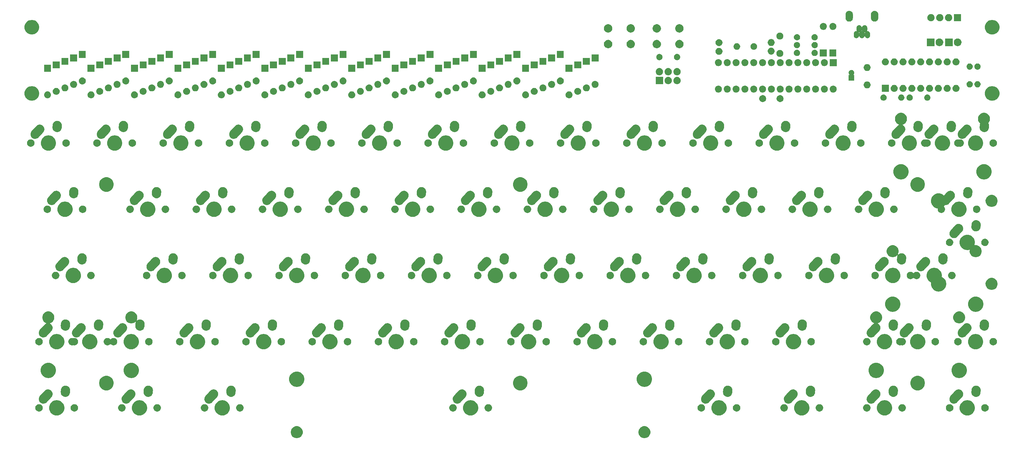
<source format=gbs>
G04 #@! TF.GenerationSoftware,KiCad,Pcbnew,(5.1.0-0)*
G04 #@! TF.CreationDate,2019-05-29T21:11:30+01:00*
G04 #@! TF.ProjectId,tartan,74617274-616e-42e6-9b69-6361645f7063,V1.0*
G04 #@! TF.SameCoordinates,Original*
G04 #@! TF.FileFunction,Soldermask,Bot*
G04 #@! TF.FilePolarity,Negative*
%FSLAX46Y46*%
G04 Gerber Fmt 4.6, Leading zero omitted, Abs format (unit mm)*
G04 Created by KiCad (PCBNEW (5.1.0-0)) date 2019-05-29 21:11:30*
%MOMM*%
%LPD*%
G04 APERTURE LIST*
%ADD10C,0.100000*%
G04 APERTURE END LIST*
D10*
G36*
X226709022Y-164864752D02*
G01*
X226709024Y-164864753D01*
X226709025Y-164864753D01*
X227022772Y-164994712D01*
X227305135Y-165183380D01*
X227545270Y-165423515D01*
X227733938Y-165705878D01*
X227863897Y-166019625D01*
X227930150Y-166352703D01*
X227930150Y-166692297D01*
X227863897Y-167025375D01*
X227733938Y-167339122D01*
X227545270Y-167621485D01*
X227305135Y-167861620D01*
X227022772Y-168050288D01*
X226709025Y-168180247D01*
X226709024Y-168180247D01*
X226709022Y-168180248D01*
X226375949Y-168246500D01*
X226036351Y-168246500D01*
X225703278Y-168180248D01*
X225703276Y-168180247D01*
X225703275Y-168180247D01*
X225389528Y-168050288D01*
X225107165Y-167861620D01*
X224867030Y-167621485D01*
X224678362Y-167339122D01*
X224548403Y-167025375D01*
X224482150Y-166692297D01*
X224482150Y-166352703D01*
X224548403Y-166019625D01*
X224678362Y-165705878D01*
X224867030Y-165423515D01*
X225107165Y-165183380D01*
X225389528Y-164994712D01*
X225703275Y-164864753D01*
X225703276Y-164864753D01*
X225703278Y-164864752D01*
X226036351Y-164798500D01*
X226375949Y-164798500D01*
X226709022Y-164864752D01*
X226709022Y-164864752D01*
G37*
G36*
X126709222Y-164864752D02*
G01*
X126709224Y-164864753D01*
X126709225Y-164864753D01*
X127022972Y-164994712D01*
X127305335Y-165183380D01*
X127545470Y-165423515D01*
X127734138Y-165705878D01*
X127864097Y-166019625D01*
X127930350Y-166352703D01*
X127930350Y-166692297D01*
X127864097Y-167025375D01*
X127734138Y-167339122D01*
X127545470Y-167621485D01*
X127305335Y-167861620D01*
X127022972Y-168050288D01*
X126709225Y-168180247D01*
X126709224Y-168180247D01*
X126709222Y-168180248D01*
X126376149Y-168246500D01*
X126036551Y-168246500D01*
X125703478Y-168180248D01*
X125703476Y-168180247D01*
X125703475Y-168180247D01*
X125389728Y-168050288D01*
X125107365Y-167861620D01*
X124867230Y-167621485D01*
X124678562Y-167339122D01*
X124548603Y-167025375D01*
X124482350Y-166692297D01*
X124482350Y-166352703D01*
X124548603Y-166019625D01*
X124678562Y-165705878D01*
X124867230Y-165423515D01*
X125107365Y-165183380D01*
X125389728Y-164994712D01*
X125703475Y-164864753D01*
X125703476Y-164864753D01*
X125703478Y-164864752D01*
X126036551Y-164798500D01*
X126376149Y-164798500D01*
X126709222Y-164864752D01*
X126709222Y-164864752D01*
G37*
G36*
X319466873Y-157377324D02*
G01*
X319721190Y-157427911D01*
X320120451Y-157593291D01*
X320479780Y-157833387D01*
X320785363Y-158138970D01*
X321025459Y-158498299D01*
X321190839Y-158897560D01*
X321275150Y-159321422D01*
X321275150Y-159753578D01*
X321190839Y-160177440D01*
X321025459Y-160576701D01*
X320785363Y-160936030D01*
X320479780Y-161241613D01*
X320120451Y-161481709D01*
X319721190Y-161647089D01*
X319466873Y-161697676D01*
X319297330Y-161731400D01*
X318865170Y-161731400D01*
X318695627Y-161697676D01*
X318441310Y-161647089D01*
X318042049Y-161481709D01*
X317682720Y-161241613D01*
X317377137Y-160936030D01*
X317137041Y-160576701D01*
X316971661Y-160177440D01*
X316887350Y-159753578D01*
X316887350Y-159321422D01*
X316971661Y-158897560D01*
X317137041Y-158498299D01*
X317377137Y-158138970D01*
X317682720Y-157833387D01*
X318042049Y-157593291D01*
X318441310Y-157427911D01*
X318695627Y-157377324D01*
X318865170Y-157343600D01*
X319297330Y-157343600D01*
X319466873Y-157377324D01*
X319466873Y-157377324D01*
G37*
G36*
X295654373Y-157377324D02*
G01*
X295908690Y-157427911D01*
X296307951Y-157593291D01*
X296667280Y-157833387D01*
X296972863Y-158138970D01*
X297212959Y-158498299D01*
X297378339Y-158897560D01*
X297462650Y-159321422D01*
X297462650Y-159753578D01*
X297378339Y-160177440D01*
X297212959Y-160576701D01*
X296972863Y-160936030D01*
X296667280Y-161241613D01*
X296307951Y-161481709D01*
X295908690Y-161647089D01*
X295654373Y-161697676D01*
X295484830Y-161731400D01*
X295052670Y-161731400D01*
X294883127Y-161697676D01*
X294628810Y-161647089D01*
X294229549Y-161481709D01*
X293870220Y-161241613D01*
X293564637Y-160936030D01*
X293324541Y-160576701D01*
X293159161Y-160177440D01*
X293074850Y-159753578D01*
X293074850Y-159321422D01*
X293159161Y-158897560D01*
X293324541Y-158498299D01*
X293564637Y-158138970D01*
X293870220Y-157833387D01*
X294229549Y-157593291D01*
X294628810Y-157427911D01*
X294883127Y-157377324D01*
X295052670Y-157343600D01*
X295484830Y-157343600D01*
X295654373Y-157377324D01*
X295654373Y-157377324D01*
G37*
G36*
X271841873Y-157377324D02*
G01*
X272096190Y-157427911D01*
X272495451Y-157593291D01*
X272854780Y-157833387D01*
X273160363Y-158138970D01*
X273400459Y-158498299D01*
X273565839Y-158897560D01*
X273650150Y-159321422D01*
X273650150Y-159753578D01*
X273565839Y-160177440D01*
X273400459Y-160576701D01*
X273160363Y-160936030D01*
X272854780Y-161241613D01*
X272495451Y-161481709D01*
X272096190Y-161647089D01*
X271841873Y-161697676D01*
X271672330Y-161731400D01*
X271240170Y-161731400D01*
X271070627Y-161697676D01*
X270816310Y-161647089D01*
X270417049Y-161481709D01*
X270057720Y-161241613D01*
X269752137Y-160936030D01*
X269512041Y-160576701D01*
X269346661Y-160177440D01*
X269262350Y-159753578D01*
X269262350Y-159321422D01*
X269346661Y-158897560D01*
X269512041Y-158498299D01*
X269752137Y-158138970D01*
X270057720Y-157833387D01*
X270417049Y-157593291D01*
X270816310Y-157427911D01*
X271070627Y-157377324D01*
X271240170Y-157343600D01*
X271672330Y-157343600D01*
X271841873Y-157377324D01*
X271841873Y-157377324D01*
G37*
G36*
X248029373Y-157377324D02*
G01*
X248283690Y-157427911D01*
X248682951Y-157593291D01*
X249042280Y-157833387D01*
X249347863Y-158138970D01*
X249587959Y-158498299D01*
X249753339Y-158897560D01*
X249837650Y-159321422D01*
X249837650Y-159753578D01*
X249753339Y-160177440D01*
X249587959Y-160576701D01*
X249347863Y-160936030D01*
X249042280Y-161241613D01*
X248682951Y-161481709D01*
X248283690Y-161647089D01*
X248029373Y-161697676D01*
X247859830Y-161731400D01*
X247427670Y-161731400D01*
X247258127Y-161697676D01*
X247003810Y-161647089D01*
X246604549Y-161481709D01*
X246245220Y-161241613D01*
X245939637Y-160936030D01*
X245699541Y-160576701D01*
X245534161Y-160177440D01*
X245449850Y-159753578D01*
X245449850Y-159321422D01*
X245534161Y-158897560D01*
X245699541Y-158498299D01*
X245939637Y-158138970D01*
X246245220Y-157833387D01*
X246604549Y-157593291D01*
X247003810Y-157427911D01*
X247258127Y-157377324D01*
X247427670Y-157343600D01*
X247859830Y-157343600D01*
X248029373Y-157377324D01*
X248029373Y-157377324D01*
G37*
G36*
X176591873Y-157377324D02*
G01*
X176846190Y-157427911D01*
X177245451Y-157593291D01*
X177604780Y-157833387D01*
X177910363Y-158138970D01*
X178150459Y-158498299D01*
X178315839Y-158897560D01*
X178400150Y-159321422D01*
X178400150Y-159753578D01*
X178315839Y-160177440D01*
X178150459Y-160576701D01*
X177910363Y-160936030D01*
X177604780Y-161241613D01*
X177245451Y-161481709D01*
X176846190Y-161647089D01*
X176591873Y-161697676D01*
X176422330Y-161731400D01*
X175990170Y-161731400D01*
X175820627Y-161697676D01*
X175566310Y-161647089D01*
X175167049Y-161481709D01*
X174807720Y-161241613D01*
X174502137Y-160936030D01*
X174262041Y-160576701D01*
X174096661Y-160177440D01*
X174012350Y-159753578D01*
X174012350Y-159321422D01*
X174096661Y-158897560D01*
X174262041Y-158498299D01*
X174502137Y-158138970D01*
X174807720Y-157833387D01*
X175167049Y-157593291D01*
X175566310Y-157427911D01*
X175820627Y-157377324D01*
X175990170Y-157343600D01*
X176422330Y-157343600D01*
X176591873Y-157377324D01*
X176591873Y-157377324D01*
G37*
G36*
X105154373Y-157377324D02*
G01*
X105408690Y-157427911D01*
X105807951Y-157593291D01*
X106167280Y-157833387D01*
X106472863Y-158138970D01*
X106712959Y-158498299D01*
X106878339Y-158897560D01*
X106962650Y-159321422D01*
X106962650Y-159753578D01*
X106878339Y-160177440D01*
X106712959Y-160576701D01*
X106472863Y-160936030D01*
X106167280Y-161241613D01*
X105807951Y-161481709D01*
X105408690Y-161647089D01*
X105154373Y-161697676D01*
X104984830Y-161731400D01*
X104552670Y-161731400D01*
X104383127Y-161697676D01*
X104128810Y-161647089D01*
X103729549Y-161481709D01*
X103370220Y-161241613D01*
X103064637Y-160936030D01*
X102824541Y-160576701D01*
X102659161Y-160177440D01*
X102574850Y-159753578D01*
X102574850Y-159321422D01*
X102659161Y-158897560D01*
X102824541Y-158498299D01*
X103064637Y-158138970D01*
X103370220Y-157833387D01*
X103729549Y-157593291D01*
X104128810Y-157427911D01*
X104383127Y-157377324D01*
X104552670Y-157343600D01*
X104984830Y-157343600D01*
X105154373Y-157377324D01*
X105154373Y-157377324D01*
G37*
G36*
X81341873Y-157377324D02*
G01*
X81596190Y-157427911D01*
X81995451Y-157593291D01*
X82354780Y-157833387D01*
X82660363Y-158138970D01*
X82900459Y-158498299D01*
X83065839Y-158897560D01*
X83150150Y-159321422D01*
X83150150Y-159753578D01*
X83065839Y-160177440D01*
X82900459Y-160576701D01*
X82660363Y-160936030D01*
X82354780Y-161241613D01*
X81995451Y-161481709D01*
X81596190Y-161647089D01*
X81341873Y-161697676D01*
X81172330Y-161731400D01*
X80740170Y-161731400D01*
X80570627Y-161697676D01*
X80316310Y-161647089D01*
X79917049Y-161481709D01*
X79557720Y-161241613D01*
X79252137Y-160936030D01*
X79012041Y-160576701D01*
X78846661Y-160177440D01*
X78762350Y-159753578D01*
X78762350Y-159321422D01*
X78846661Y-158897560D01*
X79012041Y-158498299D01*
X79252137Y-158138970D01*
X79557720Y-157833387D01*
X79917049Y-157593291D01*
X80316310Y-157427911D01*
X80570627Y-157377324D01*
X80740170Y-157343600D01*
X81172330Y-157343600D01*
X81341873Y-157377324D01*
X81341873Y-157377324D01*
G37*
G36*
X57529373Y-157377324D02*
G01*
X57783690Y-157427911D01*
X58182951Y-157593291D01*
X58542280Y-157833387D01*
X58847863Y-158138970D01*
X59087959Y-158498299D01*
X59253339Y-158897560D01*
X59337650Y-159321422D01*
X59337650Y-159753578D01*
X59253339Y-160177440D01*
X59087959Y-160576701D01*
X58847863Y-160936030D01*
X58542280Y-161241613D01*
X58182951Y-161481709D01*
X57783690Y-161647089D01*
X57529373Y-161697676D01*
X57359830Y-161731400D01*
X56927670Y-161731400D01*
X56758127Y-161697676D01*
X56503810Y-161647089D01*
X56104549Y-161481709D01*
X55745220Y-161241613D01*
X55439637Y-160936030D01*
X55199541Y-160576701D01*
X55034161Y-160177440D01*
X54949850Y-159753578D01*
X54949850Y-159321422D01*
X55034161Y-158897560D01*
X55199541Y-158498299D01*
X55439637Y-158138970D01*
X55745220Y-157833387D01*
X56104549Y-157593291D01*
X56503810Y-157427911D01*
X56758127Y-157377324D01*
X56927670Y-157343600D01*
X57359830Y-157343600D01*
X57529373Y-157377324D01*
X57529373Y-157377324D01*
G37*
G36*
X110162316Y-158503812D02*
G01*
X110162319Y-158503813D01*
X110162318Y-158503813D01*
X110357955Y-158584849D01*
X110534021Y-158702492D01*
X110683757Y-158852228D01*
X110801402Y-159028297D01*
X110882438Y-159223934D01*
X110923750Y-159431622D01*
X110923750Y-159643378D01*
X110882438Y-159851066D01*
X110882437Y-159851068D01*
X110801401Y-160046705D01*
X110683758Y-160222771D01*
X110534021Y-160372508D01*
X110357955Y-160490151D01*
X110357954Y-160490152D01*
X110357953Y-160490152D01*
X110162316Y-160571188D01*
X109954628Y-160612500D01*
X109742872Y-160612500D01*
X109535184Y-160571188D01*
X109339547Y-160490152D01*
X109339546Y-160490152D01*
X109339545Y-160490151D01*
X109163479Y-160372508D01*
X109013742Y-160222771D01*
X108896099Y-160046705D01*
X108815063Y-159851068D01*
X108815062Y-159851066D01*
X108773750Y-159643378D01*
X108773750Y-159431622D01*
X108815062Y-159223934D01*
X108896098Y-159028297D01*
X109013743Y-158852228D01*
X109163479Y-158702492D01*
X109339545Y-158584849D01*
X109535182Y-158503813D01*
X109535181Y-158503813D01*
X109535184Y-158503812D01*
X109742872Y-158462500D01*
X109954628Y-158462500D01*
X110162316Y-158503812D01*
X110162316Y-158503812D01*
G37*
G36*
X100002316Y-158503812D02*
G01*
X100002319Y-158503813D01*
X100002318Y-158503813D01*
X100197955Y-158584849D01*
X100374021Y-158702492D01*
X100523757Y-158852228D01*
X100641402Y-159028297D01*
X100722438Y-159223934D01*
X100763750Y-159431622D01*
X100763750Y-159643378D01*
X100722438Y-159851066D01*
X100722437Y-159851068D01*
X100641401Y-160046705D01*
X100523758Y-160222771D01*
X100374021Y-160372508D01*
X100197955Y-160490151D01*
X100197954Y-160490152D01*
X100197953Y-160490152D01*
X100002316Y-160571188D01*
X99794628Y-160612500D01*
X99582872Y-160612500D01*
X99375184Y-160571188D01*
X99179547Y-160490152D01*
X99179546Y-160490152D01*
X99179545Y-160490151D01*
X99003479Y-160372508D01*
X98853742Y-160222771D01*
X98736099Y-160046705D01*
X98655063Y-159851068D01*
X98655062Y-159851066D01*
X98613750Y-159643378D01*
X98613750Y-159431622D01*
X98655062Y-159223934D01*
X98736098Y-159028297D01*
X98853743Y-158852228D01*
X99003479Y-158702492D01*
X99179545Y-158584849D01*
X99375182Y-158503813D01*
X99375181Y-158503813D01*
X99375184Y-158503812D01*
X99582872Y-158462500D01*
X99794628Y-158462500D01*
X100002316Y-158503812D01*
X100002316Y-158503812D01*
G37*
G36*
X86349816Y-158503812D02*
G01*
X86349819Y-158503813D01*
X86349818Y-158503813D01*
X86545455Y-158584849D01*
X86721521Y-158702492D01*
X86871257Y-158852228D01*
X86988902Y-159028297D01*
X87069938Y-159223934D01*
X87111250Y-159431622D01*
X87111250Y-159643378D01*
X87069938Y-159851066D01*
X87069937Y-159851068D01*
X86988901Y-160046705D01*
X86871258Y-160222771D01*
X86721521Y-160372508D01*
X86545455Y-160490151D01*
X86545454Y-160490152D01*
X86545453Y-160490152D01*
X86349816Y-160571188D01*
X86142128Y-160612500D01*
X85930372Y-160612500D01*
X85722684Y-160571188D01*
X85527047Y-160490152D01*
X85527046Y-160490152D01*
X85527045Y-160490151D01*
X85350979Y-160372508D01*
X85201242Y-160222771D01*
X85083599Y-160046705D01*
X85002563Y-159851068D01*
X85002562Y-159851066D01*
X84961250Y-159643378D01*
X84961250Y-159431622D01*
X85002562Y-159223934D01*
X85083598Y-159028297D01*
X85201243Y-158852228D01*
X85350979Y-158702492D01*
X85527045Y-158584849D01*
X85722682Y-158503813D01*
X85722681Y-158503813D01*
X85722684Y-158503812D01*
X85930372Y-158462500D01*
X86142128Y-158462500D01*
X86349816Y-158503812D01*
X86349816Y-158503812D01*
G37*
G36*
X76189816Y-158503812D02*
G01*
X76189819Y-158503813D01*
X76189818Y-158503813D01*
X76385455Y-158584849D01*
X76561521Y-158702492D01*
X76711257Y-158852228D01*
X76828902Y-159028297D01*
X76909938Y-159223934D01*
X76951250Y-159431622D01*
X76951250Y-159643378D01*
X76909938Y-159851066D01*
X76909937Y-159851068D01*
X76828901Y-160046705D01*
X76711258Y-160222771D01*
X76561521Y-160372508D01*
X76385455Y-160490151D01*
X76385454Y-160490152D01*
X76385453Y-160490152D01*
X76189816Y-160571188D01*
X75982128Y-160612500D01*
X75770372Y-160612500D01*
X75562684Y-160571188D01*
X75367047Y-160490152D01*
X75367046Y-160490152D01*
X75367045Y-160490151D01*
X75190979Y-160372508D01*
X75041242Y-160222771D01*
X74923599Y-160046705D01*
X74842563Y-159851068D01*
X74842562Y-159851066D01*
X74801250Y-159643378D01*
X74801250Y-159431622D01*
X74842562Y-159223934D01*
X74923598Y-159028297D01*
X75041243Y-158852228D01*
X75190979Y-158702492D01*
X75367045Y-158584849D01*
X75562682Y-158503813D01*
X75562681Y-158503813D01*
X75562684Y-158503812D01*
X75770372Y-158462500D01*
X75982128Y-158462500D01*
X76189816Y-158503812D01*
X76189816Y-158503812D01*
G37*
G36*
X62537316Y-158503812D02*
G01*
X62537319Y-158503813D01*
X62537318Y-158503813D01*
X62732955Y-158584849D01*
X62909021Y-158702492D01*
X63058757Y-158852228D01*
X63176402Y-159028297D01*
X63257438Y-159223934D01*
X63298750Y-159431622D01*
X63298750Y-159643378D01*
X63257438Y-159851066D01*
X63257437Y-159851068D01*
X63176401Y-160046705D01*
X63058758Y-160222771D01*
X62909021Y-160372508D01*
X62732955Y-160490151D01*
X62732954Y-160490152D01*
X62732953Y-160490152D01*
X62537316Y-160571188D01*
X62329628Y-160612500D01*
X62117872Y-160612500D01*
X61910184Y-160571188D01*
X61714547Y-160490152D01*
X61714546Y-160490152D01*
X61714545Y-160490151D01*
X61538479Y-160372508D01*
X61388742Y-160222771D01*
X61271099Y-160046705D01*
X61190063Y-159851068D01*
X61190062Y-159851066D01*
X61148750Y-159643378D01*
X61148750Y-159431622D01*
X61190062Y-159223934D01*
X61271098Y-159028297D01*
X61388743Y-158852228D01*
X61538479Y-158702492D01*
X61714545Y-158584849D01*
X61910182Y-158503813D01*
X61910181Y-158503813D01*
X61910184Y-158503812D01*
X62117872Y-158462500D01*
X62329628Y-158462500D01*
X62537316Y-158503812D01*
X62537316Y-158503812D01*
G37*
G36*
X52377316Y-158503812D02*
G01*
X52377319Y-158503813D01*
X52377318Y-158503813D01*
X52572955Y-158584849D01*
X52749021Y-158702492D01*
X52898757Y-158852228D01*
X53016402Y-159028297D01*
X53097438Y-159223934D01*
X53138750Y-159431622D01*
X53138750Y-159643378D01*
X53097438Y-159851066D01*
X53097437Y-159851068D01*
X53016401Y-160046705D01*
X52898758Y-160222771D01*
X52749021Y-160372508D01*
X52572955Y-160490151D01*
X52572954Y-160490152D01*
X52572953Y-160490152D01*
X52377316Y-160571188D01*
X52169628Y-160612500D01*
X51957872Y-160612500D01*
X51750184Y-160571188D01*
X51554547Y-160490152D01*
X51554546Y-160490152D01*
X51554545Y-160490151D01*
X51378479Y-160372508D01*
X51228742Y-160222771D01*
X51111099Y-160046705D01*
X51030063Y-159851068D01*
X51030062Y-159851066D01*
X50988750Y-159643378D01*
X50988750Y-159431622D01*
X51030062Y-159223934D01*
X51111098Y-159028297D01*
X51228743Y-158852228D01*
X51378479Y-158702492D01*
X51554545Y-158584849D01*
X51750182Y-158503813D01*
X51750181Y-158503813D01*
X51750184Y-158503812D01*
X51957872Y-158462500D01*
X52169628Y-158462500D01*
X52377316Y-158503812D01*
X52377316Y-158503812D01*
G37*
G36*
X324474816Y-158503812D02*
G01*
X324474819Y-158503813D01*
X324474818Y-158503813D01*
X324670455Y-158584849D01*
X324846521Y-158702492D01*
X324996257Y-158852228D01*
X325113902Y-159028297D01*
X325194938Y-159223934D01*
X325236250Y-159431622D01*
X325236250Y-159643378D01*
X325194938Y-159851066D01*
X325194937Y-159851068D01*
X325113901Y-160046705D01*
X324996258Y-160222771D01*
X324846521Y-160372508D01*
X324670455Y-160490151D01*
X324670454Y-160490152D01*
X324670453Y-160490152D01*
X324474816Y-160571188D01*
X324267128Y-160612500D01*
X324055372Y-160612500D01*
X323847684Y-160571188D01*
X323652047Y-160490152D01*
X323652046Y-160490152D01*
X323652045Y-160490151D01*
X323475979Y-160372508D01*
X323326242Y-160222771D01*
X323208599Y-160046705D01*
X323127563Y-159851068D01*
X323127562Y-159851066D01*
X323086250Y-159643378D01*
X323086250Y-159431622D01*
X323127562Y-159223934D01*
X323208598Y-159028297D01*
X323326243Y-158852228D01*
X323475979Y-158702492D01*
X323652045Y-158584849D01*
X323847682Y-158503813D01*
X323847681Y-158503813D01*
X323847684Y-158503812D01*
X324055372Y-158462500D01*
X324267128Y-158462500D01*
X324474816Y-158503812D01*
X324474816Y-158503812D01*
G37*
G36*
X314314816Y-158503812D02*
G01*
X314314819Y-158503813D01*
X314314818Y-158503813D01*
X314510455Y-158584849D01*
X314686521Y-158702492D01*
X314836257Y-158852228D01*
X314953902Y-159028297D01*
X315034938Y-159223934D01*
X315076250Y-159431622D01*
X315076250Y-159643378D01*
X315034938Y-159851066D01*
X315034937Y-159851068D01*
X314953901Y-160046705D01*
X314836258Y-160222771D01*
X314686521Y-160372508D01*
X314510455Y-160490151D01*
X314510454Y-160490152D01*
X314510453Y-160490152D01*
X314314816Y-160571188D01*
X314107128Y-160612500D01*
X313895372Y-160612500D01*
X313687684Y-160571188D01*
X313492047Y-160490152D01*
X313492046Y-160490152D01*
X313492045Y-160490151D01*
X313315979Y-160372508D01*
X313166242Y-160222771D01*
X313048599Y-160046705D01*
X312967563Y-159851068D01*
X312967562Y-159851066D01*
X312926250Y-159643378D01*
X312926250Y-159431622D01*
X312967562Y-159223934D01*
X313048598Y-159028297D01*
X313166243Y-158852228D01*
X313315979Y-158702492D01*
X313492045Y-158584849D01*
X313687682Y-158503813D01*
X313687681Y-158503813D01*
X313687684Y-158503812D01*
X313895372Y-158462500D01*
X314107128Y-158462500D01*
X314314816Y-158503812D01*
X314314816Y-158503812D01*
G37*
G36*
X300662316Y-158503812D02*
G01*
X300662319Y-158503813D01*
X300662318Y-158503813D01*
X300857955Y-158584849D01*
X301034021Y-158702492D01*
X301183757Y-158852228D01*
X301301402Y-159028297D01*
X301382438Y-159223934D01*
X301423750Y-159431622D01*
X301423750Y-159643378D01*
X301382438Y-159851066D01*
X301382437Y-159851068D01*
X301301401Y-160046705D01*
X301183758Y-160222771D01*
X301034021Y-160372508D01*
X300857955Y-160490151D01*
X300857954Y-160490152D01*
X300857953Y-160490152D01*
X300662316Y-160571188D01*
X300454628Y-160612500D01*
X300242872Y-160612500D01*
X300035184Y-160571188D01*
X299839547Y-160490152D01*
X299839546Y-160490152D01*
X299839545Y-160490151D01*
X299663479Y-160372508D01*
X299513742Y-160222771D01*
X299396099Y-160046705D01*
X299315063Y-159851068D01*
X299315062Y-159851066D01*
X299273750Y-159643378D01*
X299273750Y-159431622D01*
X299315062Y-159223934D01*
X299396098Y-159028297D01*
X299513743Y-158852228D01*
X299663479Y-158702492D01*
X299839545Y-158584849D01*
X300035182Y-158503813D01*
X300035181Y-158503813D01*
X300035184Y-158503812D01*
X300242872Y-158462500D01*
X300454628Y-158462500D01*
X300662316Y-158503812D01*
X300662316Y-158503812D01*
G37*
G36*
X290502316Y-158503812D02*
G01*
X290502319Y-158503813D01*
X290502318Y-158503813D01*
X290697955Y-158584849D01*
X290874021Y-158702492D01*
X291023757Y-158852228D01*
X291141402Y-159028297D01*
X291222438Y-159223934D01*
X291263750Y-159431622D01*
X291263750Y-159643378D01*
X291222438Y-159851066D01*
X291222437Y-159851068D01*
X291141401Y-160046705D01*
X291023758Y-160222771D01*
X290874021Y-160372508D01*
X290697955Y-160490151D01*
X290697954Y-160490152D01*
X290697953Y-160490152D01*
X290502316Y-160571188D01*
X290294628Y-160612500D01*
X290082872Y-160612500D01*
X289875184Y-160571188D01*
X289679547Y-160490152D01*
X289679546Y-160490152D01*
X289679545Y-160490151D01*
X289503479Y-160372508D01*
X289353742Y-160222771D01*
X289236099Y-160046705D01*
X289155063Y-159851068D01*
X289155062Y-159851066D01*
X289113750Y-159643378D01*
X289113750Y-159431622D01*
X289155062Y-159223934D01*
X289236098Y-159028297D01*
X289353743Y-158852228D01*
X289503479Y-158702492D01*
X289679545Y-158584849D01*
X289875182Y-158503813D01*
X289875181Y-158503813D01*
X289875184Y-158503812D01*
X290082872Y-158462500D01*
X290294628Y-158462500D01*
X290502316Y-158503812D01*
X290502316Y-158503812D01*
G37*
G36*
X266689816Y-158503812D02*
G01*
X266689819Y-158503813D01*
X266689818Y-158503813D01*
X266885455Y-158584849D01*
X267061521Y-158702492D01*
X267211257Y-158852228D01*
X267328902Y-159028297D01*
X267409938Y-159223934D01*
X267451250Y-159431622D01*
X267451250Y-159643378D01*
X267409938Y-159851066D01*
X267409937Y-159851068D01*
X267328901Y-160046705D01*
X267211258Y-160222771D01*
X267061521Y-160372508D01*
X266885455Y-160490151D01*
X266885454Y-160490152D01*
X266885453Y-160490152D01*
X266689816Y-160571188D01*
X266482128Y-160612500D01*
X266270372Y-160612500D01*
X266062684Y-160571188D01*
X265867047Y-160490152D01*
X265867046Y-160490152D01*
X265867045Y-160490151D01*
X265690979Y-160372508D01*
X265541242Y-160222771D01*
X265423599Y-160046705D01*
X265342563Y-159851068D01*
X265342562Y-159851066D01*
X265301250Y-159643378D01*
X265301250Y-159431622D01*
X265342562Y-159223934D01*
X265423598Y-159028297D01*
X265541243Y-158852228D01*
X265690979Y-158702492D01*
X265867045Y-158584849D01*
X266062682Y-158503813D01*
X266062681Y-158503813D01*
X266062684Y-158503812D01*
X266270372Y-158462500D01*
X266482128Y-158462500D01*
X266689816Y-158503812D01*
X266689816Y-158503812D01*
G37*
G36*
X171439816Y-158503812D02*
G01*
X171439819Y-158503813D01*
X171439818Y-158503813D01*
X171635455Y-158584849D01*
X171811521Y-158702492D01*
X171961257Y-158852228D01*
X172078902Y-159028297D01*
X172159938Y-159223934D01*
X172201250Y-159431622D01*
X172201250Y-159643378D01*
X172159938Y-159851066D01*
X172159937Y-159851068D01*
X172078901Y-160046705D01*
X171961258Y-160222771D01*
X171811521Y-160372508D01*
X171635455Y-160490151D01*
X171635454Y-160490152D01*
X171635453Y-160490152D01*
X171439816Y-160571188D01*
X171232128Y-160612500D01*
X171020372Y-160612500D01*
X170812684Y-160571188D01*
X170617047Y-160490152D01*
X170617046Y-160490152D01*
X170617045Y-160490151D01*
X170440979Y-160372508D01*
X170291242Y-160222771D01*
X170173599Y-160046705D01*
X170092563Y-159851068D01*
X170092562Y-159851066D01*
X170051250Y-159643378D01*
X170051250Y-159431622D01*
X170092562Y-159223934D01*
X170173598Y-159028297D01*
X170291243Y-158852228D01*
X170440979Y-158702492D01*
X170617045Y-158584849D01*
X170812682Y-158503813D01*
X170812681Y-158503813D01*
X170812684Y-158503812D01*
X171020372Y-158462500D01*
X171232128Y-158462500D01*
X171439816Y-158503812D01*
X171439816Y-158503812D01*
G37*
G36*
X276849816Y-158503812D02*
G01*
X276849819Y-158503813D01*
X276849818Y-158503813D01*
X277045455Y-158584849D01*
X277221521Y-158702492D01*
X277371257Y-158852228D01*
X277488902Y-159028297D01*
X277569938Y-159223934D01*
X277611250Y-159431622D01*
X277611250Y-159643378D01*
X277569938Y-159851066D01*
X277569937Y-159851068D01*
X277488901Y-160046705D01*
X277371258Y-160222771D01*
X277221521Y-160372508D01*
X277045455Y-160490151D01*
X277045454Y-160490152D01*
X277045453Y-160490152D01*
X276849816Y-160571188D01*
X276642128Y-160612500D01*
X276430372Y-160612500D01*
X276222684Y-160571188D01*
X276027047Y-160490152D01*
X276027046Y-160490152D01*
X276027045Y-160490151D01*
X275850979Y-160372508D01*
X275701242Y-160222771D01*
X275583599Y-160046705D01*
X275502563Y-159851068D01*
X275502562Y-159851066D01*
X275461250Y-159643378D01*
X275461250Y-159431622D01*
X275502562Y-159223934D01*
X275583598Y-159028297D01*
X275701243Y-158852228D01*
X275850979Y-158702492D01*
X276027045Y-158584849D01*
X276222682Y-158503813D01*
X276222681Y-158503813D01*
X276222684Y-158503812D01*
X276430372Y-158462500D01*
X276642128Y-158462500D01*
X276849816Y-158503812D01*
X276849816Y-158503812D01*
G37*
G36*
X253037316Y-158503812D02*
G01*
X253037319Y-158503813D01*
X253037318Y-158503813D01*
X253232955Y-158584849D01*
X253409021Y-158702492D01*
X253558757Y-158852228D01*
X253676402Y-159028297D01*
X253757438Y-159223934D01*
X253798750Y-159431622D01*
X253798750Y-159643378D01*
X253757438Y-159851066D01*
X253757437Y-159851068D01*
X253676401Y-160046705D01*
X253558758Y-160222771D01*
X253409021Y-160372508D01*
X253232955Y-160490151D01*
X253232954Y-160490152D01*
X253232953Y-160490152D01*
X253037316Y-160571188D01*
X252829628Y-160612500D01*
X252617872Y-160612500D01*
X252410184Y-160571188D01*
X252214547Y-160490152D01*
X252214546Y-160490152D01*
X252214545Y-160490151D01*
X252038479Y-160372508D01*
X251888742Y-160222771D01*
X251771099Y-160046705D01*
X251690063Y-159851068D01*
X251690062Y-159851066D01*
X251648750Y-159643378D01*
X251648750Y-159431622D01*
X251690062Y-159223934D01*
X251771098Y-159028297D01*
X251888743Y-158852228D01*
X252038479Y-158702492D01*
X252214545Y-158584849D01*
X252410182Y-158503813D01*
X252410181Y-158503813D01*
X252410184Y-158503812D01*
X252617872Y-158462500D01*
X252829628Y-158462500D01*
X253037316Y-158503812D01*
X253037316Y-158503812D01*
G37*
G36*
X181599816Y-158503812D02*
G01*
X181599819Y-158503813D01*
X181599818Y-158503813D01*
X181795455Y-158584849D01*
X181971521Y-158702492D01*
X182121257Y-158852228D01*
X182238902Y-159028297D01*
X182319938Y-159223934D01*
X182361250Y-159431622D01*
X182361250Y-159643378D01*
X182319938Y-159851066D01*
X182319937Y-159851068D01*
X182238901Y-160046705D01*
X182121258Y-160222771D01*
X181971521Y-160372508D01*
X181795455Y-160490151D01*
X181795454Y-160490152D01*
X181795453Y-160490152D01*
X181599816Y-160571188D01*
X181392128Y-160612500D01*
X181180372Y-160612500D01*
X180972684Y-160571188D01*
X180777047Y-160490152D01*
X180777046Y-160490152D01*
X180777045Y-160490151D01*
X180600979Y-160372508D01*
X180451242Y-160222771D01*
X180333599Y-160046705D01*
X180252563Y-159851068D01*
X180252562Y-159851066D01*
X180211250Y-159643378D01*
X180211250Y-159431622D01*
X180252562Y-159223934D01*
X180333598Y-159028297D01*
X180451243Y-158852228D01*
X180600979Y-158702492D01*
X180777045Y-158584849D01*
X180972682Y-158503813D01*
X180972681Y-158503813D01*
X180972684Y-158503812D01*
X181180372Y-158462500D01*
X181392128Y-158462500D01*
X181599816Y-158503812D01*
X181599816Y-158503812D01*
G37*
G36*
X242877316Y-158503812D02*
G01*
X242877319Y-158503813D01*
X242877318Y-158503813D01*
X243072955Y-158584849D01*
X243249021Y-158702492D01*
X243398757Y-158852228D01*
X243516402Y-159028297D01*
X243597438Y-159223934D01*
X243638750Y-159431622D01*
X243638750Y-159643378D01*
X243597438Y-159851066D01*
X243597437Y-159851068D01*
X243516401Y-160046705D01*
X243398758Y-160222771D01*
X243249021Y-160372508D01*
X243072955Y-160490151D01*
X243072954Y-160490152D01*
X243072953Y-160490152D01*
X242877316Y-160571188D01*
X242669628Y-160612500D01*
X242457872Y-160612500D01*
X242250184Y-160571188D01*
X242054547Y-160490152D01*
X242054546Y-160490152D01*
X242054545Y-160490151D01*
X241878479Y-160372508D01*
X241728742Y-160222771D01*
X241611099Y-160046705D01*
X241530063Y-159851068D01*
X241530062Y-159851066D01*
X241488750Y-159643378D01*
X241488750Y-159431622D01*
X241530062Y-159223934D01*
X241611098Y-159028297D01*
X241728743Y-158852228D01*
X241878479Y-158702492D01*
X242054545Y-158584849D01*
X242250182Y-158503813D01*
X242250181Y-158503813D01*
X242250184Y-158503812D01*
X242457872Y-158462500D01*
X242669628Y-158462500D01*
X242877316Y-158503812D01*
X242877316Y-158503812D01*
G37*
G36*
X245170773Y-154212404D02*
G01*
X245175124Y-154212500D01*
X245274253Y-154212500D01*
X245295634Y-154216753D01*
X245310735Y-154218578D01*
X245332509Y-154219538D01*
X245428746Y-154243132D01*
X245433035Y-154244084D01*
X245530233Y-154263418D01*
X245530243Y-154263420D01*
X245550377Y-154271760D01*
X245564832Y-154276495D01*
X245586001Y-154281685D01*
X245675787Y-154323602D01*
X245679821Y-154325378D01*
X245771374Y-154363300D01*
X245789502Y-154375413D01*
X245802754Y-154382876D01*
X245809904Y-154386214D01*
X245822503Y-154392096D01*
X245902402Y-154450735D01*
X245905988Y-154453247D01*
X245988387Y-154508304D01*
X246003803Y-154523720D01*
X246015342Y-154533623D01*
X246032918Y-154546522D01*
X246099861Y-154619642D01*
X246102874Y-154622791D01*
X246172944Y-154692861D01*
X246185055Y-154710986D01*
X246194437Y-154722946D01*
X246209163Y-154739031D01*
X246209164Y-154739033D01*
X246260533Y-154823772D01*
X246262886Y-154827468D01*
X246317950Y-154909877D01*
X246326295Y-154930025D01*
X246333160Y-154943578D01*
X246344465Y-154962226D01*
X246378334Y-155055408D01*
X246379916Y-155059477D01*
X246417832Y-155151014D01*
X246422083Y-155172385D01*
X246426171Y-155187019D01*
X246433625Y-155207526D01*
X246448664Y-155305524D01*
X246449420Y-155309820D01*
X246468750Y-155407000D01*
X246468750Y-155428797D01*
X246469905Y-155443941D01*
X246473215Y-155465509D01*
X246468846Y-155564567D01*
X246468750Y-155568918D01*
X246468750Y-155668001D01*
X246464499Y-155689374D01*
X246462675Y-155704474D01*
X246461714Y-155726258D01*
X246438106Y-155822551D01*
X246437163Y-155826799D01*
X246417831Y-155923988D01*
X246409490Y-155944125D01*
X246404757Y-155958575D01*
X246399565Y-155979752D01*
X246357638Y-156069561D01*
X246355862Y-156073595D01*
X246317949Y-156165125D01*
X246305843Y-156183243D01*
X246298381Y-156196491D01*
X246289156Y-156216252D01*
X246230518Y-156296149D01*
X246227989Y-156299759D01*
X246172946Y-156382137D01*
X246107945Y-156447138D01*
X246104225Y-156451065D01*
X245870367Y-156711700D01*
X244776486Y-157930832D01*
X244632219Y-158062911D01*
X244632217Y-158062912D01*
X244409023Y-158198214D01*
X244257434Y-158253312D01*
X244163724Y-158287373D01*
X243905741Y-158326963D01*
X243644993Y-158315462D01*
X243391499Y-158253313D01*
X243154999Y-158142904D01*
X242944584Y-157988478D01*
X242768339Y-157795969D01*
X242720929Y-157717761D01*
X242633036Y-157572773D01*
X242570643Y-157401113D01*
X242543877Y-157327474D01*
X242504287Y-157069491D01*
X242515788Y-156808743D01*
X242577937Y-156555249D01*
X242688346Y-156318749D01*
X242804074Y-156161063D01*
X242804076Y-156161061D01*
X242804081Y-156161054D01*
X243710353Y-155151012D01*
X244089739Y-154728184D01*
X244098450Y-154716965D01*
X244114556Y-154692861D01*
X244179594Y-154627823D01*
X244183294Y-154623917D01*
X244201015Y-154604167D01*
X244225870Y-154581412D01*
X244229004Y-154578413D01*
X244299113Y-154508304D01*
X244317246Y-154496188D01*
X244329212Y-154486803D01*
X244345283Y-154472089D01*
X244345284Y-154472088D01*
X244429980Y-154420745D01*
X244433678Y-154418391D01*
X244487458Y-154382456D01*
X244516128Y-154363299D01*
X244536276Y-154354954D01*
X244549844Y-154348083D01*
X244568477Y-154336787D01*
X244568481Y-154336785D01*
X244661573Y-154302949D01*
X244665681Y-154301353D01*
X244757264Y-154263418D01*
X244778650Y-154259164D01*
X244793294Y-154255073D01*
X244813778Y-154247627D01*
X244911751Y-154232592D01*
X244915992Y-154231846D01*
X245013249Y-154212500D01*
X245035061Y-154212500D01*
X245050205Y-154211345D01*
X245071760Y-154208037D01*
X245170773Y-154212404D01*
X245170773Y-154212404D01*
G37*
G36*
X173733273Y-154212404D02*
G01*
X173737624Y-154212500D01*
X173836753Y-154212500D01*
X173858134Y-154216753D01*
X173873235Y-154218578D01*
X173895009Y-154219538D01*
X173991246Y-154243132D01*
X173995535Y-154244084D01*
X174092733Y-154263418D01*
X174092743Y-154263420D01*
X174112877Y-154271760D01*
X174127332Y-154276495D01*
X174148501Y-154281685D01*
X174238287Y-154323602D01*
X174242321Y-154325378D01*
X174333874Y-154363300D01*
X174352002Y-154375413D01*
X174365254Y-154382876D01*
X174372404Y-154386214D01*
X174385003Y-154392096D01*
X174464902Y-154450735D01*
X174468488Y-154453247D01*
X174550887Y-154508304D01*
X174566303Y-154523720D01*
X174577842Y-154533623D01*
X174595418Y-154546522D01*
X174662361Y-154619642D01*
X174665374Y-154622791D01*
X174735444Y-154692861D01*
X174747555Y-154710986D01*
X174756937Y-154722946D01*
X174771663Y-154739031D01*
X174771664Y-154739033D01*
X174823033Y-154823772D01*
X174825386Y-154827468D01*
X174880450Y-154909877D01*
X174888795Y-154930025D01*
X174895660Y-154943578D01*
X174906965Y-154962226D01*
X174940834Y-155055408D01*
X174942416Y-155059477D01*
X174980332Y-155151014D01*
X174984583Y-155172385D01*
X174988671Y-155187019D01*
X174996125Y-155207526D01*
X175011164Y-155305524D01*
X175011920Y-155309820D01*
X175031250Y-155407000D01*
X175031250Y-155428797D01*
X175032405Y-155443941D01*
X175035715Y-155465509D01*
X175031346Y-155564567D01*
X175031250Y-155568918D01*
X175031250Y-155668001D01*
X175026999Y-155689374D01*
X175025175Y-155704474D01*
X175024214Y-155726258D01*
X175000606Y-155822551D01*
X174999663Y-155826799D01*
X174980331Y-155923988D01*
X174971990Y-155944125D01*
X174967257Y-155958575D01*
X174962065Y-155979752D01*
X174920138Y-156069561D01*
X174918362Y-156073595D01*
X174880449Y-156165125D01*
X174868343Y-156183243D01*
X174860881Y-156196491D01*
X174851656Y-156216252D01*
X174793018Y-156296149D01*
X174790489Y-156299759D01*
X174735446Y-156382137D01*
X174670445Y-156447138D01*
X174666725Y-156451065D01*
X174432867Y-156711700D01*
X173338986Y-157930832D01*
X173194719Y-158062911D01*
X173194717Y-158062912D01*
X172971523Y-158198214D01*
X172819934Y-158253312D01*
X172726224Y-158287373D01*
X172468241Y-158326963D01*
X172207493Y-158315462D01*
X171953999Y-158253313D01*
X171717499Y-158142904D01*
X171507084Y-157988478D01*
X171330839Y-157795969D01*
X171283429Y-157717761D01*
X171195536Y-157572773D01*
X171133143Y-157401113D01*
X171106377Y-157327474D01*
X171066787Y-157069491D01*
X171078288Y-156808743D01*
X171140437Y-156555249D01*
X171250846Y-156318749D01*
X171366574Y-156161063D01*
X171366576Y-156161061D01*
X171366581Y-156161054D01*
X172272853Y-155151012D01*
X172652239Y-154728184D01*
X172660950Y-154716965D01*
X172677056Y-154692861D01*
X172742094Y-154627823D01*
X172745794Y-154623917D01*
X172763515Y-154604167D01*
X172788370Y-154581412D01*
X172791504Y-154578413D01*
X172861613Y-154508304D01*
X172879746Y-154496188D01*
X172891712Y-154486803D01*
X172907783Y-154472089D01*
X172907784Y-154472088D01*
X172992480Y-154420745D01*
X172996178Y-154418391D01*
X173049958Y-154382456D01*
X173078628Y-154363299D01*
X173098776Y-154354954D01*
X173112344Y-154348083D01*
X173130977Y-154336787D01*
X173130981Y-154336785D01*
X173224073Y-154302949D01*
X173228181Y-154301353D01*
X173319764Y-154263418D01*
X173341150Y-154259164D01*
X173355794Y-154255073D01*
X173376278Y-154247627D01*
X173474251Y-154232592D01*
X173478492Y-154231846D01*
X173575749Y-154212500D01*
X173597561Y-154212500D01*
X173612705Y-154211345D01*
X173634260Y-154208037D01*
X173733273Y-154212404D01*
X173733273Y-154212404D01*
G37*
G36*
X102295773Y-154212404D02*
G01*
X102300124Y-154212500D01*
X102399253Y-154212500D01*
X102420634Y-154216753D01*
X102435735Y-154218578D01*
X102457509Y-154219538D01*
X102553746Y-154243132D01*
X102558035Y-154244084D01*
X102655233Y-154263418D01*
X102655243Y-154263420D01*
X102675377Y-154271760D01*
X102689832Y-154276495D01*
X102711001Y-154281685D01*
X102800787Y-154323602D01*
X102804821Y-154325378D01*
X102896374Y-154363300D01*
X102914502Y-154375413D01*
X102927754Y-154382876D01*
X102934904Y-154386214D01*
X102947503Y-154392096D01*
X103027402Y-154450735D01*
X103030988Y-154453247D01*
X103113387Y-154508304D01*
X103128803Y-154523720D01*
X103140342Y-154533623D01*
X103157918Y-154546522D01*
X103224861Y-154619642D01*
X103227874Y-154622791D01*
X103297944Y-154692861D01*
X103310055Y-154710986D01*
X103319437Y-154722946D01*
X103334163Y-154739031D01*
X103334164Y-154739033D01*
X103385533Y-154823772D01*
X103387886Y-154827468D01*
X103442950Y-154909877D01*
X103451295Y-154930025D01*
X103458160Y-154943578D01*
X103469465Y-154962226D01*
X103503334Y-155055408D01*
X103504916Y-155059477D01*
X103542832Y-155151014D01*
X103547083Y-155172385D01*
X103551171Y-155187019D01*
X103558625Y-155207526D01*
X103573664Y-155305524D01*
X103574420Y-155309820D01*
X103593750Y-155407000D01*
X103593750Y-155428797D01*
X103594905Y-155443941D01*
X103598215Y-155465509D01*
X103593846Y-155564567D01*
X103593750Y-155568918D01*
X103593750Y-155668001D01*
X103589499Y-155689374D01*
X103587675Y-155704474D01*
X103586714Y-155726258D01*
X103563106Y-155822551D01*
X103562163Y-155826799D01*
X103542831Y-155923988D01*
X103534490Y-155944125D01*
X103529757Y-155958575D01*
X103524565Y-155979752D01*
X103482638Y-156069561D01*
X103480862Y-156073595D01*
X103442949Y-156165125D01*
X103430843Y-156183243D01*
X103423381Y-156196491D01*
X103414156Y-156216252D01*
X103355518Y-156296149D01*
X103352989Y-156299759D01*
X103297946Y-156382137D01*
X103232945Y-156447138D01*
X103229225Y-156451065D01*
X102995367Y-156711700D01*
X101901486Y-157930832D01*
X101757219Y-158062911D01*
X101757217Y-158062912D01*
X101534023Y-158198214D01*
X101382434Y-158253312D01*
X101288724Y-158287373D01*
X101030741Y-158326963D01*
X100769993Y-158315462D01*
X100516499Y-158253313D01*
X100279999Y-158142904D01*
X100069584Y-157988478D01*
X99893339Y-157795969D01*
X99845929Y-157717761D01*
X99758036Y-157572773D01*
X99695643Y-157401113D01*
X99668877Y-157327474D01*
X99629287Y-157069491D01*
X99640788Y-156808743D01*
X99702937Y-156555249D01*
X99813346Y-156318749D01*
X99929074Y-156161063D01*
X99929076Y-156161061D01*
X99929081Y-156161054D01*
X100835353Y-155151012D01*
X101214739Y-154728184D01*
X101223450Y-154716965D01*
X101239556Y-154692861D01*
X101304594Y-154627823D01*
X101308294Y-154623917D01*
X101326015Y-154604167D01*
X101350870Y-154581412D01*
X101354004Y-154578413D01*
X101424113Y-154508304D01*
X101442246Y-154496188D01*
X101454212Y-154486803D01*
X101470283Y-154472089D01*
X101470284Y-154472088D01*
X101554980Y-154420745D01*
X101558678Y-154418391D01*
X101612458Y-154382456D01*
X101641128Y-154363299D01*
X101661276Y-154354954D01*
X101674844Y-154348083D01*
X101693477Y-154336787D01*
X101693481Y-154336785D01*
X101786573Y-154302949D01*
X101790681Y-154301353D01*
X101882264Y-154263418D01*
X101903650Y-154259164D01*
X101918294Y-154255073D01*
X101938778Y-154247627D01*
X102036751Y-154232592D01*
X102040992Y-154231846D01*
X102138249Y-154212500D01*
X102160061Y-154212500D01*
X102175205Y-154211345D01*
X102196760Y-154208037D01*
X102295773Y-154212404D01*
X102295773Y-154212404D01*
G37*
G36*
X78483273Y-154212404D02*
G01*
X78487624Y-154212500D01*
X78586753Y-154212500D01*
X78608134Y-154216753D01*
X78623235Y-154218578D01*
X78645009Y-154219538D01*
X78741246Y-154243132D01*
X78745535Y-154244084D01*
X78842733Y-154263418D01*
X78842743Y-154263420D01*
X78862877Y-154271760D01*
X78877332Y-154276495D01*
X78898501Y-154281685D01*
X78988287Y-154323602D01*
X78992321Y-154325378D01*
X79083874Y-154363300D01*
X79102002Y-154375413D01*
X79115254Y-154382876D01*
X79122404Y-154386214D01*
X79135003Y-154392096D01*
X79214902Y-154450735D01*
X79218488Y-154453247D01*
X79300887Y-154508304D01*
X79316303Y-154523720D01*
X79327842Y-154533623D01*
X79345418Y-154546522D01*
X79412361Y-154619642D01*
X79415374Y-154622791D01*
X79485444Y-154692861D01*
X79497555Y-154710986D01*
X79506937Y-154722946D01*
X79521663Y-154739031D01*
X79521664Y-154739033D01*
X79573033Y-154823772D01*
X79575386Y-154827468D01*
X79630450Y-154909877D01*
X79638795Y-154930025D01*
X79645660Y-154943578D01*
X79656965Y-154962226D01*
X79690834Y-155055408D01*
X79692416Y-155059477D01*
X79730332Y-155151014D01*
X79734583Y-155172385D01*
X79738671Y-155187019D01*
X79746125Y-155207526D01*
X79761164Y-155305524D01*
X79761920Y-155309820D01*
X79781250Y-155407000D01*
X79781250Y-155428797D01*
X79782405Y-155443941D01*
X79785715Y-155465509D01*
X79781346Y-155564567D01*
X79781250Y-155568918D01*
X79781250Y-155668001D01*
X79776999Y-155689374D01*
X79775175Y-155704474D01*
X79774214Y-155726258D01*
X79750606Y-155822551D01*
X79749663Y-155826799D01*
X79730331Y-155923988D01*
X79721990Y-155944125D01*
X79717257Y-155958575D01*
X79712065Y-155979752D01*
X79670138Y-156069561D01*
X79668362Y-156073595D01*
X79630449Y-156165125D01*
X79618343Y-156183243D01*
X79610881Y-156196491D01*
X79601656Y-156216252D01*
X79543018Y-156296149D01*
X79540489Y-156299759D01*
X79485446Y-156382137D01*
X79420445Y-156447138D01*
X79416725Y-156451065D01*
X79182867Y-156711700D01*
X78088986Y-157930832D01*
X77944719Y-158062911D01*
X77944717Y-158062912D01*
X77721523Y-158198214D01*
X77569934Y-158253312D01*
X77476224Y-158287373D01*
X77218241Y-158326963D01*
X76957493Y-158315462D01*
X76703999Y-158253313D01*
X76467499Y-158142904D01*
X76257084Y-157988478D01*
X76080839Y-157795969D01*
X76033429Y-157717761D01*
X75945536Y-157572773D01*
X75883143Y-157401113D01*
X75856377Y-157327474D01*
X75816787Y-157069491D01*
X75828288Y-156808743D01*
X75890437Y-156555249D01*
X76000846Y-156318749D01*
X76116574Y-156161063D01*
X76116576Y-156161061D01*
X76116581Y-156161054D01*
X77022853Y-155151012D01*
X77402239Y-154728184D01*
X77410950Y-154716965D01*
X77427056Y-154692861D01*
X77492094Y-154627823D01*
X77495794Y-154623917D01*
X77513515Y-154604167D01*
X77538370Y-154581412D01*
X77541504Y-154578413D01*
X77611613Y-154508304D01*
X77629746Y-154496188D01*
X77641712Y-154486803D01*
X77657783Y-154472089D01*
X77657784Y-154472088D01*
X77742480Y-154420745D01*
X77746178Y-154418391D01*
X77799958Y-154382456D01*
X77828628Y-154363299D01*
X77848776Y-154354954D01*
X77862344Y-154348083D01*
X77880977Y-154336787D01*
X77880981Y-154336785D01*
X77974073Y-154302949D01*
X77978181Y-154301353D01*
X78069764Y-154263418D01*
X78091150Y-154259164D01*
X78105794Y-154255073D01*
X78126278Y-154247627D01*
X78224251Y-154232592D01*
X78228492Y-154231846D01*
X78325749Y-154212500D01*
X78347561Y-154212500D01*
X78362705Y-154211345D01*
X78384260Y-154208037D01*
X78483273Y-154212404D01*
X78483273Y-154212404D01*
G37*
G36*
X54670773Y-154212404D02*
G01*
X54675124Y-154212500D01*
X54774253Y-154212500D01*
X54795634Y-154216753D01*
X54810735Y-154218578D01*
X54832509Y-154219538D01*
X54928746Y-154243132D01*
X54933035Y-154244084D01*
X55030233Y-154263418D01*
X55030243Y-154263420D01*
X55050377Y-154271760D01*
X55064832Y-154276495D01*
X55086001Y-154281685D01*
X55175787Y-154323602D01*
X55179821Y-154325378D01*
X55271374Y-154363300D01*
X55289502Y-154375413D01*
X55302754Y-154382876D01*
X55309904Y-154386214D01*
X55322503Y-154392096D01*
X55402402Y-154450735D01*
X55405988Y-154453247D01*
X55488387Y-154508304D01*
X55503803Y-154523720D01*
X55515342Y-154533623D01*
X55532918Y-154546522D01*
X55599861Y-154619642D01*
X55602874Y-154622791D01*
X55672944Y-154692861D01*
X55685055Y-154710986D01*
X55694437Y-154722946D01*
X55709163Y-154739031D01*
X55709164Y-154739033D01*
X55760533Y-154823772D01*
X55762886Y-154827468D01*
X55817950Y-154909877D01*
X55826295Y-154930025D01*
X55833160Y-154943578D01*
X55844465Y-154962226D01*
X55878334Y-155055408D01*
X55879916Y-155059477D01*
X55917832Y-155151014D01*
X55922083Y-155172385D01*
X55926171Y-155187019D01*
X55933625Y-155207526D01*
X55948664Y-155305524D01*
X55949420Y-155309820D01*
X55968750Y-155407000D01*
X55968750Y-155428797D01*
X55969905Y-155443941D01*
X55973215Y-155465509D01*
X55968846Y-155564567D01*
X55968750Y-155568918D01*
X55968750Y-155668001D01*
X55964499Y-155689374D01*
X55962675Y-155704474D01*
X55961714Y-155726258D01*
X55938106Y-155822551D01*
X55937163Y-155826799D01*
X55917831Y-155923988D01*
X55909490Y-155944125D01*
X55904757Y-155958575D01*
X55899565Y-155979752D01*
X55857638Y-156069561D01*
X55855862Y-156073595D01*
X55817949Y-156165125D01*
X55805843Y-156183243D01*
X55798381Y-156196491D01*
X55789156Y-156216252D01*
X55730518Y-156296149D01*
X55727989Y-156299759D01*
X55672946Y-156382137D01*
X55607945Y-156447138D01*
X55604225Y-156451065D01*
X55370367Y-156711700D01*
X54276486Y-157930832D01*
X54132219Y-158062911D01*
X54132217Y-158062912D01*
X53909023Y-158198214D01*
X53757434Y-158253312D01*
X53663724Y-158287373D01*
X53405741Y-158326963D01*
X53144993Y-158315462D01*
X52891499Y-158253313D01*
X52654999Y-158142904D01*
X52444584Y-157988478D01*
X52268339Y-157795969D01*
X52220929Y-157717761D01*
X52133036Y-157572773D01*
X52070643Y-157401113D01*
X52043877Y-157327474D01*
X52004287Y-157069491D01*
X52015788Y-156808743D01*
X52077937Y-156555249D01*
X52188346Y-156318749D01*
X52304074Y-156161063D01*
X52304076Y-156161061D01*
X52304081Y-156161054D01*
X53210353Y-155151012D01*
X53589739Y-154728184D01*
X53598450Y-154716965D01*
X53614556Y-154692861D01*
X53679594Y-154627823D01*
X53683294Y-154623917D01*
X53701015Y-154604167D01*
X53725870Y-154581412D01*
X53729004Y-154578413D01*
X53799113Y-154508304D01*
X53817246Y-154496188D01*
X53829212Y-154486803D01*
X53845283Y-154472089D01*
X53845284Y-154472088D01*
X53929980Y-154420745D01*
X53933678Y-154418391D01*
X53987458Y-154382456D01*
X54016128Y-154363299D01*
X54036276Y-154354954D01*
X54049844Y-154348083D01*
X54068477Y-154336787D01*
X54068481Y-154336785D01*
X54161573Y-154302949D01*
X54165681Y-154301353D01*
X54257264Y-154263418D01*
X54278650Y-154259164D01*
X54293294Y-154255073D01*
X54313778Y-154247627D01*
X54411751Y-154232592D01*
X54415992Y-154231846D01*
X54513249Y-154212500D01*
X54535061Y-154212500D01*
X54550205Y-154211345D01*
X54571760Y-154208037D01*
X54670773Y-154212404D01*
X54670773Y-154212404D01*
G37*
G36*
X268983273Y-154212404D02*
G01*
X268987624Y-154212500D01*
X269086753Y-154212500D01*
X269108134Y-154216753D01*
X269123235Y-154218578D01*
X269145009Y-154219538D01*
X269241246Y-154243132D01*
X269245535Y-154244084D01*
X269342733Y-154263418D01*
X269342743Y-154263420D01*
X269362877Y-154271760D01*
X269377332Y-154276495D01*
X269398501Y-154281685D01*
X269488287Y-154323602D01*
X269492321Y-154325378D01*
X269583874Y-154363300D01*
X269602002Y-154375413D01*
X269615254Y-154382876D01*
X269622404Y-154386214D01*
X269635003Y-154392096D01*
X269714902Y-154450735D01*
X269718488Y-154453247D01*
X269800887Y-154508304D01*
X269816303Y-154523720D01*
X269827842Y-154533623D01*
X269845418Y-154546522D01*
X269912361Y-154619642D01*
X269915374Y-154622791D01*
X269985444Y-154692861D01*
X269997555Y-154710986D01*
X270006937Y-154722946D01*
X270021663Y-154739031D01*
X270021664Y-154739033D01*
X270073033Y-154823772D01*
X270075386Y-154827468D01*
X270130450Y-154909877D01*
X270138795Y-154930025D01*
X270145660Y-154943578D01*
X270156965Y-154962226D01*
X270190834Y-155055408D01*
X270192416Y-155059477D01*
X270230332Y-155151014D01*
X270234583Y-155172385D01*
X270238671Y-155187019D01*
X270246125Y-155207526D01*
X270261164Y-155305524D01*
X270261920Y-155309820D01*
X270281250Y-155407000D01*
X270281250Y-155428797D01*
X270282405Y-155443941D01*
X270285715Y-155465509D01*
X270281346Y-155564567D01*
X270281250Y-155568918D01*
X270281250Y-155668001D01*
X270276999Y-155689374D01*
X270275175Y-155704474D01*
X270274214Y-155726258D01*
X270250606Y-155822551D01*
X270249663Y-155826799D01*
X270230331Y-155923988D01*
X270221990Y-155944125D01*
X270217257Y-155958575D01*
X270212065Y-155979752D01*
X270170138Y-156069561D01*
X270168362Y-156073595D01*
X270130449Y-156165125D01*
X270118343Y-156183243D01*
X270110881Y-156196491D01*
X270101656Y-156216252D01*
X270043018Y-156296149D01*
X270040489Y-156299759D01*
X269985446Y-156382137D01*
X269920445Y-156447138D01*
X269916725Y-156451065D01*
X269682867Y-156711700D01*
X268588986Y-157930832D01*
X268444719Y-158062911D01*
X268444717Y-158062912D01*
X268221523Y-158198214D01*
X268069934Y-158253312D01*
X267976224Y-158287373D01*
X267718241Y-158326963D01*
X267457493Y-158315462D01*
X267203999Y-158253313D01*
X266967499Y-158142904D01*
X266757084Y-157988478D01*
X266580839Y-157795969D01*
X266533429Y-157717761D01*
X266445536Y-157572773D01*
X266383143Y-157401113D01*
X266356377Y-157327474D01*
X266316787Y-157069491D01*
X266328288Y-156808743D01*
X266390437Y-156555249D01*
X266500846Y-156318749D01*
X266616574Y-156161063D01*
X266616576Y-156161061D01*
X266616581Y-156161054D01*
X267522853Y-155151012D01*
X267902239Y-154728184D01*
X267910950Y-154716965D01*
X267927056Y-154692861D01*
X267992094Y-154627823D01*
X267995794Y-154623917D01*
X268013515Y-154604167D01*
X268038370Y-154581412D01*
X268041504Y-154578413D01*
X268111613Y-154508304D01*
X268129746Y-154496188D01*
X268141712Y-154486803D01*
X268157783Y-154472089D01*
X268157784Y-154472088D01*
X268242480Y-154420745D01*
X268246178Y-154418391D01*
X268299958Y-154382456D01*
X268328628Y-154363299D01*
X268348776Y-154354954D01*
X268362344Y-154348083D01*
X268380977Y-154336787D01*
X268380981Y-154336785D01*
X268474073Y-154302949D01*
X268478181Y-154301353D01*
X268569764Y-154263418D01*
X268591150Y-154259164D01*
X268605794Y-154255073D01*
X268626278Y-154247627D01*
X268724251Y-154232592D01*
X268728492Y-154231846D01*
X268825749Y-154212500D01*
X268847561Y-154212500D01*
X268862705Y-154211345D01*
X268884260Y-154208037D01*
X268983273Y-154212404D01*
X268983273Y-154212404D01*
G37*
G36*
X292795773Y-154212404D02*
G01*
X292800124Y-154212500D01*
X292899253Y-154212500D01*
X292920634Y-154216753D01*
X292935735Y-154218578D01*
X292957509Y-154219538D01*
X293053746Y-154243132D01*
X293058035Y-154244084D01*
X293155233Y-154263418D01*
X293155243Y-154263420D01*
X293175377Y-154271760D01*
X293189832Y-154276495D01*
X293211001Y-154281685D01*
X293300787Y-154323602D01*
X293304821Y-154325378D01*
X293396374Y-154363300D01*
X293414502Y-154375413D01*
X293427754Y-154382876D01*
X293434904Y-154386214D01*
X293447503Y-154392096D01*
X293527402Y-154450735D01*
X293530988Y-154453247D01*
X293613387Y-154508304D01*
X293628803Y-154523720D01*
X293640342Y-154533623D01*
X293657918Y-154546522D01*
X293724861Y-154619642D01*
X293727874Y-154622791D01*
X293797944Y-154692861D01*
X293810055Y-154710986D01*
X293819437Y-154722946D01*
X293834163Y-154739031D01*
X293834164Y-154739033D01*
X293885533Y-154823772D01*
X293887886Y-154827468D01*
X293942950Y-154909877D01*
X293951295Y-154930025D01*
X293958160Y-154943578D01*
X293969465Y-154962226D01*
X294003334Y-155055408D01*
X294004916Y-155059477D01*
X294042832Y-155151014D01*
X294047083Y-155172385D01*
X294051171Y-155187019D01*
X294058625Y-155207526D01*
X294073664Y-155305524D01*
X294074420Y-155309820D01*
X294093750Y-155407000D01*
X294093750Y-155428797D01*
X294094905Y-155443941D01*
X294098215Y-155465509D01*
X294093846Y-155564567D01*
X294093750Y-155568918D01*
X294093750Y-155668001D01*
X294089499Y-155689374D01*
X294087675Y-155704474D01*
X294086714Y-155726258D01*
X294063106Y-155822551D01*
X294062163Y-155826799D01*
X294042831Y-155923988D01*
X294034490Y-155944125D01*
X294029757Y-155958575D01*
X294024565Y-155979752D01*
X293982638Y-156069561D01*
X293980862Y-156073595D01*
X293942949Y-156165125D01*
X293930843Y-156183243D01*
X293923381Y-156196491D01*
X293914156Y-156216252D01*
X293855518Y-156296149D01*
X293852989Y-156299759D01*
X293797946Y-156382137D01*
X293732945Y-156447138D01*
X293729225Y-156451065D01*
X293495367Y-156711700D01*
X292401486Y-157930832D01*
X292257219Y-158062911D01*
X292257217Y-158062912D01*
X292034023Y-158198214D01*
X291882434Y-158253312D01*
X291788724Y-158287373D01*
X291530741Y-158326963D01*
X291269993Y-158315462D01*
X291016499Y-158253313D01*
X290779999Y-158142904D01*
X290569584Y-157988478D01*
X290393339Y-157795969D01*
X290345929Y-157717761D01*
X290258036Y-157572773D01*
X290195643Y-157401113D01*
X290168877Y-157327474D01*
X290129287Y-157069491D01*
X290140788Y-156808743D01*
X290202937Y-156555249D01*
X290313346Y-156318749D01*
X290429074Y-156161063D01*
X290429076Y-156161061D01*
X290429081Y-156161054D01*
X291335353Y-155151012D01*
X291714739Y-154728184D01*
X291723450Y-154716965D01*
X291739556Y-154692861D01*
X291804594Y-154627823D01*
X291808294Y-154623917D01*
X291826015Y-154604167D01*
X291850870Y-154581412D01*
X291854004Y-154578413D01*
X291924113Y-154508304D01*
X291942246Y-154496188D01*
X291954212Y-154486803D01*
X291970283Y-154472089D01*
X291970284Y-154472088D01*
X292054980Y-154420745D01*
X292058678Y-154418391D01*
X292112458Y-154382456D01*
X292141128Y-154363299D01*
X292161276Y-154354954D01*
X292174844Y-154348083D01*
X292193477Y-154336787D01*
X292193481Y-154336785D01*
X292286573Y-154302949D01*
X292290681Y-154301353D01*
X292382264Y-154263418D01*
X292403650Y-154259164D01*
X292418294Y-154255073D01*
X292438778Y-154247627D01*
X292536751Y-154232592D01*
X292540992Y-154231846D01*
X292638249Y-154212500D01*
X292660061Y-154212500D01*
X292675205Y-154211345D01*
X292696760Y-154208037D01*
X292795773Y-154212404D01*
X292795773Y-154212404D01*
G37*
G36*
X316608273Y-154212404D02*
G01*
X316612624Y-154212500D01*
X316711753Y-154212500D01*
X316733134Y-154216753D01*
X316748235Y-154218578D01*
X316770009Y-154219538D01*
X316866246Y-154243132D01*
X316870535Y-154244084D01*
X316967733Y-154263418D01*
X316967743Y-154263420D01*
X316987877Y-154271760D01*
X317002332Y-154276495D01*
X317023501Y-154281685D01*
X317113287Y-154323602D01*
X317117321Y-154325378D01*
X317208874Y-154363300D01*
X317227002Y-154375413D01*
X317240254Y-154382876D01*
X317247404Y-154386214D01*
X317260003Y-154392096D01*
X317339902Y-154450735D01*
X317343488Y-154453247D01*
X317425887Y-154508304D01*
X317441303Y-154523720D01*
X317452842Y-154533623D01*
X317470418Y-154546522D01*
X317537361Y-154619642D01*
X317540374Y-154622791D01*
X317610444Y-154692861D01*
X317622555Y-154710986D01*
X317631937Y-154722946D01*
X317646663Y-154739031D01*
X317646664Y-154739033D01*
X317698033Y-154823772D01*
X317700386Y-154827468D01*
X317755450Y-154909877D01*
X317763795Y-154930025D01*
X317770660Y-154943578D01*
X317781965Y-154962226D01*
X317815834Y-155055408D01*
X317817416Y-155059477D01*
X317855332Y-155151014D01*
X317859583Y-155172385D01*
X317863671Y-155187019D01*
X317871125Y-155207526D01*
X317886164Y-155305524D01*
X317886920Y-155309820D01*
X317906250Y-155407000D01*
X317906250Y-155428797D01*
X317907405Y-155443941D01*
X317910715Y-155465509D01*
X317906346Y-155564567D01*
X317906250Y-155568918D01*
X317906250Y-155668001D01*
X317901999Y-155689374D01*
X317900175Y-155704474D01*
X317899214Y-155726258D01*
X317875606Y-155822551D01*
X317874663Y-155826799D01*
X317855331Y-155923988D01*
X317846990Y-155944125D01*
X317842257Y-155958575D01*
X317837065Y-155979752D01*
X317795138Y-156069561D01*
X317793362Y-156073595D01*
X317755449Y-156165125D01*
X317743343Y-156183243D01*
X317735881Y-156196491D01*
X317726656Y-156216252D01*
X317668018Y-156296149D01*
X317665489Y-156299759D01*
X317610446Y-156382137D01*
X317545445Y-156447138D01*
X317541725Y-156451065D01*
X317307867Y-156711700D01*
X316213986Y-157930832D01*
X316069719Y-158062911D01*
X316069717Y-158062912D01*
X315846523Y-158198214D01*
X315694934Y-158253312D01*
X315601224Y-158287373D01*
X315343241Y-158326963D01*
X315082493Y-158315462D01*
X314828999Y-158253313D01*
X314592499Y-158142904D01*
X314382084Y-157988478D01*
X314205839Y-157795969D01*
X314158429Y-157717761D01*
X314070536Y-157572773D01*
X314008143Y-157401113D01*
X313981377Y-157327474D01*
X313941787Y-157069491D01*
X313953288Y-156808743D01*
X314015437Y-156555249D01*
X314125846Y-156318749D01*
X314241574Y-156161063D01*
X314241576Y-156161061D01*
X314241581Y-156161054D01*
X315147853Y-155151012D01*
X315527239Y-154728184D01*
X315535950Y-154716965D01*
X315552056Y-154692861D01*
X315617094Y-154627823D01*
X315620794Y-154623917D01*
X315638515Y-154604167D01*
X315663370Y-154581412D01*
X315666504Y-154578413D01*
X315736613Y-154508304D01*
X315754746Y-154496188D01*
X315766712Y-154486803D01*
X315782783Y-154472089D01*
X315782784Y-154472088D01*
X315867480Y-154420745D01*
X315871178Y-154418391D01*
X315924958Y-154382456D01*
X315953628Y-154363299D01*
X315973776Y-154354954D01*
X315987344Y-154348083D01*
X316005977Y-154336787D01*
X316005981Y-154336785D01*
X316099073Y-154302949D01*
X316103181Y-154301353D01*
X316194764Y-154263418D01*
X316216150Y-154259164D01*
X316230794Y-154255073D01*
X316251278Y-154247627D01*
X316349251Y-154232592D01*
X316353492Y-154231846D01*
X316450749Y-154212500D01*
X316472561Y-154212500D01*
X316487705Y-154211345D01*
X316509260Y-154208037D01*
X316608273Y-154212404D01*
X316608273Y-154212404D01*
G37*
G36*
X59786410Y-153131108D02*
G01*
X59803032Y-153132500D01*
X59814251Y-153132500D01*
X59921795Y-153153892D01*
X59924668Y-153154419D01*
X60032721Y-153172637D01*
X60036171Y-153173949D01*
X60043201Y-153176623D01*
X60059231Y-153181230D01*
X60066785Y-153182732D01*
X60070239Y-153183419D01*
X60171540Y-153225379D01*
X60174264Y-153226461D01*
X60276682Y-153265407D01*
X60286183Y-153271360D01*
X60301006Y-153279006D01*
X60311375Y-153283301D01*
X60402543Y-153344217D01*
X60404977Y-153345793D01*
X60497855Y-153403988D01*
X60506019Y-153411687D01*
X60519058Y-153422071D01*
X60528389Y-153428306D01*
X60605938Y-153505855D01*
X60607986Y-153507844D01*
X60687742Y-153583055D01*
X60694248Y-153592200D01*
X60705005Y-153604922D01*
X60712945Y-153612862D01*
X60733347Y-153643396D01*
X60773876Y-153704052D01*
X60775485Y-153706385D01*
X60839047Y-153795727D01*
X60843639Y-153805955D01*
X60851715Y-153820545D01*
X60857949Y-153829875D01*
X60899911Y-153931179D01*
X60901057Y-153933836D01*
X60945953Y-154033829D01*
X60945955Y-154033834D01*
X60948462Y-154044755D01*
X60953538Y-154060646D01*
X60957831Y-154071012D01*
X60979223Y-154178552D01*
X60979835Y-154181413D01*
X61002856Y-154281687D01*
X61004354Y-154288216D01*
X61004682Y-154299414D01*
X61006561Y-154315994D01*
X61008750Y-154326998D01*
X61008750Y-154436647D01*
X61008793Y-154439562D01*
X61010088Y-154483726D01*
X61010088Y-154483733D01*
X61008987Y-154499697D01*
X61008750Y-154506577D01*
X61008750Y-154588000D01*
X61001036Y-154626782D01*
X60999352Y-154639410D01*
X60961132Y-155193596D01*
X60928613Y-155386472D01*
X60835843Y-155630432D01*
X60740561Y-155782500D01*
X60697262Y-155851605D01*
X60518195Y-156041492D01*
X60305523Y-156192797D01*
X60155861Y-156259994D01*
X60067424Y-156299702D01*
X60067420Y-156299703D01*
X59813035Y-156358104D01*
X59552147Y-156365755D01*
X59437982Y-156346507D01*
X59294778Y-156322363D01*
X59050818Y-156229593D01*
X58829645Y-156091012D01*
X58777131Y-156041490D01*
X58639758Y-155911945D01*
X58488453Y-155699273D01*
X58393007Y-155486695D01*
X58381548Y-155461174D01*
X58364398Y-155386472D01*
X58323146Y-155206785D01*
X58317412Y-155011274D01*
X58317412Y-155011268D01*
X58358513Y-154415304D01*
X58358750Y-154408424D01*
X58358750Y-154327001D01*
X58358751Y-154326998D01*
X58380143Y-154219450D01*
X58380670Y-154216577D01*
X58398887Y-154108529D01*
X58402871Y-154098054D01*
X58407481Y-154082014D01*
X58409669Y-154071011D01*
X58451629Y-153969710D01*
X58452711Y-153966986D01*
X58491658Y-153864567D01*
X58497608Y-153855071D01*
X58505256Y-153840244D01*
X58509551Y-153829875D01*
X58570467Y-153738707D01*
X58572060Y-153736247D01*
X58574457Y-153732421D01*
X58630238Y-153643395D01*
X58637937Y-153635231D01*
X58648321Y-153622192D01*
X58654556Y-153612861D01*
X58732096Y-153535321D01*
X58734083Y-153533274D01*
X58809305Y-153453507D01*
X58818452Y-153446999D01*
X58831176Y-153436241D01*
X58839111Y-153428306D01*
X58930288Y-153367383D01*
X58932645Y-153365757D01*
X59021977Y-153302203D01*
X59032207Y-153297610D01*
X59046798Y-153289533D01*
X59056125Y-153283301D01*
X59099323Y-153265408D01*
X59157424Y-153241342D01*
X59160078Y-153240197D01*
X59260080Y-153195297D01*
X59271006Y-153192789D01*
X59286893Y-153187714D01*
X59297262Y-153183419D01*
X59404805Y-153162027D01*
X59407654Y-153161417D01*
X59514467Y-153136895D01*
X59525669Y-153136567D01*
X59542249Y-153134688D01*
X59553248Y-153132500D01*
X59662882Y-153132500D01*
X59665804Y-153132457D01*
X59775353Y-153129244D01*
X59786410Y-153131108D01*
X59786410Y-153131108D01*
G37*
G36*
X321723910Y-153131108D02*
G01*
X321740532Y-153132500D01*
X321751751Y-153132500D01*
X321859295Y-153153892D01*
X321862168Y-153154419D01*
X321970221Y-153172637D01*
X321973671Y-153173949D01*
X321980701Y-153176623D01*
X321996731Y-153181230D01*
X322004285Y-153182732D01*
X322007739Y-153183419D01*
X322109040Y-153225379D01*
X322111764Y-153226461D01*
X322214182Y-153265407D01*
X322223683Y-153271360D01*
X322238506Y-153279006D01*
X322248875Y-153283301D01*
X322340043Y-153344217D01*
X322342477Y-153345793D01*
X322435355Y-153403988D01*
X322443519Y-153411687D01*
X322456558Y-153422071D01*
X322465889Y-153428306D01*
X322543438Y-153505855D01*
X322545486Y-153507844D01*
X322625242Y-153583055D01*
X322631748Y-153592200D01*
X322642505Y-153604922D01*
X322650445Y-153612862D01*
X322670847Y-153643396D01*
X322711376Y-153704052D01*
X322712985Y-153706385D01*
X322776547Y-153795727D01*
X322781139Y-153805955D01*
X322789215Y-153820545D01*
X322795449Y-153829875D01*
X322837411Y-153931179D01*
X322838557Y-153933836D01*
X322883453Y-154033829D01*
X322883455Y-154033834D01*
X322885962Y-154044755D01*
X322891038Y-154060646D01*
X322895331Y-154071012D01*
X322916723Y-154178552D01*
X322917335Y-154181413D01*
X322940356Y-154281687D01*
X322941854Y-154288216D01*
X322942182Y-154299414D01*
X322944061Y-154315994D01*
X322946250Y-154326998D01*
X322946250Y-154436647D01*
X322946293Y-154439562D01*
X322947588Y-154483726D01*
X322947588Y-154483733D01*
X322946487Y-154499697D01*
X322946250Y-154506577D01*
X322946250Y-154588000D01*
X322938536Y-154626782D01*
X322936852Y-154639410D01*
X322898632Y-155193596D01*
X322866113Y-155386472D01*
X322773343Y-155630432D01*
X322678061Y-155782500D01*
X322634762Y-155851605D01*
X322455695Y-156041492D01*
X322243023Y-156192797D01*
X322093361Y-156259994D01*
X322004924Y-156299702D01*
X322004920Y-156299703D01*
X321750535Y-156358104D01*
X321489647Y-156365755D01*
X321375482Y-156346507D01*
X321232278Y-156322363D01*
X320988318Y-156229593D01*
X320767145Y-156091012D01*
X320714631Y-156041490D01*
X320577258Y-155911945D01*
X320425953Y-155699273D01*
X320330507Y-155486695D01*
X320319048Y-155461174D01*
X320301898Y-155386472D01*
X320260646Y-155206785D01*
X320254912Y-155011274D01*
X320254912Y-155011268D01*
X320296013Y-154415304D01*
X320296250Y-154408424D01*
X320296250Y-154327001D01*
X320296251Y-154326998D01*
X320317643Y-154219450D01*
X320318170Y-154216577D01*
X320336387Y-154108529D01*
X320340371Y-154098054D01*
X320344981Y-154082014D01*
X320347169Y-154071011D01*
X320389129Y-153969710D01*
X320390211Y-153966986D01*
X320429158Y-153864567D01*
X320435108Y-153855071D01*
X320442756Y-153840244D01*
X320447051Y-153829875D01*
X320507967Y-153738707D01*
X320509560Y-153736247D01*
X320511957Y-153732421D01*
X320567738Y-153643395D01*
X320575437Y-153635231D01*
X320585821Y-153622192D01*
X320592056Y-153612861D01*
X320669596Y-153535321D01*
X320671583Y-153533274D01*
X320746805Y-153453507D01*
X320755952Y-153446999D01*
X320768676Y-153436241D01*
X320776611Y-153428306D01*
X320867788Y-153367383D01*
X320870145Y-153365757D01*
X320959477Y-153302203D01*
X320969707Y-153297610D01*
X320984298Y-153289533D01*
X320993625Y-153283301D01*
X321036823Y-153265408D01*
X321094924Y-153241342D01*
X321097578Y-153240197D01*
X321197580Y-153195297D01*
X321208506Y-153192789D01*
X321224393Y-153187714D01*
X321234762Y-153183419D01*
X321342305Y-153162027D01*
X321345154Y-153161417D01*
X321451967Y-153136895D01*
X321463169Y-153136567D01*
X321479749Y-153134688D01*
X321490748Y-153132500D01*
X321600382Y-153132500D01*
X321603304Y-153132457D01*
X321712853Y-153129244D01*
X321723910Y-153131108D01*
X321723910Y-153131108D01*
G37*
G36*
X107411410Y-153131108D02*
G01*
X107428032Y-153132500D01*
X107439251Y-153132500D01*
X107546795Y-153153892D01*
X107549668Y-153154419D01*
X107657721Y-153172637D01*
X107661171Y-153173949D01*
X107668201Y-153176623D01*
X107684231Y-153181230D01*
X107691785Y-153182732D01*
X107695239Y-153183419D01*
X107796540Y-153225379D01*
X107799264Y-153226461D01*
X107901682Y-153265407D01*
X107911183Y-153271360D01*
X107926006Y-153279006D01*
X107936375Y-153283301D01*
X108027543Y-153344217D01*
X108029977Y-153345793D01*
X108122855Y-153403988D01*
X108131019Y-153411687D01*
X108144058Y-153422071D01*
X108153389Y-153428306D01*
X108230938Y-153505855D01*
X108232986Y-153507844D01*
X108312742Y-153583055D01*
X108319248Y-153592200D01*
X108330005Y-153604922D01*
X108337945Y-153612862D01*
X108358347Y-153643396D01*
X108398876Y-153704052D01*
X108400485Y-153706385D01*
X108464047Y-153795727D01*
X108468639Y-153805955D01*
X108476715Y-153820545D01*
X108482949Y-153829875D01*
X108524911Y-153931179D01*
X108526057Y-153933836D01*
X108570953Y-154033829D01*
X108570955Y-154033834D01*
X108573462Y-154044755D01*
X108578538Y-154060646D01*
X108582831Y-154071012D01*
X108604223Y-154178552D01*
X108604835Y-154181413D01*
X108627856Y-154281687D01*
X108629354Y-154288216D01*
X108629682Y-154299414D01*
X108631561Y-154315994D01*
X108633750Y-154326998D01*
X108633750Y-154436647D01*
X108633793Y-154439562D01*
X108635088Y-154483726D01*
X108635088Y-154483733D01*
X108633987Y-154499697D01*
X108633750Y-154506577D01*
X108633750Y-154588000D01*
X108626036Y-154626782D01*
X108624352Y-154639410D01*
X108586132Y-155193596D01*
X108553613Y-155386472D01*
X108460843Y-155630432D01*
X108365561Y-155782500D01*
X108322262Y-155851605D01*
X108143195Y-156041492D01*
X107930523Y-156192797D01*
X107780861Y-156259994D01*
X107692424Y-156299702D01*
X107692420Y-156299703D01*
X107438035Y-156358104D01*
X107177147Y-156365755D01*
X107062982Y-156346507D01*
X106919778Y-156322363D01*
X106675818Y-156229593D01*
X106454645Y-156091012D01*
X106402131Y-156041490D01*
X106264758Y-155911945D01*
X106113453Y-155699273D01*
X106018007Y-155486695D01*
X106006548Y-155461174D01*
X105989398Y-155386472D01*
X105948146Y-155206785D01*
X105942412Y-155011274D01*
X105942412Y-155011268D01*
X105983513Y-154415304D01*
X105983750Y-154408424D01*
X105983750Y-154327001D01*
X105983751Y-154326998D01*
X106005143Y-154219450D01*
X106005670Y-154216577D01*
X106023887Y-154108529D01*
X106027871Y-154098054D01*
X106032481Y-154082014D01*
X106034669Y-154071011D01*
X106076629Y-153969710D01*
X106077711Y-153966986D01*
X106116658Y-153864567D01*
X106122608Y-153855071D01*
X106130256Y-153840244D01*
X106134551Y-153829875D01*
X106195467Y-153738707D01*
X106197060Y-153736247D01*
X106199457Y-153732421D01*
X106255238Y-153643395D01*
X106262937Y-153635231D01*
X106273321Y-153622192D01*
X106279556Y-153612861D01*
X106357096Y-153535321D01*
X106359083Y-153533274D01*
X106434305Y-153453507D01*
X106443452Y-153446999D01*
X106456176Y-153436241D01*
X106464111Y-153428306D01*
X106555288Y-153367383D01*
X106557645Y-153365757D01*
X106646977Y-153302203D01*
X106657207Y-153297610D01*
X106671798Y-153289533D01*
X106681125Y-153283301D01*
X106724323Y-153265408D01*
X106782424Y-153241342D01*
X106785078Y-153240197D01*
X106885080Y-153195297D01*
X106896006Y-153192789D01*
X106911893Y-153187714D01*
X106922262Y-153183419D01*
X107029805Y-153162027D01*
X107032654Y-153161417D01*
X107139467Y-153136895D01*
X107150669Y-153136567D01*
X107167249Y-153134688D01*
X107178248Y-153132500D01*
X107287882Y-153132500D01*
X107290804Y-153132457D01*
X107400353Y-153129244D01*
X107411410Y-153131108D01*
X107411410Y-153131108D01*
G37*
G36*
X178848910Y-153131108D02*
G01*
X178865532Y-153132500D01*
X178876751Y-153132500D01*
X178984295Y-153153892D01*
X178987168Y-153154419D01*
X179095221Y-153172637D01*
X179098671Y-153173949D01*
X179105701Y-153176623D01*
X179121731Y-153181230D01*
X179129285Y-153182732D01*
X179132739Y-153183419D01*
X179234040Y-153225379D01*
X179236764Y-153226461D01*
X179339182Y-153265407D01*
X179348683Y-153271360D01*
X179363506Y-153279006D01*
X179373875Y-153283301D01*
X179465043Y-153344217D01*
X179467477Y-153345793D01*
X179560355Y-153403988D01*
X179568519Y-153411687D01*
X179581558Y-153422071D01*
X179590889Y-153428306D01*
X179668438Y-153505855D01*
X179670486Y-153507844D01*
X179750242Y-153583055D01*
X179756748Y-153592200D01*
X179767505Y-153604922D01*
X179775445Y-153612862D01*
X179795847Y-153643396D01*
X179836376Y-153704052D01*
X179837985Y-153706385D01*
X179901547Y-153795727D01*
X179906139Y-153805955D01*
X179914215Y-153820545D01*
X179920449Y-153829875D01*
X179962411Y-153931179D01*
X179963557Y-153933836D01*
X180008453Y-154033829D01*
X180008455Y-154033834D01*
X180010962Y-154044755D01*
X180016038Y-154060646D01*
X180020331Y-154071012D01*
X180041723Y-154178552D01*
X180042335Y-154181413D01*
X180065356Y-154281687D01*
X180066854Y-154288216D01*
X180067182Y-154299414D01*
X180069061Y-154315994D01*
X180071250Y-154326998D01*
X180071250Y-154436647D01*
X180071293Y-154439562D01*
X180072588Y-154483726D01*
X180072588Y-154483733D01*
X180071487Y-154499697D01*
X180071250Y-154506577D01*
X180071250Y-154588000D01*
X180063536Y-154626782D01*
X180061852Y-154639410D01*
X180023632Y-155193596D01*
X179991113Y-155386472D01*
X179898343Y-155630432D01*
X179803061Y-155782500D01*
X179759762Y-155851605D01*
X179580695Y-156041492D01*
X179368023Y-156192797D01*
X179218361Y-156259994D01*
X179129924Y-156299702D01*
X179129920Y-156299703D01*
X178875535Y-156358104D01*
X178614647Y-156365755D01*
X178500482Y-156346507D01*
X178357278Y-156322363D01*
X178113318Y-156229593D01*
X177892145Y-156091012D01*
X177839631Y-156041490D01*
X177702258Y-155911945D01*
X177550953Y-155699273D01*
X177455507Y-155486695D01*
X177444048Y-155461174D01*
X177426898Y-155386472D01*
X177385646Y-155206785D01*
X177379912Y-155011274D01*
X177379912Y-155011268D01*
X177421013Y-154415304D01*
X177421250Y-154408424D01*
X177421250Y-154327001D01*
X177421251Y-154326998D01*
X177442643Y-154219450D01*
X177443170Y-154216577D01*
X177461387Y-154108529D01*
X177465371Y-154098054D01*
X177469981Y-154082014D01*
X177472169Y-154071011D01*
X177514129Y-153969710D01*
X177515211Y-153966986D01*
X177554158Y-153864567D01*
X177560108Y-153855071D01*
X177567756Y-153840244D01*
X177572051Y-153829875D01*
X177632967Y-153738707D01*
X177634560Y-153736247D01*
X177636957Y-153732421D01*
X177692738Y-153643395D01*
X177700437Y-153635231D01*
X177710821Y-153622192D01*
X177717056Y-153612861D01*
X177794596Y-153535321D01*
X177796583Y-153533274D01*
X177871805Y-153453507D01*
X177880952Y-153446999D01*
X177893676Y-153436241D01*
X177901611Y-153428306D01*
X177992788Y-153367383D01*
X177995145Y-153365757D01*
X178084477Y-153302203D01*
X178094707Y-153297610D01*
X178109298Y-153289533D01*
X178118625Y-153283301D01*
X178161823Y-153265408D01*
X178219924Y-153241342D01*
X178222578Y-153240197D01*
X178322580Y-153195297D01*
X178333506Y-153192789D01*
X178349393Y-153187714D01*
X178359762Y-153183419D01*
X178467305Y-153162027D01*
X178470154Y-153161417D01*
X178576967Y-153136895D01*
X178588169Y-153136567D01*
X178604749Y-153134688D01*
X178615748Y-153132500D01*
X178725382Y-153132500D01*
X178728304Y-153132457D01*
X178837853Y-153129244D01*
X178848910Y-153131108D01*
X178848910Y-153131108D01*
G37*
G36*
X250286410Y-153131108D02*
G01*
X250303032Y-153132500D01*
X250314251Y-153132500D01*
X250421795Y-153153892D01*
X250424668Y-153154419D01*
X250532721Y-153172637D01*
X250536171Y-153173949D01*
X250543201Y-153176623D01*
X250559231Y-153181230D01*
X250566785Y-153182732D01*
X250570239Y-153183419D01*
X250671540Y-153225379D01*
X250674264Y-153226461D01*
X250776682Y-153265407D01*
X250786183Y-153271360D01*
X250801006Y-153279006D01*
X250811375Y-153283301D01*
X250902543Y-153344217D01*
X250904977Y-153345793D01*
X250997855Y-153403988D01*
X251006019Y-153411687D01*
X251019058Y-153422071D01*
X251028389Y-153428306D01*
X251105938Y-153505855D01*
X251107986Y-153507844D01*
X251187742Y-153583055D01*
X251194248Y-153592200D01*
X251205005Y-153604922D01*
X251212945Y-153612862D01*
X251233347Y-153643396D01*
X251273876Y-153704052D01*
X251275485Y-153706385D01*
X251339047Y-153795727D01*
X251343639Y-153805955D01*
X251351715Y-153820545D01*
X251357949Y-153829875D01*
X251399911Y-153931179D01*
X251401057Y-153933836D01*
X251445953Y-154033829D01*
X251445955Y-154033834D01*
X251448462Y-154044755D01*
X251453538Y-154060646D01*
X251457831Y-154071012D01*
X251479223Y-154178552D01*
X251479835Y-154181413D01*
X251502856Y-154281687D01*
X251504354Y-154288216D01*
X251504682Y-154299414D01*
X251506561Y-154315994D01*
X251508750Y-154326998D01*
X251508750Y-154436647D01*
X251508793Y-154439562D01*
X251510088Y-154483726D01*
X251510088Y-154483733D01*
X251508987Y-154499697D01*
X251508750Y-154506577D01*
X251508750Y-154588000D01*
X251501036Y-154626782D01*
X251499352Y-154639410D01*
X251461132Y-155193596D01*
X251428613Y-155386472D01*
X251335843Y-155630432D01*
X251240561Y-155782500D01*
X251197262Y-155851605D01*
X251018195Y-156041492D01*
X250805523Y-156192797D01*
X250655861Y-156259994D01*
X250567424Y-156299702D01*
X250567420Y-156299703D01*
X250313035Y-156358104D01*
X250052147Y-156365755D01*
X249937982Y-156346507D01*
X249794778Y-156322363D01*
X249550818Y-156229593D01*
X249329645Y-156091012D01*
X249277131Y-156041490D01*
X249139758Y-155911945D01*
X248988453Y-155699273D01*
X248893007Y-155486695D01*
X248881548Y-155461174D01*
X248864398Y-155386472D01*
X248823146Y-155206785D01*
X248817412Y-155011274D01*
X248817412Y-155011268D01*
X248858513Y-154415304D01*
X248858750Y-154408424D01*
X248858750Y-154327001D01*
X248858751Y-154326998D01*
X248880143Y-154219450D01*
X248880670Y-154216577D01*
X248898887Y-154108529D01*
X248902871Y-154098054D01*
X248907481Y-154082014D01*
X248909669Y-154071011D01*
X248951629Y-153969710D01*
X248952711Y-153966986D01*
X248991658Y-153864567D01*
X248997608Y-153855071D01*
X249005256Y-153840244D01*
X249009551Y-153829875D01*
X249070467Y-153738707D01*
X249072060Y-153736247D01*
X249074457Y-153732421D01*
X249130238Y-153643395D01*
X249137937Y-153635231D01*
X249148321Y-153622192D01*
X249154556Y-153612861D01*
X249232096Y-153535321D01*
X249234083Y-153533274D01*
X249309305Y-153453507D01*
X249318452Y-153446999D01*
X249331176Y-153436241D01*
X249339111Y-153428306D01*
X249430288Y-153367383D01*
X249432645Y-153365757D01*
X249521977Y-153302203D01*
X249532207Y-153297610D01*
X249546798Y-153289533D01*
X249556125Y-153283301D01*
X249599323Y-153265408D01*
X249657424Y-153241342D01*
X249660078Y-153240197D01*
X249760080Y-153195297D01*
X249771006Y-153192789D01*
X249786893Y-153187714D01*
X249797262Y-153183419D01*
X249904805Y-153162027D01*
X249907654Y-153161417D01*
X250014467Y-153136895D01*
X250025669Y-153136567D01*
X250042249Y-153134688D01*
X250053248Y-153132500D01*
X250162882Y-153132500D01*
X250165804Y-153132457D01*
X250275353Y-153129244D01*
X250286410Y-153131108D01*
X250286410Y-153131108D01*
G37*
G36*
X83598910Y-153131108D02*
G01*
X83615532Y-153132500D01*
X83626751Y-153132500D01*
X83734295Y-153153892D01*
X83737168Y-153154419D01*
X83845221Y-153172637D01*
X83848671Y-153173949D01*
X83855701Y-153176623D01*
X83871731Y-153181230D01*
X83879285Y-153182732D01*
X83882739Y-153183419D01*
X83984040Y-153225379D01*
X83986764Y-153226461D01*
X84089182Y-153265407D01*
X84098683Y-153271360D01*
X84113506Y-153279006D01*
X84123875Y-153283301D01*
X84215043Y-153344217D01*
X84217477Y-153345793D01*
X84310355Y-153403988D01*
X84318519Y-153411687D01*
X84331558Y-153422071D01*
X84340889Y-153428306D01*
X84418438Y-153505855D01*
X84420486Y-153507844D01*
X84500242Y-153583055D01*
X84506748Y-153592200D01*
X84517505Y-153604922D01*
X84525445Y-153612862D01*
X84545847Y-153643396D01*
X84586376Y-153704052D01*
X84587985Y-153706385D01*
X84651547Y-153795727D01*
X84656139Y-153805955D01*
X84664215Y-153820545D01*
X84670449Y-153829875D01*
X84712411Y-153931179D01*
X84713557Y-153933836D01*
X84758453Y-154033829D01*
X84758455Y-154033834D01*
X84760962Y-154044755D01*
X84766038Y-154060646D01*
X84770331Y-154071012D01*
X84791723Y-154178552D01*
X84792335Y-154181413D01*
X84815356Y-154281687D01*
X84816854Y-154288216D01*
X84817182Y-154299414D01*
X84819061Y-154315994D01*
X84821250Y-154326998D01*
X84821250Y-154436647D01*
X84821293Y-154439562D01*
X84822588Y-154483726D01*
X84822588Y-154483733D01*
X84821487Y-154499697D01*
X84821250Y-154506577D01*
X84821250Y-154588000D01*
X84813536Y-154626782D01*
X84811852Y-154639410D01*
X84773632Y-155193596D01*
X84741113Y-155386472D01*
X84648343Y-155630432D01*
X84553061Y-155782500D01*
X84509762Y-155851605D01*
X84330695Y-156041492D01*
X84118023Y-156192797D01*
X83968361Y-156259994D01*
X83879924Y-156299702D01*
X83879920Y-156299703D01*
X83625535Y-156358104D01*
X83364647Y-156365755D01*
X83250482Y-156346507D01*
X83107278Y-156322363D01*
X82863318Y-156229593D01*
X82642145Y-156091012D01*
X82589631Y-156041490D01*
X82452258Y-155911945D01*
X82300953Y-155699273D01*
X82205507Y-155486695D01*
X82194048Y-155461174D01*
X82176898Y-155386472D01*
X82135646Y-155206785D01*
X82129912Y-155011274D01*
X82129912Y-155011268D01*
X82171013Y-154415304D01*
X82171250Y-154408424D01*
X82171250Y-154327001D01*
X82171251Y-154326998D01*
X82192643Y-154219450D01*
X82193170Y-154216577D01*
X82211387Y-154108529D01*
X82215371Y-154098054D01*
X82219981Y-154082014D01*
X82222169Y-154071011D01*
X82264129Y-153969710D01*
X82265211Y-153966986D01*
X82304158Y-153864567D01*
X82310108Y-153855071D01*
X82317756Y-153840244D01*
X82322051Y-153829875D01*
X82382967Y-153738707D01*
X82384560Y-153736247D01*
X82386957Y-153732421D01*
X82442738Y-153643395D01*
X82450437Y-153635231D01*
X82460821Y-153622192D01*
X82467056Y-153612861D01*
X82544596Y-153535321D01*
X82546583Y-153533274D01*
X82621805Y-153453507D01*
X82630952Y-153446999D01*
X82643676Y-153436241D01*
X82651611Y-153428306D01*
X82742788Y-153367383D01*
X82745145Y-153365757D01*
X82834477Y-153302203D01*
X82844707Y-153297610D01*
X82859298Y-153289533D01*
X82868625Y-153283301D01*
X82911823Y-153265408D01*
X82969924Y-153241342D01*
X82972578Y-153240197D01*
X83072580Y-153195297D01*
X83083506Y-153192789D01*
X83099393Y-153187714D01*
X83109762Y-153183419D01*
X83217305Y-153162027D01*
X83220154Y-153161417D01*
X83326967Y-153136895D01*
X83338169Y-153136567D01*
X83354749Y-153134688D01*
X83365748Y-153132500D01*
X83475382Y-153132500D01*
X83478304Y-153132457D01*
X83587853Y-153129244D01*
X83598910Y-153131108D01*
X83598910Y-153131108D01*
G37*
G36*
X297911410Y-153131108D02*
G01*
X297928032Y-153132500D01*
X297939251Y-153132500D01*
X298046795Y-153153892D01*
X298049668Y-153154419D01*
X298157721Y-153172637D01*
X298161171Y-153173949D01*
X298168201Y-153176623D01*
X298184231Y-153181230D01*
X298191785Y-153182732D01*
X298195239Y-153183419D01*
X298296540Y-153225379D01*
X298299264Y-153226461D01*
X298401682Y-153265407D01*
X298411183Y-153271360D01*
X298426006Y-153279006D01*
X298436375Y-153283301D01*
X298527543Y-153344217D01*
X298529977Y-153345793D01*
X298622855Y-153403988D01*
X298631019Y-153411687D01*
X298644058Y-153422071D01*
X298653389Y-153428306D01*
X298730938Y-153505855D01*
X298732986Y-153507844D01*
X298812742Y-153583055D01*
X298819248Y-153592200D01*
X298830005Y-153604922D01*
X298837945Y-153612862D01*
X298858347Y-153643396D01*
X298898876Y-153704052D01*
X298900485Y-153706385D01*
X298964047Y-153795727D01*
X298968639Y-153805955D01*
X298976715Y-153820545D01*
X298982949Y-153829875D01*
X299024911Y-153931179D01*
X299026057Y-153933836D01*
X299070953Y-154033829D01*
X299070955Y-154033834D01*
X299073462Y-154044755D01*
X299078538Y-154060646D01*
X299082831Y-154071012D01*
X299104223Y-154178552D01*
X299104835Y-154181413D01*
X299127856Y-154281687D01*
X299129354Y-154288216D01*
X299129682Y-154299414D01*
X299131561Y-154315994D01*
X299133750Y-154326998D01*
X299133750Y-154436647D01*
X299133793Y-154439562D01*
X299135088Y-154483726D01*
X299135088Y-154483733D01*
X299133987Y-154499697D01*
X299133750Y-154506577D01*
X299133750Y-154588000D01*
X299126036Y-154626782D01*
X299124352Y-154639410D01*
X299086132Y-155193596D01*
X299053613Y-155386472D01*
X298960843Y-155630432D01*
X298865561Y-155782500D01*
X298822262Y-155851605D01*
X298643195Y-156041492D01*
X298430523Y-156192797D01*
X298280861Y-156259994D01*
X298192424Y-156299702D01*
X298192420Y-156299703D01*
X297938035Y-156358104D01*
X297677147Y-156365755D01*
X297562982Y-156346507D01*
X297419778Y-156322363D01*
X297175818Y-156229593D01*
X296954645Y-156091012D01*
X296902131Y-156041490D01*
X296764758Y-155911945D01*
X296613453Y-155699273D01*
X296518007Y-155486695D01*
X296506548Y-155461174D01*
X296489398Y-155386472D01*
X296448146Y-155206785D01*
X296442412Y-155011274D01*
X296442412Y-155011268D01*
X296483513Y-154415304D01*
X296483750Y-154408424D01*
X296483750Y-154327001D01*
X296483751Y-154326998D01*
X296505143Y-154219450D01*
X296505670Y-154216577D01*
X296523887Y-154108529D01*
X296527871Y-154098054D01*
X296532481Y-154082014D01*
X296534669Y-154071011D01*
X296576629Y-153969710D01*
X296577711Y-153966986D01*
X296616658Y-153864567D01*
X296622608Y-153855071D01*
X296630256Y-153840244D01*
X296634551Y-153829875D01*
X296695467Y-153738707D01*
X296697060Y-153736247D01*
X296699457Y-153732421D01*
X296755238Y-153643395D01*
X296762937Y-153635231D01*
X296773321Y-153622192D01*
X296779556Y-153612861D01*
X296857096Y-153535321D01*
X296859083Y-153533274D01*
X296934305Y-153453507D01*
X296943452Y-153446999D01*
X296956176Y-153436241D01*
X296964111Y-153428306D01*
X297055288Y-153367383D01*
X297057645Y-153365757D01*
X297146977Y-153302203D01*
X297157207Y-153297610D01*
X297171798Y-153289533D01*
X297181125Y-153283301D01*
X297224323Y-153265408D01*
X297282424Y-153241342D01*
X297285078Y-153240197D01*
X297385080Y-153195297D01*
X297396006Y-153192789D01*
X297411893Y-153187714D01*
X297422262Y-153183419D01*
X297529805Y-153162027D01*
X297532654Y-153161417D01*
X297639467Y-153136895D01*
X297650669Y-153136567D01*
X297667249Y-153134688D01*
X297678248Y-153132500D01*
X297787882Y-153132500D01*
X297790804Y-153132457D01*
X297900353Y-153129244D01*
X297911410Y-153131108D01*
X297911410Y-153131108D01*
G37*
G36*
X274098910Y-153131108D02*
G01*
X274115532Y-153132500D01*
X274126751Y-153132500D01*
X274234295Y-153153892D01*
X274237168Y-153154419D01*
X274345221Y-153172637D01*
X274348671Y-153173949D01*
X274355701Y-153176623D01*
X274371731Y-153181230D01*
X274379285Y-153182732D01*
X274382739Y-153183419D01*
X274484040Y-153225379D01*
X274486764Y-153226461D01*
X274589182Y-153265407D01*
X274598683Y-153271360D01*
X274613506Y-153279006D01*
X274623875Y-153283301D01*
X274715043Y-153344217D01*
X274717477Y-153345793D01*
X274810355Y-153403988D01*
X274818519Y-153411687D01*
X274831558Y-153422071D01*
X274840889Y-153428306D01*
X274918438Y-153505855D01*
X274920486Y-153507844D01*
X275000242Y-153583055D01*
X275006748Y-153592200D01*
X275017505Y-153604922D01*
X275025445Y-153612862D01*
X275045847Y-153643396D01*
X275086376Y-153704052D01*
X275087985Y-153706385D01*
X275151547Y-153795727D01*
X275156139Y-153805955D01*
X275164215Y-153820545D01*
X275170449Y-153829875D01*
X275212411Y-153931179D01*
X275213557Y-153933836D01*
X275258453Y-154033829D01*
X275258455Y-154033834D01*
X275260962Y-154044755D01*
X275266038Y-154060646D01*
X275270331Y-154071012D01*
X275291723Y-154178552D01*
X275292335Y-154181413D01*
X275315356Y-154281687D01*
X275316854Y-154288216D01*
X275317182Y-154299414D01*
X275319061Y-154315994D01*
X275321250Y-154326998D01*
X275321250Y-154436647D01*
X275321293Y-154439562D01*
X275322588Y-154483726D01*
X275322588Y-154483733D01*
X275321487Y-154499697D01*
X275321250Y-154506577D01*
X275321250Y-154588000D01*
X275313536Y-154626782D01*
X275311852Y-154639410D01*
X275273632Y-155193596D01*
X275241113Y-155386472D01*
X275148343Y-155630432D01*
X275053061Y-155782500D01*
X275009762Y-155851605D01*
X274830695Y-156041492D01*
X274618023Y-156192797D01*
X274468361Y-156259994D01*
X274379924Y-156299702D01*
X274379920Y-156299703D01*
X274125535Y-156358104D01*
X273864647Y-156365755D01*
X273750482Y-156346507D01*
X273607278Y-156322363D01*
X273363318Y-156229593D01*
X273142145Y-156091012D01*
X273089631Y-156041490D01*
X272952258Y-155911945D01*
X272800953Y-155699273D01*
X272705507Y-155486695D01*
X272694048Y-155461174D01*
X272676898Y-155386472D01*
X272635646Y-155206785D01*
X272629912Y-155011274D01*
X272629912Y-155011268D01*
X272671013Y-154415304D01*
X272671250Y-154408424D01*
X272671250Y-154327001D01*
X272671251Y-154326998D01*
X272692643Y-154219450D01*
X272693170Y-154216577D01*
X272711387Y-154108529D01*
X272715371Y-154098054D01*
X272719981Y-154082014D01*
X272722169Y-154071011D01*
X272764129Y-153969710D01*
X272765211Y-153966986D01*
X272804158Y-153864567D01*
X272810108Y-153855071D01*
X272817756Y-153840244D01*
X272822051Y-153829875D01*
X272882967Y-153738707D01*
X272884560Y-153736247D01*
X272886957Y-153732421D01*
X272942738Y-153643395D01*
X272950437Y-153635231D01*
X272960821Y-153622192D01*
X272967056Y-153612861D01*
X273044596Y-153535321D01*
X273046583Y-153533274D01*
X273121805Y-153453507D01*
X273130952Y-153446999D01*
X273143676Y-153436241D01*
X273151611Y-153428306D01*
X273242788Y-153367383D01*
X273245145Y-153365757D01*
X273334477Y-153302203D01*
X273344707Y-153297610D01*
X273359298Y-153289533D01*
X273368625Y-153283301D01*
X273411823Y-153265408D01*
X273469924Y-153241342D01*
X273472578Y-153240197D01*
X273572580Y-153195297D01*
X273583506Y-153192789D01*
X273599393Y-153187714D01*
X273609762Y-153183419D01*
X273717305Y-153162027D01*
X273720154Y-153161417D01*
X273826967Y-153136895D01*
X273838169Y-153136567D01*
X273854749Y-153134688D01*
X273865748Y-153132500D01*
X273975382Y-153132500D01*
X273978304Y-153132457D01*
X274087853Y-153129244D01*
X274098910Y-153131108D01*
X274098910Y-153131108D01*
G37*
G36*
X72043797Y-150374452D02*
G01*
X72043799Y-150374453D01*
X72043800Y-150374453D01*
X72155735Y-150420818D01*
X72425973Y-150532754D01*
X72425974Y-150532755D01*
X72769921Y-150762572D01*
X73062428Y-151055079D01*
X73070007Y-151066422D01*
X73292246Y-151399027D01*
X73450548Y-151781203D01*
X73531250Y-152186918D01*
X73531250Y-152600582D01*
X73450548Y-153006297D01*
X73292246Y-153388473D01*
X73195531Y-153533218D01*
X73062428Y-153732421D01*
X72769921Y-154024928D01*
X72700951Y-154071012D01*
X72425973Y-154254746D01*
X72184049Y-154354954D01*
X72043800Y-154413047D01*
X72043799Y-154413047D01*
X72043797Y-154413048D01*
X71638082Y-154493750D01*
X71224418Y-154493750D01*
X70818703Y-154413048D01*
X70818701Y-154413047D01*
X70818700Y-154413047D01*
X70678451Y-154354954D01*
X70436527Y-154254746D01*
X70161549Y-154071012D01*
X70092579Y-154024928D01*
X69800072Y-153732421D01*
X69666969Y-153533218D01*
X69570254Y-153388473D01*
X69411952Y-153006297D01*
X69331250Y-152600582D01*
X69331250Y-152186918D01*
X69411952Y-151781203D01*
X69570254Y-151399027D01*
X69792493Y-151066422D01*
X69800072Y-151055079D01*
X70092579Y-150762572D01*
X70436526Y-150532755D01*
X70436527Y-150532754D01*
X70706765Y-150420818D01*
X70818700Y-150374453D01*
X70818701Y-150374453D01*
X70818703Y-150374452D01*
X71224418Y-150293750D01*
X71638082Y-150293750D01*
X72043797Y-150374452D01*
X72043797Y-150374452D01*
G37*
G36*
X305406297Y-150374452D02*
G01*
X305406299Y-150374453D01*
X305406300Y-150374453D01*
X305518235Y-150420818D01*
X305788473Y-150532754D01*
X305788474Y-150532755D01*
X306132421Y-150762572D01*
X306424928Y-151055079D01*
X306432507Y-151066422D01*
X306654746Y-151399027D01*
X306813048Y-151781203D01*
X306893750Y-152186918D01*
X306893750Y-152600582D01*
X306813048Y-153006297D01*
X306654746Y-153388473D01*
X306558031Y-153533218D01*
X306424928Y-153732421D01*
X306132421Y-154024928D01*
X306063451Y-154071012D01*
X305788473Y-154254746D01*
X305546549Y-154354954D01*
X305406300Y-154413047D01*
X305406299Y-154413047D01*
X305406297Y-154413048D01*
X305000582Y-154493750D01*
X304586918Y-154493750D01*
X304181203Y-154413048D01*
X304181201Y-154413047D01*
X304181200Y-154413047D01*
X304040951Y-154354954D01*
X303799027Y-154254746D01*
X303524049Y-154071012D01*
X303455079Y-154024928D01*
X303162572Y-153732421D01*
X303029469Y-153533218D01*
X302932754Y-153388473D01*
X302774452Y-153006297D01*
X302693750Y-152600582D01*
X302693750Y-152186918D01*
X302774452Y-151781203D01*
X302932754Y-151399027D01*
X303154993Y-151066422D01*
X303162572Y-151055079D01*
X303455079Y-150762572D01*
X303799026Y-150532755D01*
X303799027Y-150532754D01*
X304069265Y-150420818D01*
X304181200Y-150374453D01*
X304181201Y-150374453D01*
X304181203Y-150374452D01*
X304586918Y-150293750D01*
X305000582Y-150293750D01*
X305406297Y-150374452D01*
X305406297Y-150374452D01*
G37*
G36*
X191106297Y-150374452D02*
G01*
X191106299Y-150374453D01*
X191106300Y-150374453D01*
X191218235Y-150420818D01*
X191488473Y-150532754D01*
X191488474Y-150532755D01*
X191832421Y-150762572D01*
X192124928Y-151055079D01*
X192132507Y-151066422D01*
X192354746Y-151399027D01*
X192513048Y-151781203D01*
X192593750Y-152186918D01*
X192593750Y-152600582D01*
X192513048Y-153006297D01*
X192354746Y-153388473D01*
X192258031Y-153533218D01*
X192124928Y-153732421D01*
X191832421Y-154024928D01*
X191763451Y-154071012D01*
X191488473Y-154254746D01*
X191246549Y-154354954D01*
X191106300Y-154413047D01*
X191106299Y-154413047D01*
X191106297Y-154413048D01*
X190700582Y-154493750D01*
X190286918Y-154493750D01*
X189881203Y-154413048D01*
X189881201Y-154413047D01*
X189881200Y-154413047D01*
X189740951Y-154354954D01*
X189499027Y-154254746D01*
X189224049Y-154071012D01*
X189155079Y-154024928D01*
X188862572Y-153732421D01*
X188729469Y-153533218D01*
X188632754Y-153388473D01*
X188474452Y-153006297D01*
X188393750Y-152600582D01*
X188393750Y-152186918D01*
X188474452Y-151781203D01*
X188632754Y-151399027D01*
X188854993Y-151066422D01*
X188862572Y-151055079D01*
X189155079Y-150762572D01*
X189499026Y-150532755D01*
X189499027Y-150532754D01*
X189769265Y-150420818D01*
X189881200Y-150374453D01*
X189881201Y-150374453D01*
X189881203Y-150374452D01*
X190286918Y-150293750D01*
X190700582Y-150293750D01*
X191106297Y-150374452D01*
X191106297Y-150374452D01*
G37*
G36*
X226591773Y-149122324D02*
G01*
X226846090Y-149172911D01*
X227245351Y-149338291D01*
X227604680Y-149578387D01*
X227910263Y-149883970D01*
X228150359Y-150243299D01*
X228315739Y-150642560D01*
X228400050Y-151066422D01*
X228400050Y-151498578D01*
X228315739Y-151922440D01*
X228150359Y-152321701D01*
X227910263Y-152681030D01*
X227604680Y-152986613D01*
X227245351Y-153226709D01*
X226846090Y-153392089D01*
X226591773Y-153442676D01*
X226422230Y-153476400D01*
X225990070Y-153476400D01*
X225820527Y-153442676D01*
X225566210Y-153392089D01*
X225166949Y-153226709D01*
X224807620Y-152986613D01*
X224502037Y-152681030D01*
X224261941Y-152321701D01*
X224096561Y-151922440D01*
X224012250Y-151498578D01*
X224012250Y-151066422D01*
X224096561Y-150642560D01*
X224261941Y-150243299D01*
X224502037Y-149883970D01*
X224807620Y-149578387D01*
X225166949Y-149338291D01*
X225566210Y-149172911D01*
X225820527Y-149122324D01*
X225990070Y-149088600D01*
X226422230Y-149088600D01*
X226591773Y-149122324D01*
X226591773Y-149122324D01*
G37*
G36*
X126591973Y-149122324D02*
G01*
X126846290Y-149172911D01*
X127245551Y-149338291D01*
X127604880Y-149578387D01*
X127910463Y-149883970D01*
X128150559Y-150243299D01*
X128315939Y-150642560D01*
X128400250Y-151066422D01*
X128400250Y-151498578D01*
X128315939Y-151922440D01*
X128150559Y-152321701D01*
X127910463Y-152681030D01*
X127604880Y-152986613D01*
X127245551Y-153226709D01*
X126846290Y-153392089D01*
X126591973Y-153442676D01*
X126422430Y-153476400D01*
X125990270Y-153476400D01*
X125820727Y-153442676D01*
X125566410Y-153392089D01*
X125167149Y-153226709D01*
X124807820Y-152986613D01*
X124502237Y-152681030D01*
X124262141Y-152321701D01*
X124096761Y-151922440D01*
X124012450Y-151498578D01*
X124012450Y-151066422D01*
X124096761Y-150642560D01*
X124262141Y-150243299D01*
X124502237Y-149883970D01*
X124807820Y-149578387D01*
X125167149Y-149338291D01*
X125566410Y-149172911D01*
X125820727Y-149122324D01*
X125990270Y-149088600D01*
X126422430Y-149088600D01*
X126591973Y-149122324D01*
X126591973Y-149122324D01*
G37*
G36*
X78992373Y-146582324D02*
G01*
X79246690Y-146632911D01*
X79645951Y-146798291D01*
X80005280Y-147038387D01*
X80310863Y-147343970D01*
X80550959Y-147703299D01*
X80716339Y-148102560D01*
X80800650Y-148526422D01*
X80800650Y-148958578D01*
X80716339Y-149382440D01*
X80550959Y-149781701D01*
X80310863Y-150141030D01*
X80005280Y-150446613D01*
X79645951Y-150686709D01*
X79246690Y-150852089D01*
X78992373Y-150902676D01*
X78822830Y-150936400D01*
X78390670Y-150936400D01*
X78221127Y-150902676D01*
X77966810Y-150852089D01*
X77567549Y-150686709D01*
X77208220Y-150446613D01*
X76902637Y-150141030D01*
X76662541Y-149781701D01*
X76497161Y-149382440D01*
X76412850Y-148958578D01*
X76412850Y-148526422D01*
X76497161Y-148102560D01*
X76662541Y-147703299D01*
X76902637Y-147343970D01*
X77208220Y-147038387D01*
X77567549Y-146798291D01*
X77966810Y-146632911D01*
X78221127Y-146582324D01*
X78390670Y-146548600D01*
X78822830Y-146548600D01*
X78992373Y-146582324D01*
X78992373Y-146582324D01*
G37*
G36*
X55116373Y-146582324D02*
G01*
X55370690Y-146632911D01*
X55769951Y-146798291D01*
X56129280Y-147038387D01*
X56434863Y-147343970D01*
X56674959Y-147703299D01*
X56840339Y-148102560D01*
X56924650Y-148526422D01*
X56924650Y-148958578D01*
X56840339Y-149382440D01*
X56674959Y-149781701D01*
X56434863Y-150141030D01*
X56129280Y-150446613D01*
X55769951Y-150686709D01*
X55370690Y-150852089D01*
X55116373Y-150902676D01*
X54946830Y-150936400D01*
X54514670Y-150936400D01*
X54345127Y-150902676D01*
X54090810Y-150852089D01*
X53691549Y-150686709D01*
X53332220Y-150446613D01*
X53026637Y-150141030D01*
X52786541Y-149781701D01*
X52621161Y-149382440D01*
X52536850Y-148958578D01*
X52536850Y-148526422D01*
X52621161Y-148102560D01*
X52786541Y-147703299D01*
X53026637Y-147343970D01*
X53332220Y-147038387D01*
X53691549Y-146798291D01*
X54090810Y-146632911D01*
X54345127Y-146582324D01*
X54514670Y-146548600D01*
X54946830Y-146548600D01*
X55116373Y-146582324D01*
X55116373Y-146582324D01*
G37*
G36*
X293241373Y-146582324D02*
G01*
X293495690Y-146632911D01*
X293894951Y-146798291D01*
X294254280Y-147038387D01*
X294559863Y-147343970D01*
X294799959Y-147703299D01*
X294965339Y-148102560D01*
X295049650Y-148526422D01*
X295049650Y-148958578D01*
X294965339Y-149382440D01*
X294799959Y-149781701D01*
X294559863Y-150141030D01*
X294254280Y-150446613D01*
X293894951Y-150686709D01*
X293495690Y-150852089D01*
X293241373Y-150902676D01*
X293071830Y-150936400D01*
X292639670Y-150936400D01*
X292470127Y-150902676D01*
X292215810Y-150852089D01*
X291816549Y-150686709D01*
X291457220Y-150446613D01*
X291151637Y-150141030D01*
X290911541Y-149781701D01*
X290746161Y-149382440D01*
X290661850Y-148958578D01*
X290661850Y-148526422D01*
X290746161Y-148102560D01*
X290911541Y-147703299D01*
X291151637Y-147343970D01*
X291457220Y-147038387D01*
X291816549Y-146798291D01*
X292215810Y-146632911D01*
X292470127Y-146582324D01*
X292639670Y-146548600D01*
X293071830Y-146548600D01*
X293241373Y-146582324D01*
X293241373Y-146582324D01*
G37*
G36*
X317117373Y-146582324D02*
G01*
X317371690Y-146632911D01*
X317770951Y-146798291D01*
X318130280Y-147038387D01*
X318435863Y-147343970D01*
X318675959Y-147703299D01*
X318841339Y-148102560D01*
X318925650Y-148526422D01*
X318925650Y-148958578D01*
X318841339Y-149382440D01*
X318675959Y-149781701D01*
X318435863Y-150141030D01*
X318130280Y-150446613D01*
X317770951Y-150686709D01*
X317371690Y-150852089D01*
X317117373Y-150902676D01*
X316947830Y-150936400D01*
X316515670Y-150936400D01*
X316346127Y-150902676D01*
X316091810Y-150852089D01*
X315692549Y-150686709D01*
X315333220Y-150446613D01*
X315027637Y-150141030D01*
X314787541Y-149781701D01*
X314622161Y-149382440D01*
X314537850Y-148958578D01*
X314537850Y-148526422D01*
X314622161Y-148102560D01*
X314787541Y-147703299D01*
X315027637Y-147343970D01*
X315333220Y-147038387D01*
X315692549Y-146798291D01*
X316091810Y-146632911D01*
X316346127Y-146582324D01*
X316515670Y-146548600D01*
X316947830Y-146548600D01*
X317117373Y-146582324D01*
X317117373Y-146582324D01*
G37*
G36*
X57529373Y-138327324D02*
G01*
X57783690Y-138377911D01*
X58182951Y-138543291D01*
X58542280Y-138783387D01*
X58847863Y-139088970D01*
X59087959Y-139448299D01*
X59253339Y-139847560D01*
X59337650Y-140271422D01*
X59337650Y-140703578D01*
X59253339Y-141127440D01*
X59087959Y-141526701D01*
X58847863Y-141886030D01*
X58542280Y-142191613D01*
X58182951Y-142431709D01*
X57783690Y-142597089D01*
X57529373Y-142647676D01*
X57359830Y-142681400D01*
X56927670Y-142681400D01*
X56758127Y-142647676D01*
X56503810Y-142597089D01*
X56104549Y-142431709D01*
X55745220Y-142191613D01*
X55439637Y-141886030D01*
X55199541Y-141526701D01*
X55034161Y-141127440D01*
X54949850Y-140703578D01*
X54949850Y-140271422D01*
X55034161Y-139847560D01*
X55199541Y-139448299D01*
X55439637Y-139088970D01*
X55745220Y-138783387D01*
X56104549Y-138543291D01*
X56503810Y-138377911D01*
X56758127Y-138327324D01*
X56927670Y-138293600D01*
X57359830Y-138293600D01*
X57529373Y-138327324D01*
X57529373Y-138327324D01*
G37*
G36*
X67054373Y-138327324D02*
G01*
X67308690Y-138377911D01*
X67707951Y-138543291D01*
X68067280Y-138783387D01*
X68372863Y-139088970D01*
X68612959Y-139448299D01*
X68778339Y-139847560D01*
X68862650Y-140271422D01*
X68862650Y-140703578D01*
X68778339Y-141127440D01*
X68612959Y-141526701D01*
X68372863Y-141886030D01*
X68067280Y-142191613D01*
X67707951Y-142431709D01*
X67308690Y-142597089D01*
X67054373Y-142647676D01*
X66884830Y-142681400D01*
X66452670Y-142681400D01*
X66283127Y-142647676D01*
X66028810Y-142597089D01*
X65629549Y-142431709D01*
X65270220Y-142191613D01*
X64964637Y-141886030D01*
X64724541Y-141526701D01*
X64559161Y-141127440D01*
X64474850Y-140703578D01*
X64474850Y-140271422D01*
X64559161Y-139847560D01*
X64724541Y-139448299D01*
X64964637Y-139088970D01*
X65270220Y-138783387D01*
X65629549Y-138543291D01*
X66028810Y-138377911D01*
X66283127Y-138327324D01*
X66452670Y-138293600D01*
X66884830Y-138293600D01*
X67054373Y-138327324D01*
X67054373Y-138327324D01*
G37*
G36*
X321848123Y-138327324D02*
G01*
X322102440Y-138377911D01*
X322501701Y-138543291D01*
X322861030Y-138783387D01*
X323166613Y-139088970D01*
X323406709Y-139448299D01*
X323572089Y-139847560D01*
X323656400Y-140271422D01*
X323656400Y-140703578D01*
X323572089Y-141127440D01*
X323406709Y-141526701D01*
X323166613Y-141886030D01*
X322861030Y-142191613D01*
X322501701Y-142431709D01*
X322102440Y-142597089D01*
X321848123Y-142647676D01*
X321678580Y-142681400D01*
X321246420Y-142681400D01*
X321076877Y-142647676D01*
X320822560Y-142597089D01*
X320423299Y-142431709D01*
X320063970Y-142191613D01*
X319758387Y-141886030D01*
X319518291Y-141526701D01*
X319352911Y-141127440D01*
X319268600Y-140703578D01*
X319268600Y-140271422D01*
X319352911Y-139847560D01*
X319518291Y-139448299D01*
X319758387Y-139088970D01*
X320063970Y-138783387D01*
X320423299Y-138543291D01*
X320822560Y-138377911D01*
X321076877Y-138327324D01*
X321246420Y-138293600D01*
X321678580Y-138293600D01*
X321848123Y-138327324D01*
X321848123Y-138327324D01*
G37*
G36*
X305179373Y-138327324D02*
G01*
X305433690Y-138377911D01*
X305832951Y-138543291D01*
X306192280Y-138783387D01*
X306497863Y-139088970D01*
X306737959Y-139448299D01*
X306903339Y-139847560D01*
X306987650Y-140271422D01*
X306987650Y-140703578D01*
X306903339Y-141127440D01*
X306737959Y-141526701D01*
X306497863Y-141886030D01*
X306192280Y-142191613D01*
X305832951Y-142431709D01*
X305433690Y-142597089D01*
X305179373Y-142647676D01*
X305009830Y-142681400D01*
X304577670Y-142681400D01*
X304408127Y-142647676D01*
X304153810Y-142597089D01*
X303754549Y-142431709D01*
X303395220Y-142191613D01*
X303089637Y-141886030D01*
X302849541Y-141526701D01*
X302684161Y-141127440D01*
X302599850Y-140703578D01*
X302599850Y-140271422D01*
X302684161Y-139847560D01*
X302849541Y-139448299D01*
X303089637Y-139088970D01*
X303395220Y-138783387D01*
X303754549Y-138543291D01*
X304153810Y-138377911D01*
X304408127Y-138327324D01*
X304577670Y-138293600D01*
X305009830Y-138293600D01*
X305179373Y-138327324D01*
X305179373Y-138327324D01*
G37*
G36*
X295654373Y-138327324D02*
G01*
X295908690Y-138377911D01*
X296307951Y-138543291D01*
X296667280Y-138783387D01*
X296972863Y-139088970D01*
X297212959Y-139448299D01*
X297378339Y-139847560D01*
X297462650Y-140271422D01*
X297462650Y-140703578D01*
X297378339Y-141127440D01*
X297212959Y-141526701D01*
X296972863Y-141886030D01*
X296667280Y-142191613D01*
X296307951Y-142431709D01*
X295908690Y-142597089D01*
X295654373Y-142647676D01*
X295484830Y-142681400D01*
X295052670Y-142681400D01*
X294883127Y-142647676D01*
X294628810Y-142597089D01*
X294229549Y-142431709D01*
X293870220Y-142191613D01*
X293564637Y-141886030D01*
X293324541Y-141526701D01*
X293159161Y-141127440D01*
X293074850Y-140703578D01*
X293074850Y-140271422D01*
X293159161Y-139847560D01*
X293324541Y-139448299D01*
X293564637Y-139088970D01*
X293870220Y-138783387D01*
X294229549Y-138543291D01*
X294628810Y-138377911D01*
X294883127Y-138327324D01*
X295052670Y-138293600D01*
X295484830Y-138293600D01*
X295654373Y-138327324D01*
X295654373Y-138327324D01*
G37*
G36*
X269460623Y-138327324D02*
G01*
X269714940Y-138377911D01*
X270114201Y-138543291D01*
X270473530Y-138783387D01*
X270779113Y-139088970D01*
X271019209Y-139448299D01*
X271184589Y-139847560D01*
X271268900Y-140271422D01*
X271268900Y-140703578D01*
X271184589Y-141127440D01*
X271019209Y-141526701D01*
X270779113Y-141886030D01*
X270473530Y-142191613D01*
X270114201Y-142431709D01*
X269714940Y-142597089D01*
X269460623Y-142647676D01*
X269291080Y-142681400D01*
X268858920Y-142681400D01*
X268689377Y-142647676D01*
X268435060Y-142597089D01*
X268035799Y-142431709D01*
X267676470Y-142191613D01*
X267370887Y-141886030D01*
X267130791Y-141526701D01*
X266965411Y-141127440D01*
X266881100Y-140703578D01*
X266881100Y-140271422D01*
X266965411Y-139847560D01*
X267130791Y-139448299D01*
X267370887Y-139088970D01*
X267676470Y-138783387D01*
X268035799Y-138543291D01*
X268435060Y-138377911D01*
X268689377Y-138327324D01*
X268858920Y-138293600D01*
X269291080Y-138293600D01*
X269460623Y-138327324D01*
X269460623Y-138327324D01*
G37*
G36*
X250410623Y-138327324D02*
G01*
X250664940Y-138377911D01*
X251064201Y-138543291D01*
X251423530Y-138783387D01*
X251729113Y-139088970D01*
X251969209Y-139448299D01*
X252134589Y-139847560D01*
X252218900Y-140271422D01*
X252218900Y-140703578D01*
X252134589Y-141127440D01*
X251969209Y-141526701D01*
X251729113Y-141886030D01*
X251423530Y-142191613D01*
X251064201Y-142431709D01*
X250664940Y-142597089D01*
X250410623Y-142647676D01*
X250241080Y-142681400D01*
X249808920Y-142681400D01*
X249639377Y-142647676D01*
X249385060Y-142597089D01*
X248985799Y-142431709D01*
X248626470Y-142191613D01*
X248320887Y-141886030D01*
X248080791Y-141526701D01*
X247915411Y-141127440D01*
X247831100Y-140703578D01*
X247831100Y-140271422D01*
X247915411Y-139847560D01*
X248080791Y-139448299D01*
X248320887Y-139088970D01*
X248626470Y-138783387D01*
X248985799Y-138543291D01*
X249385060Y-138377911D01*
X249639377Y-138327324D01*
X249808920Y-138293600D01*
X250241080Y-138293600D01*
X250410623Y-138327324D01*
X250410623Y-138327324D01*
G37*
G36*
X231360623Y-138327324D02*
G01*
X231614940Y-138377911D01*
X232014201Y-138543291D01*
X232373530Y-138783387D01*
X232679113Y-139088970D01*
X232919209Y-139448299D01*
X233084589Y-139847560D01*
X233168900Y-140271422D01*
X233168900Y-140703578D01*
X233084589Y-141127440D01*
X232919209Y-141526701D01*
X232679113Y-141886030D01*
X232373530Y-142191613D01*
X232014201Y-142431709D01*
X231614940Y-142597089D01*
X231360623Y-142647676D01*
X231191080Y-142681400D01*
X230758920Y-142681400D01*
X230589377Y-142647676D01*
X230335060Y-142597089D01*
X229935799Y-142431709D01*
X229576470Y-142191613D01*
X229270887Y-141886030D01*
X229030791Y-141526701D01*
X228865411Y-141127440D01*
X228781100Y-140703578D01*
X228781100Y-140271422D01*
X228865411Y-139847560D01*
X229030791Y-139448299D01*
X229270887Y-139088970D01*
X229576470Y-138783387D01*
X229935799Y-138543291D01*
X230335060Y-138377911D01*
X230589377Y-138327324D01*
X230758920Y-138293600D01*
X231191080Y-138293600D01*
X231360623Y-138327324D01*
X231360623Y-138327324D01*
G37*
G36*
X212310623Y-138327324D02*
G01*
X212564940Y-138377911D01*
X212964201Y-138543291D01*
X213323530Y-138783387D01*
X213629113Y-139088970D01*
X213869209Y-139448299D01*
X214034589Y-139847560D01*
X214118900Y-140271422D01*
X214118900Y-140703578D01*
X214034589Y-141127440D01*
X213869209Y-141526701D01*
X213629113Y-141886030D01*
X213323530Y-142191613D01*
X212964201Y-142431709D01*
X212564940Y-142597089D01*
X212310623Y-142647676D01*
X212141080Y-142681400D01*
X211708920Y-142681400D01*
X211539377Y-142647676D01*
X211285060Y-142597089D01*
X210885799Y-142431709D01*
X210526470Y-142191613D01*
X210220887Y-141886030D01*
X209980791Y-141526701D01*
X209815411Y-141127440D01*
X209731100Y-140703578D01*
X209731100Y-140271422D01*
X209815411Y-139847560D01*
X209980791Y-139448299D01*
X210220887Y-139088970D01*
X210526470Y-138783387D01*
X210885799Y-138543291D01*
X211285060Y-138377911D01*
X211539377Y-138327324D01*
X211708920Y-138293600D01*
X212141080Y-138293600D01*
X212310623Y-138327324D01*
X212310623Y-138327324D01*
G37*
G36*
X193260623Y-138327324D02*
G01*
X193514940Y-138377911D01*
X193914201Y-138543291D01*
X194273530Y-138783387D01*
X194579113Y-139088970D01*
X194819209Y-139448299D01*
X194984589Y-139847560D01*
X195068900Y-140271422D01*
X195068900Y-140703578D01*
X194984589Y-141127440D01*
X194819209Y-141526701D01*
X194579113Y-141886030D01*
X194273530Y-142191613D01*
X193914201Y-142431709D01*
X193514940Y-142597089D01*
X193260623Y-142647676D01*
X193091080Y-142681400D01*
X192658920Y-142681400D01*
X192489377Y-142647676D01*
X192235060Y-142597089D01*
X191835799Y-142431709D01*
X191476470Y-142191613D01*
X191170887Y-141886030D01*
X190930791Y-141526701D01*
X190765411Y-141127440D01*
X190681100Y-140703578D01*
X190681100Y-140271422D01*
X190765411Y-139847560D01*
X190930791Y-139448299D01*
X191170887Y-139088970D01*
X191476470Y-138783387D01*
X191835799Y-138543291D01*
X192235060Y-138377911D01*
X192489377Y-138327324D01*
X192658920Y-138293600D01*
X193091080Y-138293600D01*
X193260623Y-138327324D01*
X193260623Y-138327324D01*
G37*
G36*
X174210623Y-138327324D02*
G01*
X174464940Y-138377911D01*
X174864201Y-138543291D01*
X175223530Y-138783387D01*
X175529113Y-139088970D01*
X175769209Y-139448299D01*
X175934589Y-139847560D01*
X176018900Y-140271422D01*
X176018900Y-140703578D01*
X175934589Y-141127440D01*
X175769209Y-141526701D01*
X175529113Y-141886030D01*
X175223530Y-142191613D01*
X174864201Y-142431709D01*
X174464940Y-142597089D01*
X174210623Y-142647676D01*
X174041080Y-142681400D01*
X173608920Y-142681400D01*
X173439377Y-142647676D01*
X173185060Y-142597089D01*
X172785799Y-142431709D01*
X172426470Y-142191613D01*
X172120887Y-141886030D01*
X171880791Y-141526701D01*
X171715411Y-141127440D01*
X171631100Y-140703578D01*
X171631100Y-140271422D01*
X171715411Y-139847560D01*
X171880791Y-139448299D01*
X172120887Y-139088970D01*
X172426470Y-138783387D01*
X172785799Y-138543291D01*
X173185060Y-138377911D01*
X173439377Y-138327324D01*
X173608920Y-138293600D01*
X174041080Y-138293600D01*
X174210623Y-138327324D01*
X174210623Y-138327324D01*
G37*
G36*
X155160623Y-138327324D02*
G01*
X155414940Y-138377911D01*
X155814201Y-138543291D01*
X156173530Y-138783387D01*
X156479113Y-139088970D01*
X156719209Y-139448299D01*
X156884589Y-139847560D01*
X156968900Y-140271422D01*
X156968900Y-140703578D01*
X156884589Y-141127440D01*
X156719209Y-141526701D01*
X156479113Y-141886030D01*
X156173530Y-142191613D01*
X155814201Y-142431709D01*
X155414940Y-142597089D01*
X155160623Y-142647676D01*
X154991080Y-142681400D01*
X154558920Y-142681400D01*
X154389377Y-142647676D01*
X154135060Y-142597089D01*
X153735799Y-142431709D01*
X153376470Y-142191613D01*
X153070887Y-141886030D01*
X152830791Y-141526701D01*
X152665411Y-141127440D01*
X152581100Y-140703578D01*
X152581100Y-140271422D01*
X152665411Y-139847560D01*
X152830791Y-139448299D01*
X153070887Y-139088970D01*
X153376470Y-138783387D01*
X153735799Y-138543291D01*
X154135060Y-138377911D01*
X154389377Y-138327324D01*
X154558920Y-138293600D01*
X154991080Y-138293600D01*
X155160623Y-138327324D01*
X155160623Y-138327324D01*
G37*
G36*
X136110623Y-138327324D02*
G01*
X136364940Y-138377911D01*
X136764201Y-138543291D01*
X137123530Y-138783387D01*
X137429113Y-139088970D01*
X137669209Y-139448299D01*
X137834589Y-139847560D01*
X137918900Y-140271422D01*
X137918900Y-140703578D01*
X137834589Y-141127440D01*
X137669209Y-141526701D01*
X137429113Y-141886030D01*
X137123530Y-142191613D01*
X136764201Y-142431709D01*
X136364940Y-142597089D01*
X136110623Y-142647676D01*
X135941080Y-142681400D01*
X135508920Y-142681400D01*
X135339377Y-142647676D01*
X135085060Y-142597089D01*
X134685799Y-142431709D01*
X134326470Y-142191613D01*
X134020887Y-141886030D01*
X133780791Y-141526701D01*
X133615411Y-141127440D01*
X133531100Y-140703578D01*
X133531100Y-140271422D01*
X133615411Y-139847560D01*
X133780791Y-139448299D01*
X134020887Y-139088970D01*
X134326470Y-138783387D01*
X134685799Y-138543291D01*
X135085060Y-138377911D01*
X135339377Y-138327324D01*
X135508920Y-138293600D01*
X135941080Y-138293600D01*
X136110623Y-138327324D01*
X136110623Y-138327324D01*
G37*
G36*
X117060623Y-138327324D02*
G01*
X117314940Y-138377911D01*
X117714201Y-138543291D01*
X118073530Y-138783387D01*
X118379113Y-139088970D01*
X118619209Y-139448299D01*
X118784589Y-139847560D01*
X118868900Y-140271422D01*
X118868900Y-140703578D01*
X118784589Y-141127440D01*
X118619209Y-141526701D01*
X118379113Y-141886030D01*
X118073530Y-142191613D01*
X117714201Y-142431709D01*
X117314940Y-142597089D01*
X117060623Y-142647676D01*
X116891080Y-142681400D01*
X116458920Y-142681400D01*
X116289377Y-142647676D01*
X116035060Y-142597089D01*
X115635799Y-142431709D01*
X115276470Y-142191613D01*
X114970887Y-141886030D01*
X114730791Y-141526701D01*
X114565411Y-141127440D01*
X114481100Y-140703578D01*
X114481100Y-140271422D01*
X114565411Y-139847560D01*
X114730791Y-139448299D01*
X114970887Y-139088970D01*
X115276470Y-138783387D01*
X115635799Y-138543291D01*
X116035060Y-138377911D01*
X116289377Y-138327324D01*
X116458920Y-138293600D01*
X116891080Y-138293600D01*
X117060623Y-138327324D01*
X117060623Y-138327324D01*
G37*
G36*
X98010623Y-138327324D02*
G01*
X98264940Y-138377911D01*
X98664201Y-138543291D01*
X99023530Y-138783387D01*
X99329113Y-139088970D01*
X99569209Y-139448299D01*
X99734589Y-139847560D01*
X99818900Y-140271422D01*
X99818900Y-140703578D01*
X99734589Y-141127440D01*
X99569209Y-141526701D01*
X99329113Y-141886030D01*
X99023530Y-142191613D01*
X98664201Y-142431709D01*
X98264940Y-142597089D01*
X98010623Y-142647676D01*
X97841080Y-142681400D01*
X97408920Y-142681400D01*
X97239377Y-142647676D01*
X96985060Y-142597089D01*
X96585799Y-142431709D01*
X96226470Y-142191613D01*
X95920887Y-141886030D01*
X95680791Y-141526701D01*
X95515411Y-141127440D01*
X95431100Y-140703578D01*
X95431100Y-140271422D01*
X95515411Y-139847560D01*
X95680791Y-139448299D01*
X95920887Y-139088970D01*
X96226470Y-138783387D01*
X96585799Y-138543291D01*
X96985060Y-138377911D01*
X97239377Y-138327324D01*
X97408920Y-138293600D01*
X97841080Y-138293600D01*
X98010623Y-138327324D01*
X98010623Y-138327324D01*
G37*
G36*
X78960623Y-138327324D02*
G01*
X79214940Y-138377911D01*
X79614201Y-138543291D01*
X79973530Y-138783387D01*
X80279113Y-139088970D01*
X80519209Y-139448299D01*
X80684589Y-139847560D01*
X80768900Y-140271422D01*
X80768900Y-140703578D01*
X80684589Y-141127440D01*
X80519209Y-141526701D01*
X80279113Y-141886030D01*
X79973530Y-142191613D01*
X79614201Y-142431709D01*
X79214940Y-142597089D01*
X78960623Y-142647676D01*
X78791080Y-142681400D01*
X78358920Y-142681400D01*
X78189377Y-142647676D01*
X77935060Y-142597089D01*
X77535799Y-142431709D01*
X77176470Y-142191613D01*
X76870887Y-141886030D01*
X76630791Y-141526701D01*
X76465411Y-141127440D01*
X76381100Y-140703578D01*
X76381100Y-140271422D01*
X76465411Y-139847560D01*
X76630791Y-139448299D01*
X76870887Y-139088970D01*
X77176470Y-138783387D01*
X77535799Y-138543291D01*
X77935060Y-138377911D01*
X78189377Y-138327324D01*
X78358920Y-138293600D01*
X78791080Y-138293600D01*
X78960623Y-138327324D01*
X78960623Y-138327324D01*
G37*
G36*
X198268566Y-139453812D02*
G01*
X198268569Y-139453813D01*
X198268568Y-139453813D01*
X198464205Y-139534849D01*
X198640271Y-139652492D01*
X198790007Y-139802228D01*
X198907652Y-139978297D01*
X198988688Y-140173934D01*
X199030000Y-140381622D01*
X199030000Y-140593378D01*
X198988688Y-140801066D01*
X198988687Y-140801068D01*
X198907651Y-140996705D01*
X198790008Y-141172771D01*
X198640271Y-141322508D01*
X198464205Y-141440151D01*
X198464204Y-141440152D01*
X198464203Y-141440152D01*
X198268566Y-141521188D01*
X198060878Y-141562500D01*
X197849122Y-141562500D01*
X197641434Y-141521188D01*
X197445797Y-141440152D01*
X197445796Y-141440152D01*
X197445795Y-141440151D01*
X197269729Y-141322508D01*
X197119992Y-141172771D01*
X197002349Y-140996705D01*
X196921313Y-140801068D01*
X196921312Y-140801066D01*
X196880000Y-140593378D01*
X196880000Y-140381622D01*
X196921312Y-140173934D01*
X197002348Y-139978297D01*
X197119993Y-139802228D01*
X197269729Y-139652492D01*
X197445795Y-139534849D01*
X197641432Y-139453813D01*
X197641431Y-139453813D01*
X197641434Y-139453812D01*
X197849122Y-139412500D01*
X198060878Y-139412500D01*
X198268566Y-139453812D01*
X198268566Y-139453812D01*
G37*
G36*
X130958566Y-139453812D02*
G01*
X130958569Y-139453813D01*
X130958568Y-139453813D01*
X131154205Y-139534849D01*
X131330271Y-139652492D01*
X131480007Y-139802228D01*
X131597652Y-139978297D01*
X131678688Y-140173934D01*
X131720000Y-140381622D01*
X131720000Y-140593378D01*
X131678688Y-140801066D01*
X131678687Y-140801068D01*
X131597651Y-140996705D01*
X131480008Y-141172771D01*
X131330271Y-141322508D01*
X131154205Y-141440151D01*
X131154204Y-141440152D01*
X131154203Y-141440152D01*
X130958566Y-141521188D01*
X130750878Y-141562500D01*
X130539122Y-141562500D01*
X130331434Y-141521188D01*
X130135797Y-141440152D01*
X130135796Y-141440152D01*
X130135795Y-141440151D01*
X129959729Y-141322508D01*
X129809992Y-141172771D01*
X129692349Y-140996705D01*
X129611313Y-140801068D01*
X129611312Y-140801066D01*
X129570000Y-140593378D01*
X129570000Y-140381622D01*
X129611312Y-140173934D01*
X129692348Y-139978297D01*
X129809993Y-139802228D01*
X129959729Y-139652492D01*
X130135795Y-139534849D01*
X130331432Y-139453813D01*
X130331431Y-139453813D01*
X130331434Y-139453812D01*
X130539122Y-139412500D01*
X130750878Y-139412500D01*
X130958566Y-139453812D01*
X130958566Y-139453812D01*
G37*
G36*
X141118566Y-139453812D02*
G01*
X141118569Y-139453813D01*
X141118568Y-139453813D01*
X141314205Y-139534849D01*
X141490271Y-139652492D01*
X141640007Y-139802228D01*
X141757652Y-139978297D01*
X141838688Y-140173934D01*
X141880000Y-140381622D01*
X141880000Y-140593378D01*
X141838688Y-140801066D01*
X141838687Y-140801068D01*
X141757651Y-140996705D01*
X141640008Y-141172771D01*
X141490271Y-141322508D01*
X141314205Y-141440151D01*
X141314204Y-141440152D01*
X141314203Y-141440152D01*
X141118566Y-141521188D01*
X140910878Y-141562500D01*
X140699122Y-141562500D01*
X140491434Y-141521188D01*
X140295797Y-141440152D01*
X140295796Y-141440152D01*
X140295795Y-141440151D01*
X140119729Y-141322508D01*
X139969992Y-141172771D01*
X139852349Y-140996705D01*
X139771313Y-140801068D01*
X139771312Y-140801066D01*
X139730000Y-140593378D01*
X139730000Y-140381622D01*
X139771312Y-140173934D01*
X139852348Y-139978297D01*
X139969993Y-139802228D01*
X140119729Y-139652492D01*
X140295795Y-139534849D01*
X140491432Y-139453813D01*
X140491431Y-139453813D01*
X140491434Y-139453812D01*
X140699122Y-139412500D01*
X140910878Y-139412500D01*
X141118566Y-139453812D01*
X141118566Y-139453812D01*
G37*
G36*
X52377316Y-139453812D02*
G01*
X52377319Y-139453813D01*
X52377318Y-139453813D01*
X52572955Y-139534849D01*
X52749021Y-139652492D01*
X52898757Y-139802228D01*
X53016402Y-139978297D01*
X53097438Y-140173934D01*
X53138750Y-140381622D01*
X53138750Y-140593378D01*
X53097438Y-140801066D01*
X53097437Y-140801068D01*
X53016401Y-140996705D01*
X52898758Y-141172771D01*
X52749021Y-141322508D01*
X52572955Y-141440151D01*
X52572954Y-141440152D01*
X52572953Y-141440152D01*
X52377316Y-141521188D01*
X52169628Y-141562500D01*
X51957872Y-141562500D01*
X51750184Y-141521188D01*
X51554547Y-141440152D01*
X51554546Y-141440152D01*
X51554545Y-141440151D01*
X51378479Y-141322508D01*
X51228742Y-141172771D01*
X51111099Y-140996705D01*
X51030063Y-140801068D01*
X51030062Y-140801066D01*
X50988750Y-140593378D01*
X50988750Y-140381622D01*
X51030062Y-140173934D01*
X51111098Y-139978297D01*
X51228743Y-139802228D01*
X51378479Y-139652492D01*
X51554545Y-139534849D01*
X51750182Y-139453813D01*
X51750181Y-139453813D01*
X51750184Y-139453812D01*
X51957872Y-139412500D01*
X52169628Y-139412500D01*
X52377316Y-139453812D01*
X52377316Y-139453812D01*
G37*
G36*
X310187316Y-139453812D02*
G01*
X310187319Y-139453813D01*
X310187318Y-139453813D01*
X310382955Y-139534849D01*
X310559021Y-139652492D01*
X310708757Y-139802228D01*
X310826402Y-139978297D01*
X310907438Y-140173934D01*
X310948750Y-140381622D01*
X310948750Y-140593378D01*
X310907438Y-140801066D01*
X310907437Y-140801068D01*
X310826401Y-140996705D01*
X310708758Y-141172771D01*
X310559021Y-141322508D01*
X310382955Y-141440151D01*
X310382954Y-141440152D01*
X310382953Y-141440152D01*
X310187316Y-141521188D01*
X309979628Y-141562500D01*
X309767872Y-141562500D01*
X309560184Y-141521188D01*
X309364547Y-141440152D01*
X309364546Y-141440152D01*
X309364545Y-141440151D01*
X309188479Y-141322508D01*
X309038742Y-141172771D01*
X308921099Y-140996705D01*
X308840063Y-140801068D01*
X308840062Y-140801066D01*
X308798750Y-140593378D01*
X308798750Y-140381622D01*
X308840062Y-140173934D01*
X308921098Y-139978297D01*
X309038743Y-139802228D01*
X309188479Y-139652492D01*
X309364545Y-139534849D01*
X309560182Y-139453813D01*
X309560181Y-139453813D01*
X309560184Y-139453812D01*
X309767872Y-139412500D01*
X309979628Y-139412500D01*
X310187316Y-139453812D01*
X310187316Y-139453812D01*
G37*
G36*
X300011741Y-139450714D02*
G01*
X300031250Y-139452636D01*
X300050759Y-139450714D01*
X300242870Y-139412500D01*
X300454628Y-139412500D01*
X300662316Y-139453812D01*
X300662319Y-139453813D01*
X300662318Y-139453813D01*
X300857955Y-139534849D01*
X301034021Y-139652492D01*
X301183757Y-139802228D01*
X301301402Y-139978297D01*
X301382438Y-140173934D01*
X301423750Y-140381622D01*
X301423750Y-140593378D01*
X301382438Y-140801066D01*
X301382437Y-140801068D01*
X301301401Y-140996705D01*
X301183758Y-141172771D01*
X301034021Y-141322508D01*
X300857955Y-141440151D01*
X300857954Y-141440152D01*
X300857953Y-141440152D01*
X300662316Y-141521188D01*
X300454628Y-141562500D01*
X300242870Y-141562500D01*
X300050759Y-141524286D01*
X300031250Y-141522364D01*
X300011741Y-141524286D01*
X299819630Y-141562500D01*
X299607872Y-141562500D01*
X299400184Y-141521188D01*
X299204547Y-141440152D01*
X299204546Y-141440152D01*
X299204545Y-141440151D01*
X299028479Y-141322508D01*
X298878742Y-141172771D01*
X298761099Y-140996705D01*
X298680063Y-140801068D01*
X298680062Y-140801066D01*
X298638750Y-140593378D01*
X298638750Y-140381622D01*
X298680062Y-140173934D01*
X298761098Y-139978297D01*
X298878743Y-139802228D01*
X299028479Y-139652492D01*
X299204545Y-139534849D01*
X299400182Y-139453813D01*
X299400181Y-139453813D01*
X299400184Y-139453812D01*
X299607872Y-139412500D01*
X299819630Y-139412500D01*
X300011741Y-139450714D01*
X300011741Y-139450714D01*
G37*
G36*
X150008566Y-139453812D02*
G01*
X150008569Y-139453813D01*
X150008568Y-139453813D01*
X150204205Y-139534849D01*
X150380271Y-139652492D01*
X150530007Y-139802228D01*
X150647652Y-139978297D01*
X150728688Y-140173934D01*
X150770000Y-140381622D01*
X150770000Y-140593378D01*
X150728688Y-140801066D01*
X150728687Y-140801068D01*
X150647651Y-140996705D01*
X150530008Y-141172771D01*
X150380271Y-141322508D01*
X150204205Y-141440151D01*
X150204204Y-141440152D01*
X150204203Y-141440152D01*
X150008566Y-141521188D01*
X149800878Y-141562500D01*
X149589122Y-141562500D01*
X149381434Y-141521188D01*
X149185797Y-141440152D01*
X149185796Y-141440152D01*
X149185795Y-141440151D01*
X149009729Y-141322508D01*
X148859992Y-141172771D01*
X148742349Y-140996705D01*
X148661313Y-140801068D01*
X148661312Y-140801066D01*
X148620000Y-140593378D01*
X148620000Y-140381622D01*
X148661312Y-140173934D01*
X148742348Y-139978297D01*
X148859993Y-139802228D01*
X149009729Y-139652492D01*
X149185795Y-139534849D01*
X149381432Y-139453813D01*
X149381431Y-139453813D01*
X149381434Y-139453812D01*
X149589122Y-139412500D01*
X149800878Y-139412500D01*
X150008566Y-139453812D01*
X150008566Y-139453812D01*
G37*
G36*
X160168566Y-139453812D02*
G01*
X160168569Y-139453813D01*
X160168568Y-139453813D01*
X160364205Y-139534849D01*
X160540271Y-139652492D01*
X160690007Y-139802228D01*
X160807652Y-139978297D01*
X160888688Y-140173934D01*
X160930000Y-140381622D01*
X160930000Y-140593378D01*
X160888688Y-140801066D01*
X160888687Y-140801068D01*
X160807651Y-140996705D01*
X160690008Y-141172771D01*
X160540271Y-141322508D01*
X160364205Y-141440151D01*
X160364204Y-141440152D01*
X160364203Y-141440152D01*
X160168566Y-141521188D01*
X159960878Y-141562500D01*
X159749122Y-141562500D01*
X159541434Y-141521188D01*
X159345797Y-141440152D01*
X159345796Y-141440152D01*
X159345795Y-141440151D01*
X159169729Y-141322508D01*
X159019992Y-141172771D01*
X158902349Y-140996705D01*
X158821313Y-140801068D01*
X158821312Y-140801066D01*
X158780000Y-140593378D01*
X158780000Y-140381622D01*
X158821312Y-140173934D01*
X158902348Y-139978297D01*
X159019993Y-139802228D01*
X159169729Y-139652492D01*
X159345795Y-139534849D01*
X159541432Y-139453813D01*
X159541431Y-139453813D01*
X159541434Y-139453812D01*
X159749122Y-139412500D01*
X159960878Y-139412500D01*
X160168566Y-139453812D01*
X160168566Y-139453812D01*
G37*
G36*
X122068566Y-139453812D02*
G01*
X122068569Y-139453813D01*
X122068568Y-139453813D01*
X122264205Y-139534849D01*
X122440271Y-139652492D01*
X122590007Y-139802228D01*
X122707652Y-139978297D01*
X122788688Y-140173934D01*
X122830000Y-140381622D01*
X122830000Y-140593378D01*
X122788688Y-140801066D01*
X122788687Y-140801068D01*
X122707651Y-140996705D01*
X122590008Y-141172771D01*
X122440271Y-141322508D01*
X122264205Y-141440151D01*
X122264204Y-141440152D01*
X122264203Y-141440152D01*
X122068566Y-141521188D01*
X121860878Y-141562500D01*
X121649122Y-141562500D01*
X121441434Y-141521188D01*
X121245797Y-141440152D01*
X121245796Y-141440152D01*
X121245795Y-141440151D01*
X121069729Y-141322508D01*
X120919992Y-141172771D01*
X120802349Y-140996705D01*
X120721313Y-140801068D01*
X120721312Y-140801066D01*
X120680000Y-140593378D01*
X120680000Y-140381622D01*
X120721312Y-140173934D01*
X120802348Y-139978297D01*
X120919993Y-139802228D01*
X121069729Y-139652492D01*
X121245795Y-139534849D01*
X121441432Y-139453813D01*
X121441431Y-139453813D01*
X121441434Y-139453812D01*
X121649122Y-139412500D01*
X121860878Y-139412500D01*
X122068566Y-139453812D01*
X122068566Y-139453812D01*
G37*
G36*
X326856066Y-139453812D02*
G01*
X326856069Y-139453813D01*
X326856068Y-139453813D01*
X327051705Y-139534849D01*
X327227771Y-139652492D01*
X327377507Y-139802228D01*
X327495152Y-139978297D01*
X327576188Y-140173934D01*
X327617500Y-140381622D01*
X327617500Y-140593378D01*
X327576188Y-140801066D01*
X327576187Y-140801068D01*
X327495151Y-140996705D01*
X327377508Y-141172771D01*
X327227771Y-141322508D01*
X327051705Y-141440151D01*
X327051704Y-141440152D01*
X327051703Y-141440152D01*
X326856066Y-141521188D01*
X326648378Y-141562500D01*
X326436622Y-141562500D01*
X326228934Y-141521188D01*
X326033297Y-141440152D01*
X326033296Y-141440152D01*
X326033295Y-141440151D01*
X325857229Y-141322508D01*
X325707492Y-141172771D01*
X325589849Y-140996705D01*
X325508813Y-140801068D01*
X325508812Y-140801066D01*
X325467500Y-140593378D01*
X325467500Y-140381622D01*
X325508812Y-140173934D01*
X325589848Y-139978297D01*
X325707493Y-139802228D01*
X325857229Y-139652492D01*
X326033295Y-139534849D01*
X326228932Y-139453813D01*
X326228931Y-139453813D01*
X326228934Y-139453812D01*
X326436622Y-139412500D01*
X326648378Y-139412500D01*
X326856066Y-139453812D01*
X326856066Y-139453812D01*
G37*
G36*
X169058566Y-139453812D02*
G01*
X169058569Y-139453813D01*
X169058568Y-139453813D01*
X169254205Y-139534849D01*
X169430271Y-139652492D01*
X169580007Y-139802228D01*
X169697652Y-139978297D01*
X169778688Y-140173934D01*
X169820000Y-140381622D01*
X169820000Y-140593378D01*
X169778688Y-140801066D01*
X169778687Y-140801068D01*
X169697651Y-140996705D01*
X169580008Y-141172771D01*
X169430271Y-141322508D01*
X169254205Y-141440151D01*
X169254204Y-141440152D01*
X169254203Y-141440152D01*
X169058566Y-141521188D01*
X168850878Y-141562500D01*
X168639122Y-141562500D01*
X168431434Y-141521188D01*
X168235797Y-141440152D01*
X168235796Y-141440152D01*
X168235795Y-141440151D01*
X168059729Y-141322508D01*
X167909992Y-141172771D01*
X167792349Y-140996705D01*
X167711313Y-140801068D01*
X167711312Y-140801066D01*
X167670000Y-140593378D01*
X167670000Y-140381622D01*
X167711312Y-140173934D01*
X167792348Y-139978297D01*
X167909993Y-139802228D01*
X168059729Y-139652492D01*
X168235795Y-139534849D01*
X168431432Y-139453813D01*
X168431431Y-139453813D01*
X168431434Y-139453812D01*
X168639122Y-139412500D01*
X168850878Y-139412500D01*
X169058566Y-139453812D01*
X169058566Y-139453812D01*
G37*
G36*
X179218566Y-139453812D02*
G01*
X179218569Y-139453813D01*
X179218568Y-139453813D01*
X179414205Y-139534849D01*
X179590271Y-139652492D01*
X179740007Y-139802228D01*
X179857652Y-139978297D01*
X179938688Y-140173934D01*
X179980000Y-140381622D01*
X179980000Y-140593378D01*
X179938688Y-140801066D01*
X179938687Y-140801068D01*
X179857651Y-140996705D01*
X179740008Y-141172771D01*
X179590271Y-141322508D01*
X179414205Y-141440151D01*
X179414204Y-141440152D01*
X179414203Y-141440152D01*
X179218566Y-141521188D01*
X179010878Y-141562500D01*
X178799122Y-141562500D01*
X178591434Y-141521188D01*
X178395797Y-141440152D01*
X178395796Y-141440152D01*
X178395795Y-141440151D01*
X178219729Y-141322508D01*
X178069992Y-141172771D01*
X177952349Y-140996705D01*
X177871313Y-140801068D01*
X177871312Y-140801066D01*
X177830000Y-140593378D01*
X177830000Y-140381622D01*
X177871312Y-140173934D01*
X177952348Y-139978297D01*
X178069993Y-139802228D01*
X178219729Y-139652492D01*
X178395795Y-139534849D01*
X178591432Y-139453813D01*
X178591431Y-139453813D01*
X178591434Y-139453812D01*
X178799122Y-139412500D01*
X179010878Y-139412500D01*
X179218566Y-139453812D01*
X179218566Y-139453812D01*
G37*
G36*
X290502316Y-139453812D02*
G01*
X290502319Y-139453813D01*
X290502318Y-139453813D01*
X290697955Y-139534849D01*
X290874021Y-139652492D01*
X291023757Y-139802228D01*
X291141402Y-139978297D01*
X291222438Y-140173934D01*
X291263750Y-140381622D01*
X291263750Y-140593378D01*
X291222438Y-140801066D01*
X291222437Y-140801068D01*
X291141401Y-140996705D01*
X291023758Y-141172771D01*
X290874021Y-141322508D01*
X290697955Y-141440151D01*
X290697954Y-141440152D01*
X290697953Y-141440152D01*
X290502316Y-141521188D01*
X290294628Y-141562500D01*
X290082872Y-141562500D01*
X289875184Y-141521188D01*
X289679547Y-141440152D01*
X289679546Y-141440152D01*
X289679545Y-141440151D01*
X289503479Y-141322508D01*
X289353742Y-141172771D01*
X289236099Y-140996705D01*
X289155063Y-140801068D01*
X289155062Y-140801066D01*
X289113750Y-140593378D01*
X289113750Y-140381622D01*
X289155062Y-140173934D01*
X289236098Y-139978297D01*
X289353743Y-139802228D01*
X289503479Y-139652492D01*
X289679545Y-139534849D01*
X289875182Y-139453813D01*
X289875181Y-139453813D01*
X289875184Y-139453812D01*
X290082872Y-139412500D01*
X290294628Y-139412500D01*
X290502316Y-139453812D01*
X290502316Y-139453812D01*
G37*
G36*
X111908566Y-139453812D02*
G01*
X111908569Y-139453813D01*
X111908568Y-139453813D01*
X112104205Y-139534849D01*
X112280271Y-139652492D01*
X112430007Y-139802228D01*
X112547652Y-139978297D01*
X112628688Y-140173934D01*
X112670000Y-140381622D01*
X112670000Y-140593378D01*
X112628688Y-140801066D01*
X112628687Y-140801068D01*
X112547651Y-140996705D01*
X112430008Y-141172771D01*
X112280271Y-141322508D01*
X112104205Y-141440151D01*
X112104204Y-141440152D01*
X112104203Y-141440152D01*
X111908566Y-141521188D01*
X111700878Y-141562500D01*
X111489122Y-141562500D01*
X111281434Y-141521188D01*
X111085797Y-141440152D01*
X111085796Y-141440152D01*
X111085795Y-141440151D01*
X110909729Y-141322508D01*
X110759992Y-141172771D01*
X110642349Y-140996705D01*
X110561313Y-140801068D01*
X110561312Y-140801066D01*
X110520000Y-140593378D01*
X110520000Y-140381622D01*
X110561312Y-140173934D01*
X110642348Y-139978297D01*
X110759993Y-139802228D01*
X110909729Y-139652492D01*
X111085795Y-139534849D01*
X111281432Y-139453813D01*
X111281431Y-139453813D01*
X111281434Y-139453812D01*
X111489122Y-139412500D01*
X111700878Y-139412500D01*
X111908566Y-139453812D01*
X111908566Y-139453812D01*
G37*
G36*
X274468566Y-139453812D02*
G01*
X274468569Y-139453813D01*
X274468568Y-139453813D01*
X274664205Y-139534849D01*
X274840271Y-139652492D01*
X274990007Y-139802228D01*
X275107652Y-139978297D01*
X275188688Y-140173934D01*
X275230000Y-140381622D01*
X275230000Y-140593378D01*
X275188688Y-140801066D01*
X275188687Y-140801068D01*
X275107651Y-140996705D01*
X274990008Y-141172771D01*
X274840271Y-141322508D01*
X274664205Y-141440151D01*
X274664204Y-141440152D01*
X274664203Y-141440152D01*
X274468566Y-141521188D01*
X274260878Y-141562500D01*
X274049122Y-141562500D01*
X273841434Y-141521188D01*
X273645797Y-141440152D01*
X273645796Y-141440152D01*
X273645795Y-141440151D01*
X273469729Y-141322508D01*
X273319992Y-141172771D01*
X273202349Y-140996705D01*
X273121313Y-140801068D01*
X273121312Y-140801066D01*
X273080000Y-140593378D01*
X273080000Y-140381622D01*
X273121312Y-140173934D01*
X273202348Y-139978297D01*
X273319993Y-139802228D01*
X273469729Y-139652492D01*
X273645795Y-139534849D01*
X273841432Y-139453813D01*
X273841431Y-139453813D01*
X273841434Y-139453812D01*
X274049122Y-139412500D01*
X274260878Y-139412500D01*
X274468566Y-139453812D01*
X274468566Y-139453812D01*
G37*
G36*
X188108566Y-139453812D02*
G01*
X188108569Y-139453813D01*
X188108568Y-139453813D01*
X188304205Y-139534849D01*
X188480271Y-139652492D01*
X188630007Y-139802228D01*
X188747652Y-139978297D01*
X188828688Y-140173934D01*
X188870000Y-140381622D01*
X188870000Y-140593378D01*
X188828688Y-140801066D01*
X188828687Y-140801068D01*
X188747651Y-140996705D01*
X188630008Y-141172771D01*
X188480271Y-141322508D01*
X188304205Y-141440151D01*
X188304204Y-141440152D01*
X188304203Y-141440152D01*
X188108566Y-141521188D01*
X187900878Y-141562500D01*
X187689122Y-141562500D01*
X187481434Y-141521188D01*
X187285797Y-141440152D01*
X187285796Y-141440152D01*
X187285795Y-141440151D01*
X187109729Y-141322508D01*
X186959992Y-141172771D01*
X186842349Y-140996705D01*
X186761313Y-140801068D01*
X186761312Y-140801066D01*
X186720000Y-140593378D01*
X186720000Y-140381622D01*
X186761312Y-140173934D01*
X186842348Y-139978297D01*
X186959993Y-139802228D01*
X187109729Y-139652492D01*
X187285795Y-139534849D01*
X187481432Y-139453813D01*
X187481431Y-139453813D01*
X187481434Y-139453812D01*
X187689122Y-139412500D01*
X187900878Y-139412500D01*
X188108566Y-139453812D01*
X188108566Y-139453812D01*
G37*
G36*
X264308566Y-139453812D02*
G01*
X264308569Y-139453813D01*
X264308568Y-139453813D01*
X264504205Y-139534849D01*
X264680271Y-139652492D01*
X264830007Y-139802228D01*
X264947652Y-139978297D01*
X265028688Y-140173934D01*
X265070000Y-140381622D01*
X265070000Y-140593378D01*
X265028688Y-140801066D01*
X265028687Y-140801068D01*
X264947651Y-140996705D01*
X264830008Y-141172771D01*
X264680271Y-141322508D01*
X264504205Y-141440151D01*
X264504204Y-141440152D01*
X264504203Y-141440152D01*
X264308566Y-141521188D01*
X264100878Y-141562500D01*
X263889122Y-141562500D01*
X263681434Y-141521188D01*
X263485797Y-141440152D01*
X263485796Y-141440152D01*
X263485795Y-141440151D01*
X263309729Y-141322508D01*
X263159992Y-141172771D01*
X263042349Y-140996705D01*
X262961313Y-140801068D01*
X262961312Y-140801066D01*
X262920000Y-140593378D01*
X262920000Y-140381622D01*
X262961312Y-140173934D01*
X263042348Y-139978297D01*
X263159993Y-139802228D01*
X263309729Y-139652492D01*
X263485795Y-139534849D01*
X263681432Y-139453813D01*
X263681431Y-139453813D01*
X263681434Y-139453812D01*
X263889122Y-139412500D01*
X264100878Y-139412500D01*
X264308566Y-139453812D01*
X264308566Y-139453812D01*
G37*
G36*
X255418566Y-139453812D02*
G01*
X255418569Y-139453813D01*
X255418568Y-139453813D01*
X255614205Y-139534849D01*
X255790271Y-139652492D01*
X255940007Y-139802228D01*
X256057652Y-139978297D01*
X256138688Y-140173934D01*
X256180000Y-140381622D01*
X256180000Y-140593378D01*
X256138688Y-140801066D01*
X256138687Y-140801068D01*
X256057651Y-140996705D01*
X255940008Y-141172771D01*
X255790271Y-141322508D01*
X255614205Y-141440151D01*
X255614204Y-141440152D01*
X255614203Y-141440152D01*
X255418566Y-141521188D01*
X255210878Y-141562500D01*
X254999122Y-141562500D01*
X254791434Y-141521188D01*
X254595797Y-141440152D01*
X254595796Y-141440152D01*
X254595795Y-141440151D01*
X254419729Y-141322508D01*
X254269992Y-141172771D01*
X254152349Y-140996705D01*
X254071313Y-140801068D01*
X254071312Y-140801066D01*
X254030000Y-140593378D01*
X254030000Y-140381622D01*
X254071312Y-140173934D01*
X254152348Y-139978297D01*
X254269993Y-139802228D01*
X254419729Y-139652492D01*
X254595795Y-139534849D01*
X254791432Y-139453813D01*
X254791431Y-139453813D01*
X254791434Y-139453812D01*
X254999122Y-139412500D01*
X255210878Y-139412500D01*
X255418566Y-139453812D01*
X255418566Y-139453812D01*
G37*
G36*
X245258566Y-139453812D02*
G01*
X245258569Y-139453813D01*
X245258568Y-139453813D01*
X245454205Y-139534849D01*
X245630271Y-139652492D01*
X245780007Y-139802228D01*
X245897652Y-139978297D01*
X245978688Y-140173934D01*
X246020000Y-140381622D01*
X246020000Y-140593378D01*
X245978688Y-140801066D01*
X245978687Y-140801068D01*
X245897651Y-140996705D01*
X245780008Y-141172771D01*
X245630271Y-141322508D01*
X245454205Y-141440151D01*
X245454204Y-141440152D01*
X245454203Y-141440152D01*
X245258566Y-141521188D01*
X245050878Y-141562500D01*
X244839122Y-141562500D01*
X244631434Y-141521188D01*
X244435797Y-141440152D01*
X244435796Y-141440152D01*
X244435795Y-141440151D01*
X244259729Y-141322508D01*
X244109992Y-141172771D01*
X243992349Y-140996705D01*
X243911313Y-140801068D01*
X243911312Y-140801066D01*
X243870000Y-140593378D01*
X243870000Y-140381622D01*
X243911312Y-140173934D01*
X243992348Y-139978297D01*
X244109993Y-139802228D01*
X244259729Y-139652492D01*
X244435795Y-139534849D01*
X244631432Y-139453813D01*
X244631431Y-139453813D01*
X244631434Y-139453812D01*
X244839122Y-139412500D01*
X245050878Y-139412500D01*
X245258566Y-139453812D01*
X245258566Y-139453812D01*
G37*
G36*
X236368566Y-139453812D02*
G01*
X236368569Y-139453813D01*
X236368568Y-139453813D01*
X236564205Y-139534849D01*
X236740271Y-139652492D01*
X236890007Y-139802228D01*
X237007652Y-139978297D01*
X237088688Y-140173934D01*
X237130000Y-140381622D01*
X237130000Y-140593378D01*
X237088688Y-140801066D01*
X237088687Y-140801068D01*
X237007651Y-140996705D01*
X236890008Y-141172771D01*
X236740271Y-141322508D01*
X236564205Y-141440151D01*
X236564204Y-141440152D01*
X236564203Y-141440152D01*
X236368566Y-141521188D01*
X236160878Y-141562500D01*
X235949122Y-141562500D01*
X235741434Y-141521188D01*
X235545797Y-141440152D01*
X235545796Y-141440152D01*
X235545795Y-141440151D01*
X235369729Y-141322508D01*
X235219992Y-141172771D01*
X235102349Y-140996705D01*
X235021313Y-140801068D01*
X235021312Y-140801066D01*
X234980000Y-140593378D01*
X234980000Y-140381622D01*
X235021312Y-140173934D01*
X235102348Y-139978297D01*
X235219993Y-139802228D01*
X235369729Y-139652492D01*
X235545795Y-139534849D01*
X235741432Y-139453813D01*
X235741431Y-139453813D01*
X235741434Y-139453812D01*
X235949122Y-139412500D01*
X236160878Y-139412500D01*
X236368566Y-139453812D01*
X236368566Y-139453812D01*
G37*
G36*
X207158566Y-139453812D02*
G01*
X207158569Y-139453813D01*
X207158568Y-139453813D01*
X207354205Y-139534849D01*
X207530271Y-139652492D01*
X207680007Y-139802228D01*
X207797652Y-139978297D01*
X207878688Y-140173934D01*
X207920000Y-140381622D01*
X207920000Y-140593378D01*
X207878688Y-140801066D01*
X207878687Y-140801068D01*
X207797651Y-140996705D01*
X207680008Y-141172771D01*
X207530271Y-141322508D01*
X207354205Y-141440151D01*
X207354204Y-141440152D01*
X207354203Y-141440152D01*
X207158566Y-141521188D01*
X206950878Y-141562500D01*
X206739122Y-141562500D01*
X206531434Y-141521188D01*
X206335797Y-141440152D01*
X206335796Y-141440152D01*
X206335795Y-141440151D01*
X206159729Y-141322508D01*
X206009992Y-141172771D01*
X205892349Y-140996705D01*
X205811313Y-140801068D01*
X205811312Y-140801066D01*
X205770000Y-140593378D01*
X205770000Y-140381622D01*
X205811312Y-140173934D01*
X205892348Y-139978297D01*
X206009993Y-139802228D01*
X206159729Y-139652492D01*
X206335795Y-139534849D01*
X206531432Y-139453813D01*
X206531431Y-139453813D01*
X206531434Y-139453812D01*
X206739122Y-139412500D01*
X206950878Y-139412500D01*
X207158566Y-139453812D01*
X207158566Y-139453812D01*
G37*
G36*
X217318566Y-139453812D02*
G01*
X217318569Y-139453813D01*
X217318568Y-139453813D01*
X217514205Y-139534849D01*
X217690271Y-139652492D01*
X217840007Y-139802228D01*
X217957652Y-139978297D01*
X218038688Y-140173934D01*
X218080000Y-140381622D01*
X218080000Y-140593378D01*
X218038688Y-140801066D01*
X218038687Y-140801068D01*
X217957651Y-140996705D01*
X217840008Y-141172771D01*
X217690271Y-141322508D01*
X217514205Y-141440151D01*
X217514204Y-141440152D01*
X217514203Y-141440152D01*
X217318566Y-141521188D01*
X217110878Y-141562500D01*
X216899122Y-141562500D01*
X216691434Y-141521188D01*
X216495797Y-141440152D01*
X216495796Y-141440152D01*
X216495795Y-141440151D01*
X216319729Y-141322508D01*
X216169992Y-141172771D01*
X216052349Y-140996705D01*
X215971313Y-140801068D01*
X215971312Y-140801066D01*
X215930000Y-140593378D01*
X215930000Y-140381622D01*
X215971312Y-140173934D01*
X216052348Y-139978297D01*
X216169993Y-139802228D01*
X216319729Y-139652492D01*
X216495795Y-139534849D01*
X216691432Y-139453813D01*
X216691431Y-139453813D01*
X216691434Y-139453812D01*
X216899122Y-139412500D01*
X217110878Y-139412500D01*
X217318566Y-139453812D01*
X217318566Y-139453812D01*
G37*
G36*
X226208566Y-139453812D02*
G01*
X226208569Y-139453813D01*
X226208568Y-139453813D01*
X226404205Y-139534849D01*
X226580271Y-139652492D01*
X226730007Y-139802228D01*
X226847652Y-139978297D01*
X226928688Y-140173934D01*
X226970000Y-140381622D01*
X226970000Y-140593378D01*
X226928688Y-140801066D01*
X226928687Y-140801068D01*
X226847651Y-140996705D01*
X226730008Y-141172771D01*
X226580271Y-141322508D01*
X226404205Y-141440151D01*
X226404204Y-141440152D01*
X226404203Y-141440152D01*
X226208566Y-141521188D01*
X226000878Y-141562500D01*
X225789122Y-141562500D01*
X225581434Y-141521188D01*
X225385797Y-141440152D01*
X225385796Y-141440152D01*
X225385795Y-141440151D01*
X225209729Y-141322508D01*
X225059992Y-141172771D01*
X224942349Y-140996705D01*
X224861313Y-140801068D01*
X224861312Y-140801066D01*
X224820000Y-140593378D01*
X224820000Y-140381622D01*
X224861312Y-140173934D01*
X224942348Y-139978297D01*
X225059993Y-139802228D01*
X225209729Y-139652492D01*
X225385795Y-139534849D01*
X225581432Y-139453813D01*
X225581431Y-139453813D01*
X225581434Y-139453812D01*
X225789122Y-139412500D01*
X226000878Y-139412500D01*
X226208566Y-139453812D01*
X226208566Y-139453812D01*
G37*
G36*
X92858566Y-139453812D02*
G01*
X92858569Y-139453813D01*
X92858568Y-139453813D01*
X93054205Y-139534849D01*
X93230271Y-139652492D01*
X93380007Y-139802228D01*
X93497652Y-139978297D01*
X93578688Y-140173934D01*
X93620000Y-140381622D01*
X93620000Y-140593378D01*
X93578688Y-140801066D01*
X93578687Y-140801068D01*
X93497651Y-140996705D01*
X93380008Y-141172771D01*
X93230271Y-141322508D01*
X93054205Y-141440151D01*
X93054204Y-141440152D01*
X93054203Y-141440152D01*
X92858566Y-141521188D01*
X92650878Y-141562500D01*
X92439122Y-141562500D01*
X92231434Y-141521188D01*
X92035797Y-141440152D01*
X92035796Y-141440152D01*
X92035795Y-141440151D01*
X91859729Y-141322508D01*
X91709992Y-141172771D01*
X91592349Y-140996705D01*
X91511313Y-140801068D01*
X91511312Y-140801066D01*
X91470000Y-140593378D01*
X91470000Y-140381622D01*
X91511312Y-140173934D01*
X91592348Y-139978297D01*
X91709993Y-139802228D01*
X91859729Y-139652492D01*
X92035795Y-139534849D01*
X92231432Y-139453813D01*
X92231431Y-139453813D01*
X92231434Y-139453812D01*
X92439122Y-139412500D01*
X92650878Y-139412500D01*
X92858566Y-139453812D01*
X92858566Y-139453812D01*
G37*
G36*
X103018566Y-139453812D02*
G01*
X103018569Y-139453813D01*
X103018568Y-139453813D01*
X103214205Y-139534849D01*
X103390271Y-139652492D01*
X103540007Y-139802228D01*
X103657652Y-139978297D01*
X103738688Y-140173934D01*
X103780000Y-140381622D01*
X103780000Y-140593378D01*
X103738688Y-140801066D01*
X103738687Y-140801068D01*
X103657651Y-140996705D01*
X103540008Y-141172771D01*
X103390271Y-141322508D01*
X103214205Y-141440151D01*
X103214204Y-141440152D01*
X103214203Y-141440152D01*
X103018566Y-141521188D01*
X102810878Y-141562500D01*
X102599122Y-141562500D01*
X102391434Y-141521188D01*
X102195797Y-141440152D01*
X102195796Y-141440152D01*
X102195795Y-141440151D01*
X102019729Y-141322508D01*
X101869992Y-141172771D01*
X101752349Y-140996705D01*
X101671313Y-140801068D01*
X101671312Y-140801066D01*
X101630000Y-140593378D01*
X101630000Y-140381622D01*
X101671312Y-140173934D01*
X101752348Y-139978297D01*
X101869993Y-139802228D01*
X102019729Y-139652492D01*
X102195795Y-139534849D01*
X102391432Y-139453813D01*
X102391431Y-139453813D01*
X102391434Y-139453812D01*
X102599122Y-139412500D01*
X102810878Y-139412500D01*
X103018566Y-139453812D01*
X103018566Y-139453812D01*
G37*
G36*
X316696066Y-139453812D02*
G01*
X316696069Y-139453813D01*
X316696068Y-139453813D01*
X316891705Y-139534849D01*
X317067771Y-139652492D01*
X317217507Y-139802228D01*
X317335152Y-139978297D01*
X317416188Y-140173934D01*
X317457500Y-140381622D01*
X317457500Y-140593378D01*
X317416188Y-140801066D01*
X317416187Y-140801068D01*
X317335151Y-140996705D01*
X317217508Y-141172771D01*
X317067771Y-141322508D01*
X316891705Y-141440151D01*
X316891704Y-141440152D01*
X316891703Y-141440152D01*
X316696066Y-141521188D01*
X316488378Y-141562500D01*
X316276622Y-141562500D01*
X316068934Y-141521188D01*
X315873297Y-141440152D01*
X315873296Y-141440152D01*
X315873295Y-141440151D01*
X315697229Y-141322508D01*
X315547492Y-141172771D01*
X315429849Y-140996705D01*
X315348813Y-140801068D01*
X315348812Y-140801066D01*
X315307500Y-140593378D01*
X315307500Y-140381622D01*
X315348812Y-140173934D01*
X315429848Y-139978297D01*
X315547493Y-139802228D01*
X315697229Y-139652492D01*
X315873295Y-139534849D01*
X316068932Y-139453813D01*
X316068931Y-139453813D01*
X316068934Y-139453812D01*
X316276622Y-139412500D01*
X316488378Y-139412500D01*
X316696066Y-139453812D01*
X316696066Y-139453812D01*
G37*
G36*
X72062316Y-139453812D02*
G01*
X72062319Y-139453813D01*
X72062318Y-139453813D01*
X72257955Y-139534849D01*
X72434021Y-139652492D01*
X72551165Y-139769636D01*
X72566319Y-139782072D01*
X72583607Y-139791313D01*
X72602366Y-139797004D01*
X72621875Y-139798925D01*
X72641384Y-139797004D01*
X72660143Y-139791313D01*
X72677431Y-139782072D01*
X72692585Y-139769636D01*
X72809729Y-139652492D01*
X72985795Y-139534849D01*
X73181432Y-139453813D01*
X73181431Y-139453813D01*
X73181434Y-139453812D01*
X73389122Y-139412500D01*
X73600878Y-139412500D01*
X73808566Y-139453812D01*
X73808569Y-139453813D01*
X73808568Y-139453813D01*
X74004205Y-139534849D01*
X74180271Y-139652492D01*
X74330007Y-139802228D01*
X74447652Y-139978297D01*
X74528688Y-140173934D01*
X74570000Y-140381622D01*
X74570000Y-140593378D01*
X74528688Y-140801066D01*
X74528687Y-140801068D01*
X74447651Y-140996705D01*
X74330008Y-141172771D01*
X74180271Y-141322508D01*
X74004205Y-141440151D01*
X74004204Y-141440152D01*
X74004203Y-141440152D01*
X73808566Y-141521188D01*
X73600878Y-141562500D01*
X73389122Y-141562500D01*
X73181434Y-141521188D01*
X72985797Y-141440152D01*
X72985796Y-141440152D01*
X72985795Y-141440151D01*
X72809729Y-141322508D01*
X72692585Y-141205364D01*
X72677431Y-141192928D01*
X72660143Y-141183687D01*
X72641384Y-141177996D01*
X72621875Y-141176075D01*
X72602366Y-141177996D01*
X72583607Y-141183687D01*
X72566319Y-141192928D01*
X72551165Y-141205364D01*
X72434021Y-141322508D01*
X72257955Y-141440151D01*
X72257954Y-141440152D01*
X72257953Y-141440152D01*
X72062316Y-141521188D01*
X71854628Y-141562500D01*
X71642872Y-141562500D01*
X71435184Y-141521188D01*
X71239547Y-141440152D01*
X71239546Y-141440152D01*
X71239545Y-141440151D01*
X71063479Y-141322508D01*
X70913742Y-141172771D01*
X70796099Y-140996705D01*
X70715063Y-140801068D01*
X70715062Y-140801066D01*
X70673750Y-140593378D01*
X70673750Y-140381622D01*
X70715062Y-140173934D01*
X70796098Y-139978297D01*
X70913743Y-139802228D01*
X71063479Y-139652492D01*
X71239545Y-139534849D01*
X71435182Y-139453813D01*
X71435181Y-139453813D01*
X71435184Y-139453812D01*
X71642872Y-139412500D01*
X71854628Y-139412500D01*
X72062316Y-139453812D01*
X72062316Y-139453812D01*
G37*
G36*
X83968566Y-139453812D02*
G01*
X83968569Y-139453813D01*
X83968568Y-139453813D01*
X84164205Y-139534849D01*
X84340271Y-139652492D01*
X84490007Y-139802228D01*
X84607652Y-139978297D01*
X84688688Y-140173934D01*
X84730000Y-140381622D01*
X84730000Y-140593378D01*
X84688688Y-140801066D01*
X84688687Y-140801068D01*
X84607651Y-140996705D01*
X84490008Y-141172771D01*
X84340271Y-141322508D01*
X84164205Y-141440151D01*
X84164204Y-141440152D01*
X84164203Y-141440152D01*
X83968566Y-141521188D01*
X83760878Y-141562500D01*
X83549122Y-141562500D01*
X83341434Y-141521188D01*
X83145797Y-141440152D01*
X83145796Y-141440152D01*
X83145795Y-141440151D01*
X82969729Y-141322508D01*
X82819992Y-141172771D01*
X82702349Y-140996705D01*
X82621313Y-140801068D01*
X82621312Y-140801066D01*
X82580000Y-140593378D01*
X82580000Y-140381622D01*
X82621312Y-140173934D01*
X82702348Y-139978297D01*
X82819993Y-139802228D01*
X82969729Y-139652492D01*
X83145795Y-139534849D01*
X83341432Y-139453813D01*
X83341431Y-139453813D01*
X83341434Y-139453812D01*
X83549122Y-139412500D01*
X83760878Y-139412500D01*
X83968566Y-139453812D01*
X83968566Y-139453812D01*
G37*
G36*
X61886741Y-139450714D02*
G01*
X61906250Y-139452636D01*
X61925759Y-139450714D01*
X62117870Y-139412500D01*
X62329628Y-139412500D01*
X62537316Y-139453812D01*
X62537319Y-139453813D01*
X62537318Y-139453813D01*
X62732955Y-139534849D01*
X62909021Y-139652492D01*
X63058757Y-139802228D01*
X63176402Y-139978297D01*
X63257438Y-140173934D01*
X63298750Y-140381622D01*
X63298750Y-140593378D01*
X63257438Y-140801066D01*
X63257437Y-140801068D01*
X63176401Y-140996705D01*
X63058758Y-141172771D01*
X62909021Y-141322508D01*
X62732955Y-141440151D01*
X62732954Y-141440152D01*
X62732953Y-141440152D01*
X62537316Y-141521188D01*
X62329628Y-141562500D01*
X62117870Y-141562500D01*
X61925759Y-141524286D01*
X61906250Y-141522364D01*
X61886741Y-141524286D01*
X61694630Y-141562500D01*
X61482872Y-141562500D01*
X61275184Y-141521188D01*
X61079547Y-141440152D01*
X61079546Y-141440152D01*
X61079545Y-141440151D01*
X60903479Y-141322508D01*
X60753742Y-141172771D01*
X60636099Y-140996705D01*
X60555063Y-140801068D01*
X60555062Y-140801066D01*
X60513750Y-140593378D01*
X60513750Y-140381622D01*
X60555062Y-140173934D01*
X60636098Y-139978297D01*
X60753743Y-139802228D01*
X60903479Y-139652492D01*
X61079545Y-139534849D01*
X61275182Y-139453813D01*
X61275181Y-139453813D01*
X61275184Y-139453812D01*
X61482872Y-139412500D01*
X61694630Y-139412500D01*
X61886741Y-139450714D01*
X61886741Y-139450714D01*
G37*
G36*
X114202023Y-135162404D02*
G01*
X114206374Y-135162500D01*
X114305503Y-135162500D01*
X114326884Y-135166753D01*
X114341985Y-135168578D01*
X114363759Y-135169538D01*
X114459996Y-135193132D01*
X114464285Y-135194084D01*
X114546557Y-135210449D01*
X114561493Y-135213420D01*
X114581627Y-135221760D01*
X114596082Y-135226495D01*
X114617251Y-135231685D01*
X114707037Y-135273602D01*
X114711071Y-135275378D01*
X114802624Y-135313300D01*
X114820752Y-135325413D01*
X114834004Y-135332876D01*
X114841154Y-135336214D01*
X114853753Y-135342096D01*
X114933652Y-135400735D01*
X114937238Y-135403247D01*
X115019637Y-135458304D01*
X115035053Y-135473720D01*
X115046592Y-135483623D01*
X115064168Y-135496522D01*
X115131111Y-135569642D01*
X115134124Y-135572791D01*
X115204194Y-135642861D01*
X115216305Y-135660986D01*
X115225687Y-135672946D01*
X115240413Y-135689031D01*
X115240414Y-135689033D01*
X115291783Y-135773772D01*
X115294136Y-135777468D01*
X115349200Y-135859877D01*
X115357545Y-135880025D01*
X115364410Y-135893578D01*
X115375715Y-135912226D01*
X115409584Y-136005408D01*
X115411166Y-136009477D01*
X115449082Y-136101014D01*
X115453333Y-136122385D01*
X115457421Y-136137019D01*
X115464875Y-136157526D01*
X115479914Y-136255524D01*
X115480670Y-136259820D01*
X115500000Y-136357000D01*
X115500000Y-136378797D01*
X115501155Y-136393941D01*
X115504465Y-136415509D01*
X115500096Y-136514567D01*
X115500000Y-136518918D01*
X115500000Y-136618001D01*
X115495749Y-136639374D01*
X115493925Y-136654474D01*
X115492964Y-136676258D01*
X115469356Y-136772551D01*
X115468413Y-136776799D01*
X115449081Y-136873988D01*
X115440740Y-136894125D01*
X115436007Y-136908575D01*
X115430815Y-136929752D01*
X115388888Y-137019561D01*
X115387112Y-137023595D01*
X115349199Y-137115125D01*
X115337093Y-137133243D01*
X115329631Y-137146491D01*
X115320406Y-137166252D01*
X115261768Y-137246149D01*
X115259239Y-137249759D01*
X115204196Y-137332137D01*
X115139195Y-137397138D01*
X115135475Y-137401065D01*
X114901617Y-137661700D01*
X113807736Y-138880832D01*
X113663469Y-139012911D01*
X113663467Y-139012912D01*
X113440273Y-139148214D01*
X113288684Y-139203312D01*
X113194974Y-139237373D01*
X112936991Y-139276963D01*
X112676243Y-139265462D01*
X112422749Y-139203313D01*
X112186249Y-139092904D01*
X111975834Y-138938478D01*
X111799589Y-138745969D01*
X111752179Y-138667761D01*
X111664286Y-138522773D01*
X111601893Y-138351113D01*
X111575127Y-138277474D01*
X111535537Y-138019491D01*
X111547038Y-137758743D01*
X111609187Y-137505249D01*
X111719596Y-137268749D01*
X111835324Y-137111063D01*
X111835326Y-137111061D01*
X111835331Y-137111054D01*
X112741603Y-136101012D01*
X113120989Y-135678184D01*
X113129700Y-135666965D01*
X113145806Y-135642861D01*
X113210844Y-135577823D01*
X113214544Y-135573917D01*
X113232265Y-135554167D01*
X113257120Y-135531412D01*
X113260254Y-135528413D01*
X113330363Y-135458304D01*
X113348496Y-135446188D01*
X113360462Y-135436803D01*
X113376533Y-135422089D01*
X113376534Y-135422088D01*
X113461230Y-135370745D01*
X113464928Y-135368391D01*
X113518708Y-135332456D01*
X113547378Y-135313299D01*
X113567526Y-135304954D01*
X113581094Y-135298083D01*
X113599727Y-135286787D01*
X113599731Y-135286785D01*
X113692823Y-135252949D01*
X113696931Y-135251353D01*
X113788514Y-135213418D01*
X113809900Y-135209164D01*
X113824544Y-135205073D01*
X113845028Y-135197627D01*
X113943001Y-135182592D01*
X113947242Y-135181846D01*
X114044499Y-135162500D01*
X114066311Y-135162500D01*
X114081455Y-135161345D01*
X114103010Y-135158037D01*
X114202023Y-135162404D01*
X114202023Y-135162404D01*
G37*
G36*
X293358622Y-131844752D02*
G01*
X293358624Y-131844753D01*
X293358625Y-131844753D01*
X293672372Y-131974712D01*
X293954735Y-132163380D01*
X294194870Y-132403515D01*
X294383538Y-132685878D01*
X294513497Y-132999625D01*
X294579750Y-133332703D01*
X294579750Y-133672297D01*
X294513497Y-134005375D01*
X294472471Y-134104419D01*
X294399886Y-134279656D01*
X294383538Y-134319122D01*
X294194870Y-134601485D01*
X293954735Y-134841620D01*
X293672372Y-135030288D01*
X293672371Y-135030289D01*
X293672370Y-135030289D01*
X293508136Y-135098317D01*
X293413369Y-135137571D01*
X293396081Y-135146812D01*
X293380927Y-135159248D01*
X293368491Y-135174402D01*
X293359250Y-135191690D01*
X293353559Y-135210449D01*
X293351638Y-135229958D01*
X293353559Y-135249467D01*
X293359250Y-135268226D01*
X293368491Y-135285514D01*
X293380927Y-135300668D01*
X293396080Y-135313104D01*
X293414500Y-135325412D01*
X293427754Y-135332876D01*
X293434904Y-135336214D01*
X293447503Y-135342096D01*
X293527402Y-135400735D01*
X293530988Y-135403247D01*
X293613387Y-135458304D01*
X293628803Y-135473720D01*
X293640342Y-135483623D01*
X293657918Y-135496522D01*
X293724861Y-135569642D01*
X293727874Y-135572791D01*
X293797944Y-135642861D01*
X293810055Y-135660986D01*
X293819437Y-135672946D01*
X293834163Y-135689031D01*
X293834164Y-135689033D01*
X293885533Y-135773772D01*
X293887886Y-135777468D01*
X293942950Y-135859877D01*
X293951295Y-135880025D01*
X293958160Y-135893578D01*
X293969465Y-135912226D01*
X294003334Y-136005408D01*
X294004916Y-136009477D01*
X294042832Y-136101014D01*
X294047083Y-136122385D01*
X294051171Y-136137019D01*
X294058625Y-136157526D01*
X294073664Y-136255524D01*
X294074420Y-136259820D01*
X294093750Y-136357000D01*
X294093750Y-136378797D01*
X294094905Y-136393941D01*
X294098215Y-136415509D01*
X294093846Y-136514567D01*
X294093750Y-136518918D01*
X294093750Y-136618001D01*
X294089499Y-136639374D01*
X294087675Y-136654474D01*
X294086714Y-136676258D01*
X294063106Y-136772551D01*
X294062163Y-136776799D01*
X294042831Y-136873988D01*
X294034490Y-136894125D01*
X294029757Y-136908575D01*
X294024565Y-136929752D01*
X293982638Y-137019561D01*
X293980862Y-137023595D01*
X293942949Y-137115125D01*
X293930843Y-137133243D01*
X293923381Y-137146491D01*
X293914156Y-137166252D01*
X293855518Y-137246149D01*
X293852989Y-137249759D01*
X293797946Y-137332137D01*
X293732945Y-137397138D01*
X293729225Y-137401065D01*
X293495367Y-137661700D01*
X292401486Y-138880832D01*
X292257219Y-139012911D01*
X292257217Y-139012912D01*
X292034023Y-139148214D01*
X291882434Y-139203312D01*
X291788724Y-139237373D01*
X291530741Y-139276963D01*
X291269993Y-139265462D01*
X291016499Y-139203313D01*
X290779999Y-139092904D01*
X290569584Y-138938478D01*
X290393339Y-138745969D01*
X290345929Y-138667761D01*
X290258036Y-138522773D01*
X290195643Y-138351113D01*
X290168877Y-138277474D01*
X290129287Y-138019491D01*
X290140788Y-137758743D01*
X290202937Y-137505249D01*
X290313346Y-137268749D01*
X290429074Y-137111063D01*
X290429076Y-137111061D01*
X290429081Y-137111054D01*
X291335353Y-136101012D01*
X291714739Y-135678184D01*
X291723450Y-135666965D01*
X291739556Y-135642861D01*
X291804594Y-135577823D01*
X291808294Y-135573917D01*
X291826015Y-135554167D01*
X291850870Y-135531412D01*
X291854004Y-135528413D01*
X291924113Y-135458304D01*
X291942246Y-135446188D01*
X291954212Y-135436803D01*
X291970283Y-135422089D01*
X291970284Y-135422088D01*
X292054980Y-135370745D01*
X292058678Y-135368391D01*
X292112458Y-135332456D01*
X292141128Y-135313299D01*
X292161276Y-135304954D01*
X292174844Y-135298083D01*
X292193477Y-135286787D01*
X292193478Y-135286787D01*
X292193479Y-135286786D01*
X292199252Y-135284688D01*
X292216931Y-135276218D01*
X292232618Y-135264462D01*
X292245710Y-135249872D01*
X292255704Y-135233008D01*
X292262216Y-135214518D01*
X292264996Y-135195112D01*
X292263936Y-135175538D01*
X292259078Y-135156546D01*
X292250608Y-135138867D01*
X292238852Y-135123180D01*
X292224262Y-135110088D01*
X292203362Y-135098317D01*
X292039128Y-135030288D01*
X291756765Y-134841620D01*
X291516630Y-134601485D01*
X291327962Y-134319122D01*
X291311615Y-134279656D01*
X291239029Y-134104419D01*
X291198003Y-134005375D01*
X291131750Y-133672297D01*
X291131750Y-133332703D01*
X291198003Y-132999625D01*
X291327962Y-132685878D01*
X291516630Y-132403515D01*
X291756765Y-132163380D01*
X292039128Y-131974712D01*
X292352875Y-131844753D01*
X292352876Y-131844753D01*
X292352878Y-131844752D01*
X292685951Y-131778500D01*
X293025549Y-131778500D01*
X293358622Y-131844752D01*
X293358622Y-131844752D01*
G37*
G36*
X228502023Y-135162404D02*
G01*
X228506374Y-135162500D01*
X228605503Y-135162500D01*
X228626884Y-135166753D01*
X228641985Y-135168578D01*
X228663759Y-135169538D01*
X228759996Y-135193132D01*
X228764285Y-135194084D01*
X228846557Y-135210449D01*
X228861493Y-135213420D01*
X228881627Y-135221760D01*
X228896082Y-135226495D01*
X228917251Y-135231685D01*
X229007037Y-135273602D01*
X229011071Y-135275378D01*
X229102624Y-135313300D01*
X229120752Y-135325413D01*
X229134004Y-135332876D01*
X229141154Y-135336214D01*
X229153753Y-135342096D01*
X229233652Y-135400735D01*
X229237238Y-135403247D01*
X229319637Y-135458304D01*
X229335053Y-135473720D01*
X229346592Y-135483623D01*
X229364168Y-135496522D01*
X229431111Y-135569642D01*
X229434124Y-135572791D01*
X229504194Y-135642861D01*
X229516305Y-135660986D01*
X229525687Y-135672946D01*
X229540413Y-135689031D01*
X229540414Y-135689033D01*
X229591783Y-135773772D01*
X229594136Y-135777468D01*
X229649200Y-135859877D01*
X229657545Y-135880025D01*
X229664410Y-135893578D01*
X229675715Y-135912226D01*
X229709584Y-136005408D01*
X229711166Y-136009477D01*
X229749082Y-136101014D01*
X229753333Y-136122385D01*
X229757421Y-136137019D01*
X229764875Y-136157526D01*
X229779914Y-136255524D01*
X229780670Y-136259820D01*
X229800000Y-136357000D01*
X229800000Y-136378797D01*
X229801155Y-136393941D01*
X229804465Y-136415509D01*
X229800096Y-136514567D01*
X229800000Y-136518918D01*
X229800000Y-136618001D01*
X229795749Y-136639374D01*
X229793925Y-136654474D01*
X229792964Y-136676258D01*
X229769356Y-136772551D01*
X229768413Y-136776799D01*
X229749081Y-136873988D01*
X229740740Y-136894125D01*
X229736007Y-136908575D01*
X229730815Y-136929752D01*
X229688888Y-137019561D01*
X229687112Y-137023595D01*
X229649199Y-137115125D01*
X229637093Y-137133243D01*
X229629631Y-137146491D01*
X229620406Y-137166252D01*
X229561768Y-137246149D01*
X229559239Y-137249759D01*
X229504196Y-137332137D01*
X229439195Y-137397138D01*
X229435475Y-137401065D01*
X229201617Y-137661700D01*
X228107736Y-138880832D01*
X227963469Y-139012911D01*
X227963467Y-139012912D01*
X227740273Y-139148214D01*
X227588684Y-139203312D01*
X227494974Y-139237373D01*
X227236991Y-139276963D01*
X226976243Y-139265462D01*
X226722749Y-139203313D01*
X226486249Y-139092904D01*
X226275834Y-138938478D01*
X226099589Y-138745969D01*
X226052179Y-138667761D01*
X225964286Y-138522773D01*
X225901893Y-138351113D01*
X225875127Y-138277474D01*
X225835537Y-138019491D01*
X225847038Y-137758743D01*
X225909187Y-137505249D01*
X226019596Y-137268749D01*
X226135324Y-137111063D01*
X226135326Y-137111061D01*
X226135331Y-137111054D01*
X227041603Y-136101012D01*
X227420989Y-135678184D01*
X227429700Y-135666965D01*
X227445806Y-135642861D01*
X227510844Y-135577823D01*
X227514544Y-135573917D01*
X227532265Y-135554167D01*
X227557120Y-135531412D01*
X227560254Y-135528413D01*
X227630363Y-135458304D01*
X227648496Y-135446188D01*
X227660462Y-135436803D01*
X227676533Y-135422089D01*
X227676534Y-135422088D01*
X227761230Y-135370745D01*
X227764928Y-135368391D01*
X227818708Y-135332456D01*
X227847378Y-135313299D01*
X227867526Y-135304954D01*
X227881094Y-135298083D01*
X227899727Y-135286787D01*
X227899731Y-135286785D01*
X227992823Y-135252949D01*
X227996931Y-135251353D01*
X228088514Y-135213418D01*
X228109900Y-135209164D01*
X228124544Y-135205073D01*
X228145028Y-135197627D01*
X228243001Y-135182592D01*
X228247242Y-135181846D01*
X228344499Y-135162500D01*
X228366311Y-135162500D01*
X228381455Y-135161345D01*
X228403010Y-135158037D01*
X228502023Y-135162404D01*
X228502023Y-135162404D01*
G37*
G36*
X209452023Y-135162404D02*
G01*
X209456374Y-135162500D01*
X209555503Y-135162500D01*
X209576884Y-135166753D01*
X209591985Y-135168578D01*
X209613759Y-135169538D01*
X209709996Y-135193132D01*
X209714285Y-135194084D01*
X209796557Y-135210449D01*
X209811493Y-135213420D01*
X209831627Y-135221760D01*
X209846082Y-135226495D01*
X209867251Y-135231685D01*
X209957037Y-135273602D01*
X209961071Y-135275378D01*
X210052624Y-135313300D01*
X210070752Y-135325413D01*
X210084004Y-135332876D01*
X210091154Y-135336214D01*
X210103753Y-135342096D01*
X210183652Y-135400735D01*
X210187238Y-135403247D01*
X210269637Y-135458304D01*
X210285053Y-135473720D01*
X210296592Y-135483623D01*
X210314168Y-135496522D01*
X210381111Y-135569642D01*
X210384124Y-135572791D01*
X210454194Y-135642861D01*
X210466305Y-135660986D01*
X210475687Y-135672946D01*
X210490413Y-135689031D01*
X210490414Y-135689033D01*
X210541783Y-135773772D01*
X210544136Y-135777468D01*
X210599200Y-135859877D01*
X210607545Y-135880025D01*
X210614410Y-135893578D01*
X210625715Y-135912226D01*
X210659584Y-136005408D01*
X210661166Y-136009477D01*
X210699082Y-136101014D01*
X210703333Y-136122385D01*
X210707421Y-136137019D01*
X210714875Y-136157526D01*
X210729914Y-136255524D01*
X210730670Y-136259820D01*
X210750000Y-136357000D01*
X210750000Y-136378797D01*
X210751155Y-136393941D01*
X210754465Y-136415509D01*
X210750096Y-136514567D01*
X210750000Y-136518918D01*
X210750000Y-136618001D01*
X210745749Y-136639374D01*
X210743925Y-136654474D01*
X210742964Y-136676258D01*
X210719356Y-136772551D01*
X210718413Y-136776799D01*
X210699081Y-136873988D01*
X210690740Y-136894125D01*
X210686007Y-136908575D01*
X210680815Y-136929752D01*
X210638888Y-137019561D01*
X210637112Y-137023595D01*
X210599199Y-137115125D01*
X210587093Y-137133243D01*
X210579631Y-137146491D01*
X210570406Y-137166252D01*
X210511768Y-137246149D01*
X210509239Y-137249759D01*
X210454196Y-137332137D01*
X210389195Y-137397138D01*
X210385475Y-137401065D01*
X210151617Y-137661700D01*
X209057736Y-138880832D01*
X208913469Y-139012911D01*
X208913467Y-139012912D01*
X208690273Y-139148214D01*
X208538684Y-139203312D01*
X208444974Y-139237373D01*
X208186991Y-139276963D01*
X207926243Y-139265462D01*
X207672749Y-139203313D01*
X207436249Y-139092904D01*
X207225834Y-138938478D01*
X207049589Y-138745969D01*
X207002179Y-138667761D01*
X206914286Y-138522773D01*
X206851893Y-138351113D01*
X206825127Y-138277474D01*
X206785537Y-138019491D01*
X206797038Y-137758743D01*
X206859187Y-137505249D01*
X206969596Y-137268749D01*
X207085324Y-137111063D01*
X207085326Y-137111061D01*
X207085331Y-137111054D01*
X207991603Y-136101012D01*
X208370989Y-135678184D01*
X208379700Y-135666965D01*
X208395806Y-135642861D01*
X208460844Y-135577823D01*
X208464544Y-135573917D01*
X208482265Y-135554167D01*
X208507120Y-135531412D01*
X208510254Y-135528413D01*
X208580363Y-135458304D01*
X208598496Y-135446188D01*
X208610462Y-135436803D01*
X208626533Y-135422089D01*
X208626534Y-135422088D01*
X208711230Y-135370745D01*
X208714928Y-135368391D01*
X208768708Y-135332456D01*
X208797378Y-135313299D01*
X208817526Y-135304954D01*
X208831094Y-135298083D01*
X208849727Y-135286787D01*
X208849731Y-135286785D01*
X208942823Y-135252949D01*
X208946931Y-135251353D01*
X209038514Y-135213418D01*
X209059900Y-135209164D01*
X209074544Y-135205073D01*
X209095028Y-135197627D01*
X209193001Y-135182592D01*
X209197242Y-135181846D01*
X209294499Y-135162500D01*
X209316311Y-135162500D01*
X209331455Y-135161345D01*
X209353010Y-135158037D01*
X209452023Y-135162404D01*
X209452023Y-135162404D01*
G37*
G36*
X95152023Y-135162404D02*
G01*
X95156374Y-135162500D01*
X95255503Y-135162500D01*
X95276884Y-135166753D01*
X95291985Y-135168578D01*
X95313759Y-135169538D01*
X95409996Y-135193132D01*
X95414285Y-135194084D01*
X95496557Y-135210449D01*
X95511493Y-135213420D01*
X95531627Y-135221760D01*
X95546082Y-135226495D01*
X95567251Y-135231685D01*
X95657037Y-135273602D01*
X95661071Y-135275378D01*
X95752624Y-135313300D01*
X95770752Y-135325413D01*
X95784004Y-135332876D01*
X95791154Y-135336214D01*
X95803753Y-135342096D01*
X95883652Y-135400735D01*
X95887238Y-135403247D01*
X95969637Y-135458304D01*
X95985053Y-135473720D01*
X95996592Y-135483623D01*
X96014168Y-135496522D01*
X96081111Y-135569642D01*
X96084124Y-135572791D01*
X96154194Y-135642861D01*
X96166305Y-135660986D01*
X96175687Y-135672946D01*
X96190413Y-135689031D01*
X96190414Y-135689033D01*
X96241783Y-135773772D01*
X96244136Y-135777468D01*
X96299200Y-135859877D01*
X96307545Y-135880025D01*
X96314410Y-135893578D01*
X96325715Y-135912226D01*
X96359584Y-136005408D01*
X96361166Y-136009477D01*
X96399082Y-136101014D01*
X96403333Y-136122385D01*
X96407421Y-136137019D01*
X96414875Y-136157526D01*
X96429914Y-136255524D01*
X96430670Y-136259820D01*
X96450000Y-136357000D01*
X96450000Y-136378797D01*
X96451155Y-136393941D01*
X96454465Y-136415509D01*
X96450096Y-136514567D01*
X96450000Y-136518918D01*
X96450000Y-136618001D01*
X96445749Y-136639374D01*
X96443925Y-136654474D01*
X96442964Y-136676258D01*
X96419356Y-136772551D01*
X96418413Y-136776799D01*
X96399081Y-136873988D01*
X96390740Y-136894125D01*
X96386007Y-136908575D01*
X96380815Y-136929752D01*
X96338888Y-137019561D01*
X96337112Y-137023595D01*
X96299199Y-137115125D01*
X96287093Y-137133243D01*
X96279631Y-137146491D01*
X96270406Y-137166252D01*
X96211768Y-137246149D01*
X96209239Y-137249759D01*
X96154196Y-137332137D01*
X96089195Y-137397138D01*
X96085475Y-137401065D01*
X95851617Y-137661700D01*
X94757736Y-138880832D01*
X94613469Y-139012911D01*
X94613467Y-139012912D01*
X94390273Y-139148214D01*
X94238684Y-139203312D01*
X94144974Y-139237373D01*
X93886991Y-139276963D01*
X93626243Y-139265462D01*
X93372749Y-139203313D01*
X93136249Y-139092904D01*
X92925834Y-138938478D01*
X92749589Y-138745969D01*
X92702179Y-138667761D01*
X92614286Y-138522773D01*
X92551893Y-138351113D01*
X92525127Y-138277474D01*
X92485537Y-138019491D01*
X92497038Y-137758743D01*
X92559187Y-137505249D01*
X92669596Y-137268749D01*
X92785324Y-137111063D01*
X92785326Y-137111061D01*
X92785331Y-137111054D01*
X93691603Y-136101012D01*
X94070989Y-135678184D01*
X94079700Y-135666965D01*
X94095806Y-135642861D01*
X94160844Y-135577823D01*
X94164544Y-135573917D01*
X94182265Y-135554167D01*
X94207120Y-135531412D01*
X94210254Y-135528413D01*
X94280363Y-135458304D01*
X94298496Y-135446188D01*
X94310462Y-135436803D01*
X94326533Y-135422089D01*
X94326534Y-135422088D01*
X94411230Y-135370745D01*
X94414928Y-135368391D01*
X94468708Y-135332456D01*
X94497378Y-135313299D01*
X94517526Y-135304954D01*
X94531094Y-135298083D01*
X94549727Y-135286787D01*
X94549731Y-135286785D01*
X94642823Y-135252949D01*
X94646931Y-135251353D01*
X94738514Y-135213418D01*
X94759900Y-135209164D01*
X94774544Y-135205073D01*
X94795028Y-135197627D01*
X94893001Y-135182592D01*
X94897242Y-135181846D01*
X94994499Y-135162500D01*
X95016311Y-135162500D01*
X95031455Y-135161345D01*
X95053010Y-135158037D01*
X95152023Y-135162404D01*
X95152023Y-135162404D01*
G37*
G36*
X247552023Y-135162404D02*
G01*
X247556374Y-135162500D01*
X247655503Y-135162500D01*
X247676884Y-135166753D01*
X247691985Y-135168578D01*
X247713759Y-135169538D01*
X247809996Y-135193132D01*
X247814285Y-135194084D01*
X247896557Y-135210449D01*
X247911493Y-135213420D01*
X247931627Y-135221760D01*
X247946082Y-135226495D01*
X247967251Y-135231685D01*
X248057037Y-135273602D01*
X248061071Y-135275378D01*
X248152624Y-135313300D01*
X248170752Y-135325413D01*
X248184004Y-135332876D01*
X248191154Y-135336214D01*
X248203753Y-135342096D01*
X248283652Y-135400735D01*
X248287238Y-135403247D01*
X248369637Y-135458304D01*
X248385053Y-135473720D01*
X248396592Y-135483623D01*
X248414168Y-135496522D01*
X248481111Y-135569642D01*
X248484124Y-135572791D01*
X248554194Y-135642861D01*
X248566305Y-135660986D01*
X248575687Y-135672946D01*
X248590413Y-135689031D01*
X248590414Y-135689033D01*
X248641783Y-135773772D01*
X248644136Y-135777468D01*
X248699200Y-135859877D01*
X248707545Y-135880025D01*
X248714410Y-135893578D01*
X248725715Y-135912226D01*
X248759584Y-136005408D01*
X248761166Y-136009477D01*
X248799082Y-136101014D01*
X248803333Y-136122385D01*
X248807421Y-136137019D01*
X248814875Y-136157526D01*
X248829914Y-136255524D01*
X248830670Y-136259820D01*
X248850000Y-136357000D01*
X248850000Y-136378797D01*
X248851155Y-136393941D01*
X248854465Y-136415509D01*
X248850096Y-136514567D01*
X248850000Y-136518918D01*
X248850000Y-136618001D01*
X248845749Y-136639374D01*
X248843925Y-136654474D01*
X248842964Y-136676258D01*
X248819356Y-136772551D01*
X248818413Y-136776799D01*
X248799081Y-136873988D01*
X248790740Y-136894125D01*
X248786007Y-136908575D01*
X248780815Y-136929752D01*
X248738888Y-137019561D01*
X248737112Y-137023595D01*
X248699199Y-137115125D01*
X248687093Y-137133243D01*
X248679631Y-137146491D01*
X248670406Y-137166252D01*
X248611768Y-137246149D01*
X248609239Y-137249759D01*
X248554196Y-137332137D01*
X248489195Y-137397138D01*
X248485475Y-137401065D01*
X248251617Y-137661700D01*
X247157736Y-138880832D01*
X247013469Y-139012911D01*
X247013467Y-139012912D01*
X246790273Y-139148214D01*
X246638684Y-139203312D01*
X246544974Y-139237373D01*
X246286991Y-139276963D01*
X246026243Y-139265462D01*
X245772749Y-139203313D01*
X245536249Y-139092904D01*
X245325834Y-138938478D01*
X245149589Y-138745969D01*
X245102179Y-138667761D01*
X245014286Y-138522773D01*
X244951893Y-138351113D01*
X244925127Y-138277474D01*
X244885537Y-138019491D01*
X244897038Y-137758743D01*
X244959187Y-137505249D01*
X245069596Y-137268749D01*
X245185324Y-137111063D01*
X245185326Y-137111061D01*
X245185331Y-137111054D01*
X246091603Y-136101012D01*
X246470989Y-135678184D01*
X246479700Y-135666965D01*
X246495806Y-135642861D01*
X246560844Y-135577823D01*
X246564544Y-135573917D01*
X246582265Y-135554167D01*
X246607120Y-135531412D01*
X246610254Y-135528413D01*
X246680363Y-135458304D01*
X246698496Y-135446188D01*
X246710462Y-135436803D01*
X246726533Y-135422089D01*
X246726534Y-135422088D01*
X246811230Y-135370745D01*
X246814928Y-135368391D01*
X246868708Y-135332456D01*
X246897378Y-135313299D01*
X246917526Y-135304954D01*
X246931094Y-135298083D01*
X246949727Y-135286787D01*
X246949731Y-135286785D01*
X247042823Y-135252949D01*
X247046931Y-135251353D01*
X247138514Y-135213418D01*
X247159900Y-135209164D01*
X247174544Y-135205073D01*
X247195028Y-135197627D01*
X247293001Y-135182592D01*
X247297242Y-135181846D01*
X247394499Y-135162500D01*
X247416311Y-135162500D01*
X247431455Y-135161345D01*
X247453010Y-135158037D01*
X247552023Y-135162404D01*
X247552023Y-135162404D01*
G37*
G36*
X190402023Y-135162404D02*
G01*
X190406374Y-135162500D01*
X190505503Y-135162500D01*
X190526884Y-135166753D01*
X190541985Y-135168578D01*
X190563759Y-135169538D01*
X190659996Y-135193132D01*
X190664285Y-135194084D01*
X190746557Y-135210449D01*
X190761493Y-135213420D01*
X190781627Y-135221760D01*
X190796082Y-135226495D01*
X190817251Y-135231685D01*
X190907037Y-135273602D01*
X190911071Y-135275378D01*
X191002624Y-135313300D01*
X191020752Y-135325413D01*
X191034004Y-135332876D01*
X191041154Y-135336214D01*
X191053753Y-135342096D01*
X191133652Y-135400735D01*
X191137238Y-135403247D01*
X191219637Y-135458304D01*
X191235053Y-135473720D01*
X191246592Y-135483623D01*
X191264168Y-135496522D01*
X191331111Y-135569642D01*
X191334124Y-135572791D01*
X191404194Y-135642861D01*
X191416305Y-135660986D01*
X191425687Y-135672946D01*
X191440413Y-135689031D01*
X191440414Y-135689033D01*
X191491783Y-135773772D01*
X191494136Y-135777468D01*
X191549200Y-135859877D01*
X191557545Y-135880025D01*
X191564410Y-135893578D01*
X191575715Y-135912226D01*
X191609584Y-136005408D01*
X191611166Y-136009477D01*
X191649082Y-136101014D01*
X191653333Y-136122385D01*
X191657421Y-136137019D01*
X191664875Y-136157526D01*
X191679914Y-136255524D01*
X191680670Y-136259820D01*
X191700000Y-136357000D01*
X191700000Y-136378797D01*
X191701155Y-136393941D01*
X191704465Y-136415509D01*
X191700096Y-136514567D01*
X191700000Y-136518918D01*
X191700000Y-136618001D01*
X191695749Y-136639374D01*
X191693925Y-136654474D01*
X191692964Y-136676258D01*
X191669356Y-136772551D01*
X191668413Y-136776799D01*
X191649081Y-136873988D01*
X191640740Y-136894125D01*
X191636007Y-136908575D01*
X191630815Y-136929752D01*
X191588888Y-137019561D01*
X191587112Y-137023595D01*
X191549199Y-137115125D01*
X191537093Y-137133243D01*
X191529631Y-137146491D01*
X191520406Y-137166252D01*
X191461768Y-137246149D01*
X191459239Y-137249759D01*
X191404196Y-137332137D01*
X191339195Y-137397138D01*
X191335475Y-137401065D01*
X191101617Y-137661700D01*
X190007736Y-138880832D01*
X189863469Y-139012911D01*
X189863467Y-139012912D01*
X189640273Y-139148214D01*
X189488684Y-139203312D01*
X189394974Y-139237373D01*
X189136991Y-139276963D01*
X188876243Y-139265462D01*
X188622749Y-139203313D01*
X188386249Y-139092904D01*
X188175834Y-138938478D01*
X187999589Y-138745969D01*
X187952179Y-138667761D01*
X187864286Y-138522773D01*
X187801893Y-138351113D01*
X187775127Y-138277474D01*
X187735537Y-138019491D01*
X187747038Y-137758743D01*
X187809187Y-137505249D01*
X187919596Y-137268749D01*
X188035324Y-137111063D01*
X188035326Y-137111061D01*
X188035331Y-137111054D01*
X188941603Y-136101012D01*
X189320989Y-135678184D01*
X189329700Y-135666965D01*
X189345806Y-135642861D01*
X189410844Y-135577823D01*
X189414544Y-135573917D01*
X189432265Y-135554167D01*
X189457120Y-135531412D01*
X189460254Y-135528413D01*
X189530363Y-135458304D01*
X189548496Y-135446188D01*
X189560462Y-135436803D01*
X189576533Y-135422089D01*
X189576534Y-135422088D01*
X189661230Y-135370745D01*
X189664928Y-135368391D01*
X189718708Y-135332456D01*
X189747378Y-135313299D01*
X189767526Y-135304954D01*
X189781094Y-135298083D01*
X189799727Y-135286787D01*
X189799731Y-135286785D01*
X189892823Y-135252949D01*
X189896931Y-135251353D01*
X189988514Y-135213418D01*
X190009900Y-135209164D01*
X190024544Y-135205073D01*
X190045028Y-135197627D01*
X190143001Y-135182592D01*
X190147242Y-135181846D01*
X190244499Y-135162500D01*
X190266311Y-135162500D01*
X190281455Y-135161345D01*
X190303010Y-135158037D01*
X190402023Y-135162404D01*
X190402023Y-135162404D01*
G37*
G36*
X266602023Y-135162404D02*
G01*
X266606374Y-135162500D01*
X266705503Y-135162500D01*
X266726884Y-135166753D01*
X266741985Y-135168578D01*
X266763759Y-135169538D01*
X266859996Y-135193132D01*
X266864285Y-135194084D01*
X266946557Y-135210449D01*
X266961493Y-135213420D01*
X266981627Y-135221760D01*
X266996082Y-135226495D01*
X267017251Y-135231685D01*
X267107037Y-135273602D01*
X267111071Y-135275378D01*
X267202624Y-135313300D01*
X267220752Y-135325413D01*
X267234004Y-135332876D01*
X267241154Y-135336214D01*
X267253753Y-135342096D01*
X267333652Y-135400735D01*
X267337238Y-135403247D01*
X267419637Y-135458304D01*
X267435053Y-135473720D01*
X267446592Y-135483623D01*
X267464168Y-135496522D01*
X267531111Y-135569642D01*
X267534124Y-135572791D01*
X267604194Y-135642861D01*
X267616305Y-135660986D01*
X267625687Y-135672946D01*
X267640413Y-135689031D01*
X267640414Y-135689033D01*
X267691783Y-135773772D01*
X267694136Y-135777468D01*
X267749200Y-135859877D01*
X267757545Y-135880025D01*
X267764410Y-135893578D01*
X267775715Y-135912226D01*
X267809584Y-136005408D01*
X267811166Y-136009477D01*
X267849082Y-136101014D01*
X267853333Y-136122385D01*
X267857421Y-136137019D01*
X267864875Y-136157526D01*
X267879914Y-136255524D01*
X267880670Y-136259820D01*
X267900000Y-136357000D01*
X267900000Y-136378797D01*
X267901155Y-136393941D01*
X267904465Y-136415509D01*
X267900096Y-136514567D01*
X267900000Y-136518918D01*
X267900000Y-136618001D01*
X267895749Y-136639374D01*
X267893925Y-136654474D01*
X267892964Y-136676258D01*
X267869356Y-136772551D01*
X267868413Y-136776799D01*
X267849081Y-136873988D01*
X267840740Y-136894125D01*
X267836007Y-136908575D01*
X267830815Y-136929752D01*
X267788888Y-137019561D01*
X267787112Y-137023595D01*
X267749199Y-137115125D01*
X267737093Y-137133243D01*
X267729631Y-137146491D01*
X267720406Y-137166252D01*
X267661768Y-137246149D01*
X267659239Y-137249759D01*
X267604196Y-137332137D01*
X267539195Y-137397138D01*
X267535475Y-137401065D01*
X267301617Y-137661700D01*
X266207736Y-138880832D01*
X266063469Y-139012911D01*
X266063467Y-139012912D01*
X265840273Y-139148214D01*
X265688684Y-139203312D01*
X265594974Y-139237373D01*
X265336991Y-139276963D01*
X265076243Y-139265462D01*
X264822749Y-139203313D01*
X264586249Y-139092904D01*
X264375834Y-138938478D01*
X264199589Y-138745969D01*
X264152179Y-138667761D01*
X264064286Y-138522773D01*
X264001893Y-138351113D01*
X263975127Y-138277474D01*
X263935537Y-138019491D01*
X263947038Y-137758743D01*
X264009187Y-137505249D01*
X264119596Y-137268749D01*
X264235324Y-137111063D01*
X264235326Y-137111061D01*
X264235331Y-137111054D01*
X265141603Y-136101012D01*
X265520989Y-135678184D01*
X265529700Y-135666965D01*
X265545806Y-135642861D01*
X265610844Y-135577823D01*
X265614544Y-135573917D01*
X265632265Y-135554167D01*
X265657120Y-135531412D01*
X265660254Y-135528413D01*
X265730363Y-135458304D01*
X265748496Y-135446188D01*
X265760462Y-135436803D01*
X265776533Y-135422089D01*
X265776534Y-135422088D01*
X265861230Y-135370745D01*
X265864928Y-135368391D01*
X265918708Y-135332456D01*
X265947378Y-135313299D01*
X265967526Y-135304954D01*
X265981094Y-135298083D01*
X265999727Y-135286787D01*
X265999731Y-135286785D01*
X266092823Y-135252949D01*
X266096931Y-135251353D01*
X266188514Y-135213418D01*
X266209900Y-135209164D01*
X266224544Y-135205073D01*
X266245028Y-135197627D01*
X266343001Y-135182592D01*
X266347242Y-135181846D01*
X266444499Y-135162500D01*
X266466311Y-135162500D01*
X266481455Y-135161345D01*
X266503010Y-135158037D01*
X266602023Y-135162404D01*
X266602023Y-135162404D01*
G37*
G36*
X302320773Y-135162404D02*
G01*
X302325124Y-135162500D01*
X302424253Y-135162500D01*
X302445634Y-135166753D01*
X302460735Y-135168578D01*
X302482509Y-135169538D01*
X302578746Y-135193132D01*
X302583035Y-135194084D01*
X302665307Y-135210449D01*
X302680243Y-135213420D01*
X302700377Y-135221760D01*
X302714832Y-135226495D01*
X302736001Y-135231685D01*
X302825787Y-135273602D01*
X302829821Y-135275378D01*
X302921374Y-135313300D01*
X302939502Y-135325413D01*
X302952754Y-135332876D01*
X302959904Y-135336214D01*
X302972503Y-135342096D01*
X303052402Y-135400735D01*
X303055988Y-135403247D01*
X303138387Y-135458304D01*
X303153803Y-135473720D01*
X303165342Y-135483623D01*
X303182918Y-135496522D01*
X303249861Y-135569642D01*
X303252874Y-135572791D01*
X303322944Y-135642861D01*
X303335055Y-135660986D01*
X303344437Y-135672946D01*
X303359163Y-135689031D01*
X303359164Y-135689033D01*
X303410533Y-135773772D01*
X303412886Y-135777468D01*
X303467950Y-135859877D01*
X303476295Y-135880025D01*
X303483160Y-135893578D01*
X303494465Y-135912226D01*
X303528334Y-136005408D01*
X303529916Y-136009477D01*
X303567832Y-136101014D01*
X303572083Y-136122385D01*
X303576171Y-136137019D01*
X303583625Y-136157526D01*
X303598664Y-136255524D01*
X303599420Y-136259820D01*
X303618750Y-136357000D01*
X303618750Y-136378797D01*
X303619905Y-136393941D01*
X303623215Y-136415509D01*
X303618846Y-136514567D01*
X303618750Y-136518918D01*
X303618750Y-136618001D01*
X303614499Y-136639374D01*
X303612675Y-136654474D01*
X303611714Y-136676258D01*
X303588106Y-136772551D01*
X303587163Y-136776799D01*
X303567831Y-136873988D01*
X303559490Y-136894125D01*
X303554757Y-136908575D01*
X303549565Y-136929752D01*
X303507638Y-137019561D01*
X303505862Y-137023595D01*
X303467949Y-137115125D01*
X303455843Y-137133243D01*
X303448381Y-137146491D01*
X303439156Y-137166252D01*
X303380518Y-137246149D01*
X303377989Y-137249759D01*
X303322946Y-137332137D01*
X303257945Y-137397138D01*
X303254225Y-137401065D01*
X303020367Y-137661700D01*
X301926486Y-138880832D01*
X301782219Y-139012911D01*
X301782217Y-139012912D01*
X301559023Y-139148214D01*
X301407434Y-139203312D01*
X301313724Y-139237373D01*
X301055741Y-139276963D01*
X300794993Y-139265462D01*
X300541499Y-139203313D01*
X300304999Y-139092904D01*
X300094584Y-138938478D01*
X299918339Y-138745969D01*
X299870929Y-138667761D01*
X299783036Y-138522773D01*
X299720643Y-138351113D01*
X299693877Y-138277474D01*
X299654287Y-138019491D01*
X299665788Y-137758743D01*
X299727937Y-137505249D01*
X299838346Y-137268749D01*
X299954074Y-137111063D01*
X299954076Y-137111061D01*
X299954081Y-137111054D01*
X300860353Y-136101012D01*
X301239739Y-135678184D01*
X301248450Y-135666965D01*
X301264556Y-135642861D01*
X301329594Y-135577823D01*
X301333294Y-135573917D01*
X301351015Y-135554167D01*
X301375870Y-135531412D01*
X301379004Y-135528413D01*
X301449113Y-135458304D01*
X301467246Y-135446188D01*
X301479212Y-135436803D01*
X301495283Y-135422089D01*
X301495284Y-135422088D01*
X301579980Y-135370745D01*
X301583678Y-135368391D01*
X301637458Y-135332456D01*
X301666128Y-135313299D01*
X301686276Y-135304954D01*
X301699844Y-135298083D01*
X301718477Y-135286787D01*
X301718481Y-135286785D01*
X301811573Y-135252949D01*
X301815681Y-135251353D01*
X301907264Y-135213418D01*
X301928650Y-135209164D01*
X301943294Y-135205073D01*
X301963778Y-135197627D01*
X302061751Y-135182592D01*
X302065992Y-135181846D01*
X302163249Y-135162500D01*
X302185061Y-135162500D01*
X302200205Y-135161345D01*
X302221760Y-135158037D01*
X302320773Y-135162404D01*
X302320773Y-135162404D01*
G37*
G36*
X171352023Y-135162404D02*
G01*
X171356374Y-135162500D01*
X171455503Y-135162500D01*
X171476884Y-135166753D01*
X171491985Y-135168578D01*
X171513759Y-135169538D01*
X171609996Y-135193132D01*
X171614285Y-135194084D01*
X171696557Y-135210449D01*
X171711493Y-135213420D01*
X171731627Y-135221760D01*
X171746082Y-135226495D01*
X171767251Y-135231685D01*
X171857037Y-135273602D01*
X171861071Y-135275378D01*
X171952624Y-135313300D01*
X171970752Y-135325413D01*
X171984004Y-135332876D01*
X171991154Y-135336214D01*
X172003753Y-135342096D01*
X172083652Y-135400735D01*
X172087238Y-135403247D01*
X172169637Y-135458304D01*
X172185053Y-135473720D01*
X172196592Y-135483623D01*
X172214168Y-135496522D01*
X172281111Y-135569642D01*
X172284124Y-135572791D01*
X172354194Y-135642861D01*
X172366305Y-135660986D01*
X172375687Y-135672946D01*
X172390413Y-135689031D01*
X172390414Y-135689033D01*
X172441783Y-135773772D01*
X172444136Y-135777468D01*
X172499200Y-135859877D01*
X172507545Y-135880025D01*
X172514410Y-135893578D01*
X172525715Y-135912226D01*
X172559584Y-136005408D01*
X172561166Y-136009477D01*
X172599082Y-136101014D01*
X172603333Y-136122385D01*
X172607421Y-136137019D01*
X172614875Y-136157526D01*
X172629914Y-136255524D01*
X172630670Y-136259820D01*
X172650000Y-136357000D01*
X172650000Y-136378797D01*
X172651155Y-136393941D01*
X172654465Y-136415509D01*
X172650096Y-136514567D01*
X172650000Y-136518918D01*
X172650000Y-136618001D01*
X172645749Y-136639374D01*
X172643925Y-136654474D01*
X172642964Y-136676258D01*
X172619356Y-136772551D01*
X172618413Y-136776799D01*
X172599081Y-136873988D01*
X172590740Y-136894125D01*
X172586007Y-136908575D01*
X172580815Y-136929752D01*
X172538888Y-137019561D01*
X172537112Y-137023595D01*
X172499199Y-137115125D01*
X172487093Y-137133243D01*
X172479631Y-137146491D01*
X172470406Y-137166252D01*
X172411768Y-137246149D01*
X172409239Y-137249759D01*
X172354196Y-137332137D01*
X172289195Y-137397138D01*
X172285475Y-137401065D01*
X172051617Y-137661700D01*
X170957736Y-138880832D01*
X170813469Y-139012911D01*
X170813467Y-139012912D01*
X170590273Y-139148214D01*
X170438684Y-139203312D01*
X170344974Y-139237373D01*
X170086991Y-139276963D01*
X169826243Y-139265462D01*
X169572749Y-139203313D01*
X169336249Y-139092904D01*
X169125834Y-138938478D01*
X168949589Y-138745969D01*
X168902179Y-138667761D01*
X168814286Y-138522773D01*
X168751893Y-138351113D01*
X168725127Y-138277474D01*
X168685537Y-138019491D01*
X168697038Y-137758743D01*
X168759187Y-137505249D01*
X168869596Y-137268749D01*
X168985324Y-137111063D01*
X168985326Y-137111061D01*
X168985331Y-137111054D01*
X169891603Y-136101012D01*
X170270989Y-135678184D01*
X170279700Y-135666965D01*
X170295806Y-135642861D01*
X170360844Y-135577823D01*
X170364544Y-135573917D01*
X170382265Y-135554167D01*
X170407120Y-135531412D01*
X170410254Y-135528413D01*
X170480363Y-135458304D01*
X170498496Y-135446188D01*
X170510462Y-135436803D01*
X170526533Y-135422089D01*
X170526534Y-135422088D01*
X170611230Y-135370745D01*
X170614928Y-135368391D01*
X170668708Y-135332456D01*
X170697378Y-135313299D01*
X170717526Y-135304954D01*
X170731094Y-135298083D01*
X170749727Y-135286787D01*
X170749731Y-135286785D01*
X170842823Y-135252949D01*
X170846931Y-135251353D01*
X170938514Y-135213418D01*
X170959900Y-135209164D01*
X170974544Y-135205073D01*
X170995028Y-135197627D01*
X171093001Y-135182592D01*
X171097242Y-135181846D01*
X171194499Y-135162500D01*
X171216311Y-135162500D01*
X171231455Y-135161345D01*
X171253010Y-135158037D01*
X171352023Y-135162404D01*
X171352023Y-135162404D01*
G37*
G36*
X76102023Y-135162404D02*
G01*
X76106374Y-135162500D01*
X76205503Y-135162500D01*
X76226884Y-135166753D01*
X76241985Y-135168578D01*
X76263759Y-135169538D01*
X76359996Y-135193132D01*
X76364285Y-135194084D01*
X76446557Y-135210449D01*
X76461493Y-135213420D01*
X76481627Y-135221760D01*
X76496082Y-135226495D01*
X76517251Y-135231685D01*
X76607037Y-135273602D01*
X76611071Y-135275378D01*
X76702624Y-135313300D01*
X76720752Y-135325413D01*
X76734004Y-135332876D01*
X76741154Y-135336214D01*
X76753753Y-135342096D01*
X76833652Y-135400735D01*
X76837238Y-135403247D01*
X76919637Y-135458304D01*
X76935053Y-135473720D01*
X76946592Y-135483623D01*
X76964168Y-135496522D01*
X77031111Y-135569642D01*
X77034124Y-135572791D01*
X77104194Y-135642861D01*
X77116305Y-135660986D01*
X77125687Y-135672946D01*
X77140413Y-135689031D01*
X77140414Y-135689033D01*
X77191783Y-135773772D01*
X77194136Y-135777468D01*
X77249200Y-135859877D01*
X77257545Y-135880025D01*
X77264410Y-135893578D01*
X77275715Y-135912226D01*
X77309584Y-136005408D01*
X77311166Y-136009477D01*
X77349082Y-136101014D01*
X77353333Y-136122385D01*
X77357421Y-136137019D01*
X77364875Y-136157526D01*
X77379914Y-136255524D01*
X77380670Y-136259820D01*
X77400000Y-136357000D01*
X77400000Y-136378797D01*
X77401155Y-136393941D01*
X77404465Y-136415509D01*
X77400096Y-136514567D01*
X77400000Y-136518918D01*
X77400000Y-136618001D01*
X77395749Y-136639374D01*
X77393925Y-136654474D01*
X77392964Y-136676258D01*
X77369356Y-136772551D01*
X77368413Y-136776799D01*
X77349081Y-136873988D01*
X77340740Y-136894125D01*
X77336007Y-136908575D01*
X77330815Y-136929752D01*
X77288888Y-137019561D01*
X77287112Y-137023595D01*
X77249199Y-137115125D01*
X77237093Y-137133243D01*
X77229631Y-137146491D01*
X77220406Y-137166252D01*
X77161768Y-137246149D01*
X77159239Y-137249759D01*
X77104196Y-137332137D01*
X77039195Y-137397138D01*
X77035475Y-137401065D01*
X76801617Y-137661700D01*
X75707736Y-138880832D01*
X75563469Y-139012911D01*
X75563467Y-139012912D01*
X75340273Y-139148214D01*
X75188684Y-139203312D01*
X75094974Y-139237373D01*
X74836991Y-139276963D01*
X74576243Y-139265462D01*
X74322749Y-139203313D01*
X74086249Y-139092904D01*
X73875834Y-138938478D01*
X73699589Y-138745969D01*
X73652179Y-138667761D01*
X73564286Y-138522773D01*
X73501893Y-138351113D01*
X73475127Y-138277474D01*
X73435537Y-138019491D01*
X73447038Y-137758743D01*
X73509187Y-137505249D01*
X73619596Y-137268749D01*
X73735324Y-137111063D01*
X73735326Y-137111061D01*
X73735331Y-137111054D01*
X74641603Y-136101012D01*
X75020989Y-135678184D01*
X75029700Y-135666965D01*
X75045806Y-135642861D01*
X75110844Y-135577823D01*
X75114544Y-135573917D01*
X75132265Y-135554167D01*
X75157120Y-135531412D01*
X75160254Y-135528413D01*
X75230363Y-135458304D01*
X75248496Y-135446188D01*
X75260462Y-135436803D01*
X75276533Y-135422089D01*
X75276534Y-135422088D01*
X75361230Y-135370745D01*
X75364928Y-135368391D01*
X75418708Y-135332456D01*
X75447378Y-135313299D01*
X75467526Y-135304954D01*
X75481094Y-135298083D01*
X75499727Y-135286787D01*
X75499731Y-135286785D01*
X75592823Y-135252949D01*
X75596931Y-135251353D01*
X75688514Y-135213418D01*
X75709900Y-135209164D01*
X75724544Y-135205073D01*
X75745028Y-135197627D01*
X75843001Y-135182592D01*
X75847242Y-135181846D01*
X75944499Y-135162500D01*
X75966311Y-135162500D01*
X75981455Y-135161345D01*
X76003010Y-135158037D01*
X76102023Y-135162404D01*
X76102023Y-135162404D01*
G37*
G36*
X55233622Y-131844752D02*
G01*
X55233624Y-131844753D01*
X55233625Y-131844753D01*
X55547372Y-131974712D01*
X55829735Y-132163380D01*
X56069870Y-132403515D01*
X56258538Y-132685878D01*
X56388497Y-132999625D01*
X56454750Y-133332703D01*
X56454750Y-133672297D01*
X56388497Y-134005375D01*
X56347471Y-134104419D01*
X56274886Y-134279656D01*
X56258538Y-134319122D01*
X56069870Y-134601485D01*
X55829735Y-134841620D01*
X55547372Y-135030288D01*
X55547371Y-135030289D01*
X55547370Y-135030289D01*
X55383136Y-135098317D01*
X55288369Y-135137571D01*
X55271081Y-135146812D01*
X55255927Y-135159248D01*
X55243491Y-135174402D01*
X55234250Y-135191690D01*
X55228559Y-135210449D01*
X55226638Y-135229958D01*
X55228559Y-135249467D01*
X55234250Y-135268226D01*
X55243491Y-135285514D01*
X55255927Y-135300668D01*
X55271080Y-135313104D01*
X55289500Y-135325412D01*
X55302754Y-135332876D01*
X55309904Y-135336214D01*
X55322503Y-135342096D01*
X55402402Y-135400735D01*
X55405988Y-135403247D01*
X55488387Y-135458304D01*
X55503803Y-135473720D01*
X55515342Y-135483623D01*
X55532918Y-135496522D01*
X55599861Y-135569642D01*
X55602874Y-135572791D01*
X55672944Y-135642861D01*
X55685055Y-135660986D01*
X55694437Y-135672946D01*
X55709163Y-135689031D01*
X55709164Y-135689033D01*
X55760533Y-135773772D01*
X55762886Y-135777468D01*
X55817950Y-135859877D01*
X55826295Y-135880025D01*
X55833160Y-135893578D01*
X55844465Y-135912226D01*
X55878334Y-136005408D01*
X55879916Y-136009477D01*
X55917832Y-136101014D01*
X55922083Y-136122385D01*
X55926171Y-136137019D01*
X55933625Y-136157526D01*
X55948664Y-136255524D01*
X55949420Y-136259820D01*
X55968750Y-136357000D01*
X55968750Y-136378797D01*
X55969905Y-136393941D01*
X55973215Y-136415509D01*
X55968846Y-136514567D01*
X55968750Y-136518918D01*
X55968750Y-136618001D01*
X55964499Y-136639374D01*
X55962675Y-136654474D01*
X55961714Y-136676258D01*
X55938106Y-136772551D01*
X55937163Y-136776799D01*
X55917831Y-136873988D01*
X55909490Y-136894125D01*
X55904757Y-136908575D01*
X55899565Y-136929752D01*
X55857638Y-137019561D01*
X55855862Y-137023595D01*
X55817949Y-137115125D01*
X55805843Y-137133243D01*
X55798381Y-137146491D01*
X55789156Y-137166252D01*
X55730518Y-137246149D01*
X55727989Y-137249759D01*
X55672946Y-137332137D01*
X55607945Y-137397138D01*
X55604225Y-137401065D01*
X55370367Y-137661700D01*
X54276486Y-138880832D01*
X54132219Y-139012911D01*
X54132217Y-139012912D01*
X53909023Y-139148214D01*
X53757434Y-139203312D01*
X53663724Y-139237373D01*
X53405741Y-139276963D01*
X53144993Y-139265462D01*
X52891499Y-139203313D01*
X52654999Y-139092904D01*
X52444584Y-138938478D01*
X52268339Y-138745969D01*
X52220929Y-138667761D01*
X52133036Y-138522773D01*
X52070643Y-138351113D01*
X52043877Y-138277474D01*
X52004287Y-138019491D01*
X52015788Y-137758743D01*
X52077937Y-137505249D01*
X52188346Y-137268749D01*
X52304074Y-137111063D01*
X52304076Y-137111061D01*
X52304081Y-137111054D01*
X53210353Y-136101012D01*
X53589739Y-135678184D01*
X53598450Y-135666965D01*
X53614556Y-135642861D01*
X53679594Y-135577823D01*
X53683294Y-135573917D01*
X53701015Y-135554167D01*
X53725870Y-135531412D01*
X53729004Y-135528413D01*
X53799113Y-135458304D01*
X53817246Y-135446188D01*
X53829212Y-135436803D01*
X53845283Y-135422089D01*
X53845284Y-135422088D01*
X53929980Y-135370745D01*
X53933678Y-135368391D01*
X53987458Y-135332456D01*
X54016128Y-135313299D01*
X54036276Y-135304954D01*
X54049844Y-135298083D01*
X54068477Y-135286787D01*
X54068478Y-135286787D01*
X54068479Y-135286786D01*
X54074252Y-135284688D01*
X54091931Y-135276218D01*
X54107618Y-135264462D01*
X54120710Y-135249872D01*
X54130704Y-135233008D01*
X54137216Y-135214518D01*
X54139996Y-135195112D01*
X54138936Y-135175538D01*
X54134078Y-135156546D01*
X54125608Y-135138867D01*
X54113852Y-135123180D01*
X54099262Y-135110088D01*
X54078362Y-135098317D01*
X53914128Y-135030288D01*
X53631765Y-134841620D01*
X53391630Y-134601485D01*
X53202962Y-134319122D01*
X53186615Y-134279656D01*
X53114029Y-134104419D01*
X53073003Y-134005375D01*
X53006750Y-133672297D01*
X53006750Y-133332703D01*
X53073003Y-132999625D01*
X53202962Y-132685878D01*
X53391630Y-132403515D01*
X53631765Y-132163380D01*
X53914128Y-131974712D01*
X54227875Y-131844753D01*
X54227876Y-131844753D01*
X54227878Y-131844752D01*
X54560951Y-131778500D01*
X54900549Y-131778500D01*
X55233622Y-131844752D01*
X55233622Y-131844752D01*
G37*
G36*
X133252023Y-135162404D02*
G01*
X133256374Y-135162500D01*
X133355503Y-135162500D01*
X133376884Y-135166753D01*
X133391985Y-135168578D01*
X133413759Y-135169538D01*
X133509996Y-135193132D01*
X133514285Y-135194084D01*
X133596557Y-135210449D01*
X133611493Y-135213420D01*
X133631627Y-135221760D01*
X133646082Y-135226495D01*
X133667251Y-135231685D01*
X133757037Y-135273602D01*
X133761071Y-135275378D01*
X133852624Y-135313300D01*
X133870752Y-135325413D01*
X133884004Y-135332876D01*
X133891154Y-135336214D01*
X133903753Y-135342096D01*
X133983652Y-135400735D01*
X133987238Y-135403247D01*
X134069637Y-135458304D01*
X134085053Y-135473720D01*
X134096592Y-135483623D01*
X134114168Y-135496522D01*
X134181111Y-135569642D01*
X134184124Y-135572791D01*
X134254194Y-135642861D01*
X134266305Y-135660986D01*
X134275687Y-135672946D01*
X134290413Y-135689031D01*
X134290414Y-135689033D01*
X134341783Y-135773772D01*
X134344136Y-135777468D01*
X134399200Y-135859877D01*
X134407545Y-135880025D01*
X134414410Y-135893578D01*
X134425715Y-135912226D01*
X134459584Y-136005408D01*
X134461166Y-136009477D01*
X134499082Y-136101014D01*
X134503333Y-136122385D01*
X134507421Y-136137019D01*
X134514875Y-136157526D01*
X134529914Y-136255524D01*
X134530670Y-136259820D01*
X134550000Y-136357000D01*
X134550000Y-136378797D01*
X134551155Y-136393941D01*
X134554465Y-136415509D01*
X134550096Y-136514567D01*
X134550000Y-136518918D01*
X134550000Y-136618001D01*
X134545749Y-136639374D01*
X134543925Y-136654474D01*
X134542964Y-136676258D01*
X134519356Y-136772551D01*
X134518413Y-136776799D01*
X134499081Y-136873988D01*
X134490740Y-136894125D01*
X134486007Y-136908575D01*
X134480815Y-136929752D01*
X134438888Y-137019561D01*
X134437112Y-137023595D01*
X134399199Y-137115125D01*
X134387093Y-137133243D01*
X134379631Y-137146491D01*
X134370406Y-137166252D01*
X134311768Y-137246149D01*
X134309239Y-137249759D01*
X134254196Y-137332137D01*
X134189195Y-137397138D01*
X134185475Y-137401065D01*
X133951617Y-137661700D01*
X132857736Y-138880832D01*
X132713469Y-139012911D01*
X132713467Y-139012912D01*
X132490273Y-139148214D01*
X132338684Y-139203312D01*
X132244974Y-139237373D01*
X131986991Y-139276963D01*
X131726243Y-139265462D01*
X131472749Y-139203313D01*
X131236249Y-139092904D01*
X131025834Y-138938478D01*
X130849589Y-138745969D01*
X130802179Y-138667761D01*
X130714286Y-138522773D01*
X130651893Y-138351113D01*
X130625127Y-138277474D01*
X130585537Y-138019491D01*
X130597038Y-137758743D01*
X130659187Y-137505249D01*
X130769596Y-137268749D01*
X130885324Y-137111063D01*
X130885326Y-137111061D01*
X130885331Y-137111054D01*
X131791603Y-136101012D01*
X132170989Y-135678184D01*
X132179700Y-135666965D01*
X132195806Y-135642861D01*
X132260844Y-135577823D01*
X132264544Y-135573917D01*
X132282265Y-135554167D01*
X132307120Y-135531412D01*
X132310254Y-135528413D01*
X132380363Y-135458304D01*
X132398496Y-135446188D01*
X132410462Y-135436803D01*
X132426533Y-135422089D01*
X132426534Y-135422088D01*
X132511230Y-135370745D01*
X132514928Y-135368391D01*
X132568708Y-135332456D01*
X132597378Y-135313299D01*
X132617526Y-135304954D01*
X132631094Y-135298083D01*
X132649727Y-135286787D01*
X132649731Y-135286785D01*
X132742823Y-135252949D01*
X132746931Y-135251353D01*
X132838514Y-135213418D01*
X132859900Y-135209164D01*
X132874544Y-135205073D01*
X132895028Y-135197627D01*
X132993001Y-135182592D01*
X132997242Y-135181846D01*
X133094499Y-135162500D01*
X133116311Y-135162500D01*
X133131455Y-135161345D01*
X133153010Y-135158037D01*
X133252023Y-135162404D01*
X133252023Y-135162404D01*
G37*
G36*
X318989523Y-135162404D02*
G01*
X318993874Y-135162500D01*
X319093003Y-135162500D01*
X319114384Y-135166753D01*
X319129485Y-135168578D01*
X319151259Y-135169538D01*
X319247496Y-135193132D01*
X319251785Y-135194084D01*
X319334057Y-135210449D01*
X319348993Y-135213420D01*
X319369127Y-135221760D01*
X319383582Y-135226495D01*
X319404751Y-135231685D01*
X319494537Y-135273602D01*
X319498571Y-135275378D01*
X319590124Y-135313300D01*
X319608252Y-135325413D01*
X319621504Y-135332876D01*
X319628654Y-135336214D01*
X319641253Y-135342096D01*
X319721152Y-135400735D01*
X319724738Y-135403247D01*
X319807137Y-135458304D01*
X319822553Y-135473720D01*
X319834092Y-135483623D01*
X319851668Y-135496522D01*
X319918611Y-135569642D01*
X319921624Y-135572791D01*
X319991694Y-135642861D01*
X320003805Y-135660986D01*
X320013187Y-135672946D01*
X320027913Y-135689031D01*
X320027914Y-135689033D01*
X320079283Y-135773772D01*
X320081636Y-135777468D01*
X320136700Y-135859877D01*
X320145045Y-135880025D01*
X320151910Y-135893578D01*
X320163215Y-135912226D01*
X320197084Y-136005408D01*
X320198666Y-136009477D01*
X320236582Y-136101014D01*
X320240833Y-136122385D01*
X320244921Y-136137019D01*
X320252375Y-136157526D01*
X320267414Y-136255524D01*
X320268170Y-136259820D01*
X320287500Y-136357000D01*
X320287500Y-136378797D01*
X320288655Y-136393941D01*
X320291965Y-136415509D01*
X320287596Y-136514567D01*
X320287500Y-136518918D01*
X320287500Y-136618001D01*
X320283249Y-136639374D01*
X320281425Y-136654474D01*
X320280464Y-136676258D01*
X320256856Y-136772551D01*
X320255913Y-136776799D01*
X320236581Y-136873988D01*
X320228240Y-136894125D01*
X320223507Y-136908575D01*
X320218315Y-136929752D01*
X320176388Y-137019561D01*
X320174612Y-137023595D01*
X320136699Y-137115125D01*
X320124593Y-137133243D01*
X320117131Y-137146491D01*
X320107906Y-137166252D01*
X320049268Y-137246149D01*
X320046739Y-137249759D01*
X319991696Y-137332137D01*
X319926695Y-137397138D01*
X319922975Y-137401065D01*
X319689117Y-137661700D01*
X318595236Y-138880832D01*
X318450969Y-139012911D01*
X318450967Y-139012912D01*
X318227773Y-139148214D01*
X318076184Y-139203312D01*
X317982474Y-139237373D01*
X317724491Y-139276963D01*
X317463743Y-139265462D01*
X317210249Y-139203313D01*
X316973749Y-139092904D01*
X316763334Y-138938478D01*
X316587089Y-138745969D01*
X316539679Y-138667761D01*
X316451786Y-138522773D01*
X316389393Y-138351113D01*
X316362627Y-138277474D01*
X316323037Y-138019491D01*
X316334538Y-137758743D01*
X316396687Y-137505249D01*
X316507096Y-137268749D01*
X316622824Y-137111063D01*
X316622826Y-137111061D01*
X316622831Y-137111054D01*
X317529103Y-136101012D01*
X317908489Y-135678184D01*
X317917200Y-135666965D01*
X317933306Y-135642861D01*
X317998344Y-135577823D01*
X318002044Y-135573917D01*
X318019765Y-135554167D01*
X318044620Y-135531412D01*
X318047754Y-135528413D01*
X318117863Y-135458304D01*
X318135996Y-135446188D01*
X318147962Y-135436803D01*
X318164033Y-135422089D01*
X318164034Y-135422088D01*
X318248730Y-135370745D01*
X318252428Y-135368391D01*
X318306208Y-135332456D01*
X318334878Y-135313299D01*
X318355026Y-135304954D01*
X318368594Y-135298083D01*
X318387227Y-135286787D01*
X318387231Y-135286785D01*
X318480323Y-135252949D01*
X318484431Y-135251353D01*
X318576014Y-135213418D01*
X318597400Y-135209164D01*
X318612044Y-135205073D01*
X318632528Y-135197627D01*
X318730501Y-135182592D01*
X318734742Y-135181846D01*
X318831999Y-135162500D01*
X318853811Y-135162500D01*
X318868955Y-135161345D01*
X318890510Y-135158037D01*
X318989523Y-135162404D01*
X318989523Y-135162404D01*
G37*
G36*
X152302023Y-135162404D02*
G01*
X152306374Y-135162500D01*
X152405503Y-135162500D01*
X152426884Y-135166753D01*
X152441985Y-135168578D01*
X152463759Y-135169538D01*
X152559996Y-135193132D01*
X152564285Y-135194084D01*
X152646557Y-135210449D01*
X152661493Y-135213420D01*
X152681627Y-135221760D01*
X152696082Y-135226495D01*
X152717251Y-135231685D01*
X152807037Y-135273602D01*
X152811071Y-135275378D01*
X152902624Y-135313300D01*
X152920752Y-135325413D01*
X152934004Y-135332876D01*
X152941154Y-135336214D01*
X152953753Y-135342096D01*
X153033652Y-135400735D01*
X153037238Y-135403247D01*
X153119637Y-135458304D01*
X153135053Y-135473720D01*
X153146592Y-135483623D01*
X153164168Y-135496522D01*
X153231111Y-135569642D01*
X153234124Y-135572791D01*
X153304194Y-135642861D01*
X153316305Y-135660986D01*
X153325687Y-135672946D01*
X153340413Y-135689031D01*
X153340414Y-135689033D01*
X153391783Y-135773772D01*
X153394136Y-135777468D01*
X153449200Y-135859877D01*
X153457545Y-135880025D01*
X153464410Y-135893578D01*
X153475715Y-135912226D01*
X153509584Y-136005408D01*
X153511166Y-136009477D01*
X153549082Y-136101014D01*
X153553333Y-136122385D01*
X153557421Y-136137019D01*
X153564875Y-136157526D01*
X153579914Y-136255524D01*
X153580670Y-136259820D01*
X153600000Y-136357000D01*
X153600000Y-136378797D01*
X153601155Y-136393941D01*
X153604465Y-136415509D01*
X153600096Y-136514567D01*
X153600000Y-136518918D01*
X153600000Y-136618001D01*
X153595749Y-136639374D01*
X153593925Y-136654474D01*
X153592964Y-136676258D01*
X153569356Y-136772551D01*
X153568413Y-136776799D01*
X153549081Y-136873988D01*
X153540740Y-136894125D01*
X153536007Y-136908575D01*
X153530815Y-136929752D01*
X153488888Y-137019561D01*
X153487112Y-137023595D01*
X153449199Y-137115125D01*
X153437093Y-137133243D01*
X153429631Y-137146491D01*
X153420406Y-137166252D01*
X153361768Y-137246149D01*
X153359239Y-137249759D01*
X153304196Y-137332137D01*
X153239195Y-137397138D01*
X153235475Y-137401065D01*
X153001617Y-137661700D01*
X151907736Y-138880832D01*
X151763469Y-139012911D01*
X151763467Y-139012912D01*
X151540273Y-139148214D01*
X151388684Y-139203312D01*
X151294974Y-139237373D01*
X151036991Y-139276963D01*
X150776243Y-139265462D01*
X150522749Y-139203313D01*
X150286249Y-139092904D01*
X150075834Y-138938478D01*
X149899589Y-138745969D01*
X149852179Y-138667761D01*
X149764286Y-138522773D01*
X149701893Y-138351113D01*
X149675127Y-138277474D01*
X149635537Y-138019491D01*
X149647038Y-137758743D01*
X149709187Y-137505249D01*
X149819596Y-137268749D01*
X149935324Y-137111063D01*
X149935326Y-137111061D01*
X149935331Y-137111054D01*
X150841603Y-136101012D01*
X151220989Y-135678184D01*
X151229700Y-135666965D01*
X151245806Y-135642861D01*
X151310844Y-135577823D01*
X151314544Y-135573917D01*
X151332265Y-135554167D01*
X151357120Y-135531412D01*
X151360254Y-135528413D01*
X151430363Y-135458304D01*
X151448496Y-135446188D01*
X151460462Y-135436803D01*
X151476533Y-135422089D01*
X151476534Y-135422088D01*
X151561230Y-135370745D01*
X151564928Y-135368391D01*
X151618708Y-135332456D01*
X151647378Y-135313299D01*
X151667526Y-135304954D01*
X151681094Y-135298083D01*
X151699727Y-135286787D01*
X151699731Y-135286785D01*
X151792823Y-135252949D01*
X151796931Y-135251353D01*
X151888514Y-135213418D01*
X151909900Y-135209164D01*
X151924544Y-135205073D01*
X151945028Y-135197627D01*
X152043001Y-135182592D01*
X152047242Y-135181846D01*
X152144499Y-135162500D01*
X152166311Y-135162500D01*
X152181455Y-135161345D01*
X152203010Y-135158037D01*
X152302023Y-135162404D
... [714457 chars truncated]
</source>
